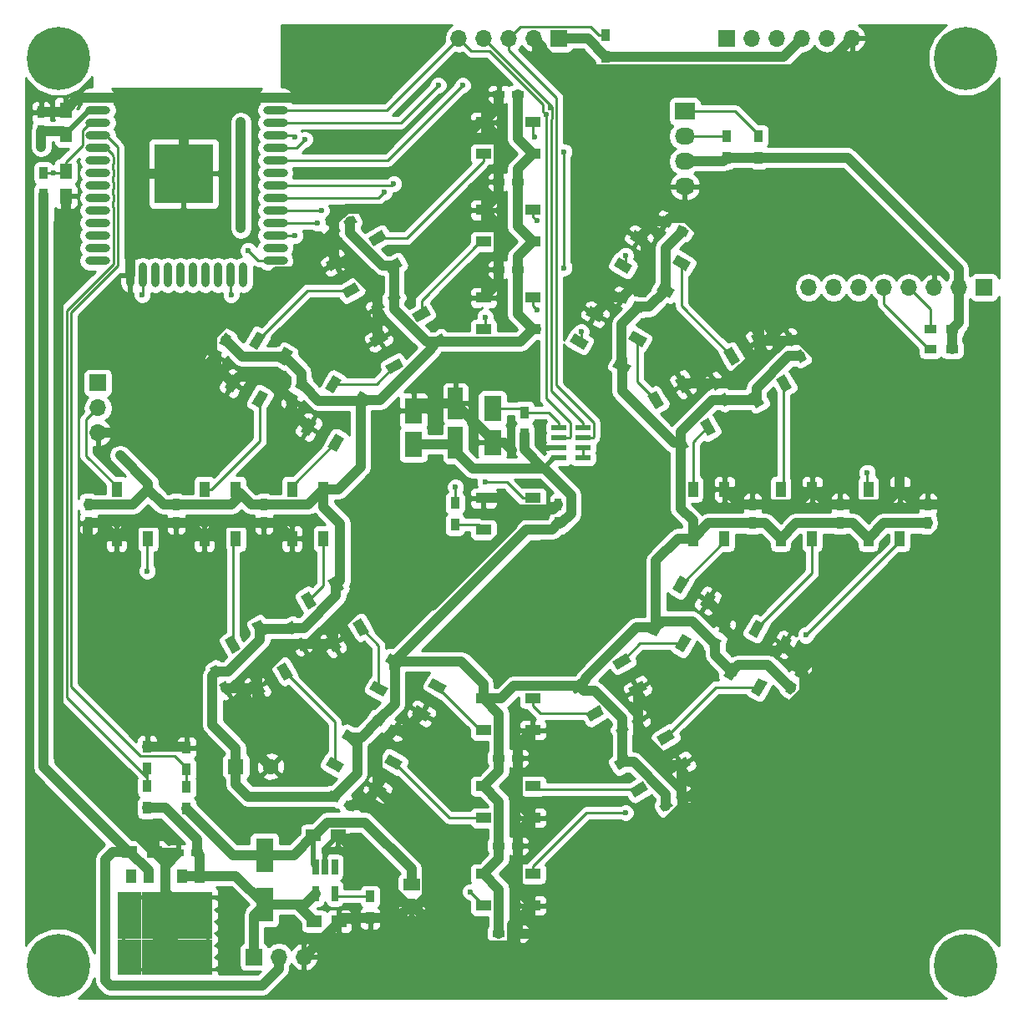
<source format=gtl>
G04 #@! TF.FileFunction,Copper,L1,Top,Signal*
%FSLAX46Y46*%
G04 Gerber Fmt 4.6, Leading zero omitted, Abs format (unit mm)*
G04 Created by KiCad (PCBNEW 4.0.7) date Saturday, 23 June 2018 'PMt' 19:02:52*
%MOMM*%
%LPD*%
G01*
G04 APERTURE LIST*
%ADD10C,0.100000*%
%ADD11R,1.200000X0.750000*%
%ADD12R,1.500000X1.250000*%
%ADD13R,1.600000X1.600000*%
%ADD14C,1.600000*%
%ADD15R,1.250000X1.500000*%
%ADD16R,0.750000X1.200000*%
%ADD17R,1.800000X2.600000*%
%ADD18R,1.500000X3.200000*%
%ADD19R,1.800000X3.500000*%
%ADD20R,1.700000X1.200000*%
%ADD21O,1.700000X1.200000*%
%ADD22R,1.700000X1.700000*%
%ADD23O,1.700000X1.700000*%
%ADD24R,2.032000X1.727200*%
%ADD25O,2.032000X1.727200*%
%ADD26R,0.900000X1.200000*%
%ADD27R,1.200000X0.900000*%
%ADD28R,0.650000X1.560000*%
%ADD29R,1.070000X1.370000*%
%ADD30R,1.200000X1.200000*%
%ADD31C,3.000000*%
%ADD32O,2.500000X0.900000*%
%ADD33O,0.900000X2.500000*%
%ADD34R,6.000000X6.000000*%
%ADD35R,1.000000X1.600000*%
%ADD36R,1.600000X1.000000*%
%ADD37R,1.600000X0.600000*%
%ADD38C,6.400000*%
%ADD39C,0.800000*%
%ADD40C,0.600000*%
%ADD41C,1.000000*%
%ADD42C,0.500000*%
%ADD43C,0.250000*%
%ADD44C,0.254000*%
G04 APERTURE END LIST*
D10*
D11*
X69050000Y-110600000D03*
X67150000Y-110600000D03*
D12*
X62250000Y-110500000D03*
X64750000Y-110500000D03*
D13*
X73000000Y-101800000D03*
D14*
X76500000Y-101800000D03*
D12*
X80950000Y-117500000D03*
X83450000Y-117500000D03*
X80850000Y-108800000D03*
X83350000Y-108800000D03*
D15*
X55750000Y-41500000D03*
X55750000Y-44000000D03*
X55750000Y-37750000D03*
X55750000Y-35250000D03*
D16*
X53250000Y-37400000D03*
X53250000Y-35500000D03*
X58055000Y-75250000D03*
X58055000Y-77150000D03*
D11*
X99650000Y-118745000D03*
X101550000Y-118745000D03*
D16*
X143145000Y-77150000D03*
X143145000Y-75250000D03*
D11*
X101549999Y-33655000D03*
X99649999Y-33655000D03*
D10*
G36*
X84927338Y-45954155D02*
X85302338Y-46603675D01*
X84263108Y-47203675D01*
X83888108Y-46554155D01*
X84927338Y-45954155D01*
X84927338Y-45954155D01*
G37*
G36*
X83281890Y-46904155D02*
X83656890Y-47553675D01*
X82617660Y-48153675D01*
X82242660Y-47504155D01*
X83281890Y-46904155D01*
X83281890Y-46904155D01*
G37*
G36*
X71904155Y-57842661D02*
X72553675Y-58217661D01*
X71953675Y-59256891D01*
X71304155Y-58881891D01*
X71904155Y-57842661D01*
X71904155Y-57842661D01*
G37*
G36*
X70954155Y-59488109D02*
X71603675Y-59863109D01*
X71003675Y-60902339D01*
X70354155Y-60527339D01*
X70954155Y-59488109D01*
X70954155Y-59488109D01*
G37*
D16*
X66945000Y-75250000D03*
X66945000Y-77150000D03*
D10*
G36*
X70354155Y-91872661D02*
X71003675Y-91497661D01*
X71603675Y-92536891D01*
X70954155Y-92911891D01*
X70354155Y-91872661D01*
X70354155Y-91872661D01*
G37*
G36*
X71304155Y-93518109D02*
X71953675Y-93143109D01*
X72553675Y-94182339D01*
X71904155Y-94557339D01*
X71304155Y-93518109D01*
X71304155Y-93518109D01*
G37*
G36*
X82242661Y-104895844D02*
X82617661Y-104246324D01*
X83656891Y-104846324D01*
X83281891Y-105495844D01*
X82242661Y-104895844D01*
X82242661Y-104895844D01*
G37*
G36*
X83888109Y-105845844D02*
X84263109Y-105196324D01*
X85302339Y-105796324D01*
X84927339Y-106445844D01*
X83888109Y-105845844D01*
X83888109Y-105845844D01*
G37*
D11*
X99650000Y-109855000D03*
X101550000Y-109855000D03*
D10*
G36*
X116272661Y-106445844D02*
X115897661Y-105796324D01*
X116936891Y-105196324D01*
X117311891Y-105845844D01*
X116272661Y-106445844D01*
X116272661Y-106445844D01*
G37*
G36*
X117918109Y-105495844D02*
X117543109Y-104846324D01*
X118582339Y-104246324D01*
X118957339Y-104895844D01*
X117918109Y-105495844D01*
X117918109Y-105495844D01*
G37*
G36*
X129295844Y-94557339D02*
X128646324Y-94182339D01*
X129246324Y-93143109D01*
X129895844Y-93518109D01*
X129295844Y-94557339D01*
X129295844Y-94557339D01*
G37*
G36*
X130245844Y-92911891D02*
X129596324Y-92536891D01*
X130196324Y-91497661D01*
X130845844Y-91872661D01*
X130245844Y-92911891D01*
X130245844Y-92911891D01*
G37*
D16*
X134255000Y-77150000D03*
X134255000Y-75250000D03*
D10*
G36*
X130845844Y-60527338D02*
X130196324Y-60902338D01*
X129596324Y-59863108D01*
X130245844Y-59488108D01*
X130845844Y-60527338D01*
X130845844Y-60527338D01*
G37*
G36*
X129895844Y-58881890D02*
X129246324Y-59256890D01*
X128646324Y-58217660D01*
X129295844Y-57842660D01*
X129895844Y-58881890D01*
X129895844Y-58881890D01*
G37*
G36*
X118957339Y-47504155D02*
X118582339Y-48153675D01*
X117543109Y-47553675D01*
X117918109Y-46904155D01*
X118957339Y-47504155D01*
X118957339Y-47504155D01*
G37*
G36*
X117311891Y-46554155D02*
X116936891Y-47203675D01*
X115897661Y-46603675D01*
X116272661Y-45954155D01*
X117311891Y-46554155D01*
X117311891Y-46554155D01*
G37*
D11*
X101550000Y-42545000D03*
X99650000Y-42545000D03*
D10*
G36*
X89372338Y-53653120D02*
X89747338Y-54302640D01*
X88708108Y-54902640D01*
X88333108Y-54253120D01*
X89372338Y-53653120D01*
X89372338Y-53653120D01*
G37*
G36*
X87726890Y-54603120D02*
X88101890Y-55252640D01*
X87062660Y-55852640D01*
X86687660Y-55203120D01*
X87726890Y-54603120D01*
X87726890Y-54603120D01*
G37*
G36*
X79603120Y-62287661D02*
X80252640Y-62662661D01*
X79652640Y-63701891D01*
X79003120Y-63326891D01*
X79603120Y-62287661D01*
X79603120Y-62287661D01*
G37*
G36*
X78653120Y-63933109D02*
X79302640Y-64308109D01*
X78702640Y-65347339D01*
X78053120Y-64972339D01*
X78653120Y-63933109D01*
X78653120Y-63933109D01*
G37*
D16*
X75835000Y-75250000D03*
X75835000Y-77150000D03*
D10*
G36*
X78053120Y-87427661D02*
X78702640Y-87052661D01*
X79302640Y-88091891D01*
X78653120Y-88466891D01*
X78053120Y-87427661D01*
X78053120Y-87427661D01*
G37*
G36*
X79003120Y-89073109D02*
X79652640Y-88698109D01*
X80252640Y-89737339D01*
X79603120Y-90112339D01*
X79003120Y-89073109D01*
X79003120Y-89073109D01*
G37*
G36*
X86687661Y-97196879D02*
X87062661Y-96547359D01*
X88101891Y-97147359D01*
X87726891Y-97796879D01*
X86687661Y-97196879D01*
X86687661Y-97196879D01*
G37*
G36*
X88333109Y-98146879D02*
X88708109Y-97497359D01*
X89747339Y-98097359D01*
X89372339Y-98746879D01*
X88333109Y-98146879D01*
X88333109Y-98146879D01*
G37*
D11*
X99650000Y-100965000D03*
X101550000Y-100965000D03*
D10*
G36*
X111827661Y-98746879D02*
X111452661Y-98097359D01*
X112491891Y-97497359D01*
X112866891Y-98146879D01*
X111827661Y-98746879D01*
X111827661Y-98746879D01*
G37*
G36*
X113473109Y-97796879D02*
X113098109Y-97147359D01*
X114137339Y-96547359D01*
X114512339Y-97196879D01*
X113473109Y-97796879D01*
X113473109Y-97796879D01*
G37*
G36*
X121596879Y-90112339D02*
X120947359Y-89737339D01*
X121547359Y-88698109D01*
X122196879Y-89073109D01*
X121596879Y-90112339D01*
X121596879Y-90112339D01*
G37*
G36*
X122546879Y-88466891D02*
X121897359Y-88091891D01*
X122497359Y-87052661D01*
X123146879Y-87427661D01*
X122546879Y-88466891D01*
X122546879Y-88466891D01*
G37*
D16*
X125365000Y-77150000D03*
X125365000Y-75250000D03*
D10*
G36*
X123146879Y-64972338D02*
X122497359Y-65347338D01*
X121897359Y-64308108D01*
X122546879Y-63933108D01*
X123146879Y-64972338D01*
X123146879Y-64972338D01*
G37*
G36*
X122196879Y-63326890D02*
X121547359Y-63701890D01*
X120947359Y-62662660D01*
X121596879Y-62287660D01*
X122196879Y-63326890D01*
X122196879Y-63326890D01*
G37*
G36*
X114512339Y-55203120D02*
X114137339Y-55852640D01*
X113098109Y-55252640D01*
X113473109Y-54603120D01*
X114512339Y-55203120D01*
X114512339Y-55203120D01*
G37*
G36*
X112866891Y-54253120D02*
X112491891Y-54902640D01*
X111452661Y-54302640D01*
X111827661Y-53653120D01*
X112866891Y-54253120D01*
X112866891Y-54253120D01*
G37*
D11*
X101550000Y-51435000D03*
X99650000Y-51435000D03*
D16*
X105680000Y-77150000D03*
X105680000Y-75250000D03*
D17*
X99000000Y-65550000D03*
X99000000Y-68950000D03*
D18*
X95250000Y-69000000D03*
X95250000Y-65000000D03*
D17*
X91000000Y-69150000D03*
X91000000Y-65750000D03*
D19*
X75900000Y-115800000D03*
X75900000Y-110800000D03*
D20*
X90800000Y-113800000D03*
D21*
X90800000Y-115800000D03*
D22*
X122750000Y-28000000D03*
D23*
X125290000Y-28000000D03*
X127830000Y-28000000D03*
X130370000Y-28000000D03*
X132910000Y-28000000D03*
X135450000Y-28000000D03*
D22*
X59000000Y-62920000D03*
D23*
X59000000Y-65460000D03*
X59000000Y-68000000D03*
D22*
X105750000Y-28000000D03*
D23*
X103210000Y-28000000D03*
X100670000Y-28000000D03*
X98130000Y-28000000D03*
X95590000Y-28000000D03*
D24*
X118500000Y-35380000D03*
D25*
X118500000Y-37920000D03*
X118500000Y-40460000D03*
X118500000Y-43000000D03*
D26*
X86600000Y-115000000D03*
X86600000Y-117200000D03*
X68000000Y-106100000D03*
X68000000Y-103900000D03*
X64000000Y-106000000D03*
X64000000Y-103800000D03*
X68000000Y-102100000D03*
X68000000Y-99900000D03*
X64000000Y-102000000D03*
X64000000Y-99800000D03*
X53500000Y-43850000D03*
X53500000Y-41650000D03*
X95200000Y-75100000D03*
X95200000Y-77300000D03*
X110500000Y-29850000D03*
X110500000Y-27650000D03*
X126000000Y-40100000D03*
X126000000Y-37900000D03*
X122750000Y-40100000D03*
X122750000Y-37900000D03*
X102250000Y-68100000D03*
X102250000Y-65900000D03*
D27*
X145600000Y-57500000D03*
X143400000Y-57500000D03*
X145600000Y-59500000D03*
X143400000Y-59500000D03*
D28*
X83000000Y-112000000D03*
X82050000Y-112000000D03*
X81100000Y-112000000D03*
X81100000Y-114700000D03*
X83000000Y-114700000D03*
D29*
X65840000Y-112900000D03*
X67560000Y-112900000D03*
X69280000Y-112900000D03*
X64120000Y-112900000D03*
X62400000Y-112900000D03*
D30*
X61640000Y-115125000D03*
X62840000Y-115125000D03*
X64040000Y-115125000D03*
X65240000Y-115125000D03*
X66440000Y-115125000D03*
X67640000Y-115125000D03*
X68840000Y-115125000D03*
X70040000Y-115125000D03*
X70040000Y-116325000D03*
X68840000Y-116325000D03*
X67640000Y-116325000D03*
X66440000Y-116325000D03*
X65240000Y-116325000D03*
X64040000Y-116325000D03*
X62840000Y-116325000D03*
X61640000Y-116325000D03*
X61640000Y-117525000D03*
X62840000Y-117525000D03*
X64040000Y-117525000D03*
X65240000Y-117525000D03*
X66440000Y-117525000D03*
X67640000Y-117525000D03*
X68840000Y-117525000D03*
X70040000Y-117525000D03*
X70040000Y-118725000D03*
X68840000Y-118725000D03*
X67640000Y-118725000D03*
X66440000Y-118725000D03*
X65240000Y-118725000D03*
X64040000Y-118725000D03*
X62840000Y-118725000D03*
X61640000Y-118725000D03*
X61640000Y-119925000D03*
X62840000Y-119925000D03*
X64040000Y-119925000D03*
X65240000Y-119925000D03*
X66440000Y-119925000D03*
X67640000Y-119925000D03*
X68840000Y-119925000D03*
X70040000Y-119925000D03*
X70040000Y-121125000D03*
X68840000Y-121125000D03*
X67640000Y-121125000D03*
X66440000Y-121125000D03*
X65240000Y-121125000D03*
X64040000Y-121125000D03*
X62840000Y-121125000D03*
X61640000Y-121125000D03*
X61640000Y-122325000D03*
X62840000Y-122325000D03*
X64040000Y-122325000D03*
X65240000Y-122325000D03*
X66440000Y-122325000D03*
X67640000Y-122325000D03*
X68840000Y-122325000D03*
X70040000Y-122325000D03*
D31*
X65840000Y-118500000D03*
D32*
X77000000Y-34000000D03*
X77000000Y-35270000D03*
X77000000Y-36540000D03*
X77000000Y-37810000D03*
X77000000Y-39080000D03*
X77000000Y-40350000D03*
X77000000Y-41620000D03*
X77000000Y-42890000D03*
X77000000Y-44160000D03*
X77000000Y-45430000D03*
X77000000Y-46700000D03*
X77000000Y-47970000D03*
X77000000Y-49240000D03*
X77000000Y-50510000D03*
D33*
X73715000Y-52000000D03*
X72445000Y-52000000D03*
X71175000Y-52000000D03*
X69905000Y-52000000D03*
X68635000Y-52000000D03*
X67365000Y-52000000D03*
X66095000Y-52000000D03*
X64825000Y-52000000D03*
X63555000Y-52000000D03*
X62285000Y-52000000D03*
D32*
X59000000Y-50510000D03*
X59000000Y-49240000D03*
X59000000Y-47970000D03*
X59000000Y-46700000D03*
X59000000Y-45430000D03*
X59000000Y-44160000D03*
X59000000Y-42890000D03*
X59000000Y-41620000D03*
X59000000Y-40350000D03*
X59000000Y-39080000D03*
X59000000Y-37810000D03*
X59000000Y-36540000D03*
X59000000Y-35270000D03*
X59000000Y-34000000D03*
D34*
X67700000Y-41700000D03*
D35*
X60900000Y-78700000D03*
X64100000Y-78700000D03*
X60900000Y-73700000D03*
X64100000Y-73700000D03*
D36*
X103100000Y-115900000D03*
X103100000Y-112700000D03*
X98100000Y-115900000D03*
X98100000Y-112700000D03*
D35*
X140300000Y-73700000D03*
X137100000Y-73700000D03*
X140300000Y-78700000D03*
X137100000Y-78700000D03*
D36*
X98099999Y-36500000D03*
X98099999Y-39700000D03*
X103099999Y-36500000D03*
X103099999Y-39700000D03*
D10*
G36*
X83472755Y-49934743D02*
X83972755Y-50800769D01*
X82587115Y-51600769D01*
X82087115Y-50734743D01*
X83472755Y-49934743D01*
X83472755Y-49934743D01*
G37*
G36*
X85072755Y-52706025D02*
X85572755Y-53572051D01*
X84187115Y-54372051D01*
X83687115Y-53506025D01*
X85072755Y-52706025D01*
X85072755Y-52706025D01*
G37*
G36*
X87802883Y-47434743D02*
X88302883Y-48300769D01*
X86917243Y-49100769D01*
X86417243Y-48234743D01*
X87802883Y-47434743D01*
X87802883Y-47434743D01*
G37*
G36*
X89402883Y-50206025D02*
X89902883Y-51072051D01*
X88517243Y-51872051D01*
X88017243Y-51006025D01*
X89402883Y-50206025D01*
X89402883Y-50206025D01*
G37*
G36*
X72634743Y-62017244D02*
X73500769Y-62517244D01*
X72700769Y-63902884D01*
X71834743Y-63402884D01*
X72634743Y-62017244D01*
X72634743Y-62017244D01*
G37*
G36*
X75406025Y-63617244D02*
X76272051Y-64117244D01*
X75472051Y-65502884D01*
X74606025Y-65002884D01*
X75406025Y-63617244D01*
X75406025Y-63617244D01*
G37*
G36*
X75134743Y-57687116D02*
X76000769Y-58187116D01*
X75200769Y-59572756D01*
X74334743Y-59072756D01*
X75134743Y-57687116D01*
X75134743Y-57687116D01*
G37*
G36*
X77906025Y-59287116D02*
X78772051Y-59787116D01*
X77972051Y-61172756D01*
X77106025Y-60672756D01*
X77906025Y-59287116D01*
X77906025Y-59287116D01*
G37*
D35*
X69790000Y-78700000D03*
X72990000Y-78700000D03*
X69790000Y-73700000D03*
X72990000Y-73700000D03*
D10*
G36*
X74334743Y-93327244D02*
X75200769Y-92827244D01*
X76000769Y-94212884D01*
X75134743Y-94712884D01*
X74334743Y-93327244D01*
X74334743Y-93327244D01*
G37*
G36*
X77106025Y-91727244D02*
X77972051Y-91227244D01*
X78772051Y-92612884D01*
X77906025Y-93112884D01*
X77106025Y-91727244D01*
X77106025Y-91727244D01*
G37*
G36*
X71834743Y-88997116D02*
X72700769Y-88497116D01*
X73500769Y-89882756D01*
X72634743Y-90382756D01*
X71834743Y-88997116D01*
X71834743Y-88997116D01*
G37*
G36*
X74606025Y-87397116D02*
X75472051Y-86897116D01*
X76272051Y-88282756D01*
X75406025Y-88782756D01*
X74606025Y-87397116D01*
X74606025Y-87397116D01*
G37*
G36*
X86417244Y-104165256D02*
X86917244Y-103299230D01*
X88302884Y-104099230D01*
X87802884Y-104965256D01*
X86417244Y-104165256D01*
X86417244Y-104165256D01*
G37*
G36*
X88017244Y-101393974D02*
X88517244Y-100527948D01*
X89902884Y-101327948D01*
X89402884Y-102193974D01*
X88017244Y-101393974D01*
X88017244Y-101393974D01*
G37*
G36*
X82087116Y-101665256D02*
X82587116Y-100799230D01*
X83972756Y-101599230D01*
X83472756Y-102465256D01*
X82087116Y-101665256D01*
X82087116Y-101665256D01*
G37*
G36*
X83687116Y-98893974D02*
X84187116Y-98027948D01*
X85572756Y-98827948D01*
X85072756Y-99693974D01*
X83687116Y-98893974D01*
X83687116Y-98893974D01*
G37*
D36*
X103100000Y-107010000D03*
X103100000Y-103810000D03*
X98100000Y-107010000D03*
X98100000Y-103810000D03*
D10*
G36*
X117727244Y-102465256D02*
X117227244Y-101599230D01*
X118612884Y-100799230D01*
X119112884Y-101665256D01*
X117727244Y-102465256D01*
X117727244Y-102465256D01*
G37*
G36*
X116127244Y-99693974D02*
X115627244Y-98827948D01*
X117012884Y-98027948D01*
X117512884Y-98893974D01*
X116127244Y-99693974D01*
X116127244Y-99693974D01*
G37*
G36*
X113397116Y-104965256D02*
X112897116Y-104099230D01*
X114282756Y-103299230D01*
X114782756Y-104165256D01*
X113397116Y-104965256D01*
X113397116Y-104965256D01*
G37*
G36*
X111797116Y-102193974D02*
X111297116Y-101327948D01*
X112682756Y-100527948D01*
X113182756Y-101393974D01*
X111797116Y-102193974D01*
X111797116Y-102193974D01*
G37*
G36*
X128565256Y-90382756D02*
X127699230Y-89882756D01*
X128499230Y-88497116D01*
X129365256Y-88997116D01*
X128565256Y-90382756D01*
X128565256Y-90382756D01*
G37*
G36*
X125793974Y-88782756D02*
X124927948Y-88282756D01*
X125727948Y-86897116D01*
X126593974Y-87397116D01*
X125793974Y-88782756D01*
X125793974Y-88782756D01*
G37*
G36*
X126065256Y-94712884D02*
X125199230Y-94212884D01*
X125999230Y-92827244D01*
X126865256Y-93327244D01*
X126065256Y-94712884D01*
X126065256Y-94712884D01*
G37*
G36*
X123293974Y-93112884D02*
X122427948Y-92612884D01*
X123227948Y-91227244D01*
X124093974Y-91727244D01*
X123293974Y-93112884D01*
X123293974Y-93112884D01*
G37*
D35*
X131410000Y-73700000D03*
X128210000Y-73700000D03*
X131410000Y-78700000D03*
X128210000Y-78700000D03*
D10*
G36*
X126865256Y-59072755D02*
X125999230Y-59572755D01*
X125199230Y-58187115D01*
X126065256Y-57687115D01*
X126865256Y-59072755D01*
X126865256Y-59072755D01*
G37*
G36*
X124093974Y-60672755D02*
X123227948Y-61172755D01*
X122427948Y-59787115D01*
X123293974Y-59287115D01*
X124093974Y-60672755D01*
X124093974Y-60672755D01*
G37*
G36*
X129365256Y-63402883D02*
X128499230Y-63902883D01*
X127699230Y-62517243D01*
X128565256Y-62017243D01*
X129365256Y-63402883D01*
X129365256Y-63402883D01*
G37*
G36*
X126593974Y-65002883D02*
X125727948Y-65502883D01*
X124927948Y-64117243D01*
X125793974Y-63617243D01*
X126593974Y-65002883D01*
X126593974Y-65002883D01*
G37*
G36*
X114782756Y-48234743D02*
X114282756Y-49100769D01*
X112897116Y-48300769D01*
X113397116Y-47434743D01*
X114782756Y-48234743D01*
X114782756Y-48234743D01*
G37*
G36*
X113182756Y-51006025D02*
X112682756Y-51872051D01*
X111297116Y-51072051D01*
X111797116Y-50206025D01*
X113182756Y-51006025D01*
X113182756Y-51006025D01*
G37*
G36*
X119112884Y-50734743D02*
X118612884Y-51600769D01*
X117227244Y-50800769D01*
X117727244Y-49934743D01*
X119112884Y-50734743D01*
X119112884Y-50734743D01*
G37*
G36*
X117512884Y-53506025D02*
X117012884Y-54372051D01*
X115627244Y-53572051D01*
X116127244Y-52706025D01*
X117512884Y-53506025D01*
X117512884Y-53506025D01*
G37*
D36*
X98100000Y-45390000D03*
X98100000Y-48590000D03*
X103100000Y-45390000D03*
X103100000Y-48590000D03*
D10*
G36*
X87917755Y-57633709D02*
X88417755Y-58499735D01*
X87032115Y-59299735D01*
X86532115Y-58433709D01*
X87917755Y-57633709D01*
X87917755Y-57633709D01*
G37*
G36*
X89517755Y-60404991D02*
X90017755Y-61271017D01*
X88632115Y-62071017D01*
X88132115Y-61204991D01*
X89517755Y-60404991D01*
X89517755Y-60404991D01*
G37*
G36*
X92247883Y-55133709D02*
X92747883Y-55999735D01*
X91362243Y-56799735D01*
X90862243Y-55933709D01*
X92247883Y-55133709D01*
X92247883Y-55133709D01*
G37*
G36*
X93847883Y-57904991D02*
X94347883Y-58771017D01*
X92962243Y-59571017D01*
X92462243Y-58704991D01*
X93847883Y-57904991D01*
X93847883Y-57904991D01*
G37*
G36*
X80333709Y-66462244D02*
X81199735Y-66962244D01*
X80399735Y-68347884D01*
X79533709Y-67847884D01*
X80333709Y-66462244D01*
X80333709Y-66462244D01*
G37*
G36*
X83104991Y-68062244D02*
X83971017Y-68562244D01*
X83171017Y-69947884D01*
X82304991Y-69447884D01*
X83104991Y-68062244D01*
X83104991Y-68062244D01*
G37*
G36*
X82833709Y-62132116D02*
X83699735Y-62632116D01*
X82899735Y-64017756D01*
X82033709Y-63517756D01*
X82833709Y-62132116D01*
X82833709Y-62132116D01*
G37*
G36*
X85604991Y-63732116D02*
X86471017Y-64232116D01*
X85671017Y-65617756D01*
X84804991Y-65117756D01*
X85604991Y-63732116D01*
X85604991Y-63732116D01*
G37*
D35*
X78680000Y-78700000D03*
X81880000Y-78700000D03*
X78680000Y-73700000D03*
X81880000Y-73700000D03*
D10*
G36*
X82033709Y-88882244D02*
X82899735Y-88382244D01*
X83699735Y-89767884D01*
X82833709Y-90267884D01*
X82033709Y-88882244D01*
X82033709Y-88882244D01*
G37*
G36*
X84804991Y-87282244D02*
X85671017Y-86782244D01*
X86471017Y-88167884D01*
X85604991Y-88667884D01*
X84804991Y-87282244D01*
X84804991Y-87282244D01*
G37*
G36*
X79533709Y-84552116D02*
X80399735Y-84052116D01*
X81199735Y-85437756D01*
X80333709Y-85937756D01*
X79533709Y-84552116D01*
X79533709Y-84552116D01*
G37*
G36*
X82304991Y-82952116D02*
X83171017Y-82452116D01*
X83971017Y-83837756D01*
X83104991Y-84337756D01*
X82304991Y-82952116D01*
X82304991Y-82952116D01*
G37*
G36*
X90862244Y-96466290D02*
X91362244Y-95600264D01*
X92747884Y-96400264D01*
X92247884Y-97266290D01*
X90862244Y-96466290D01*
X90862244Y-96466290D01*
G37*
G36*
X92462244Y-93695008D02*
X92962244Y-92828982D01*
X94347884Y-93628982D01*
X93847884Y-94495008D01*
X92462244Y-93695008D01*
X92462244Y-93695008D01*
G37*
G36*
X86532116Y-93966290D02*
X87032116Y-93100264D01*
X88417756Y-93900264D01*
X87917756Y-94766290D01*
X86532116Y-93966290D01*
X86532116Y-93966290D01*
G37*
G36*
X88132116Y-91195008D02*
X88632116Y-90328982D01*
X90017756Y-91128982D01*
X89517756Y-91995008D01*
X88132116Y-91195008D01*
X88132116Y-91195008D01*
G37*
D36*
X103100000Y-98120000D03*
X103100000Y-94920000D03*
X98100000Y-98120000D03*
X98100000Y-94920000D03*
D10*
G36*
X113282244Y-94766290D02*
X112782244Y-93900264D01*
X114167884Y-93100264D01*
X114667884Y-93966290D01*
X113282244Y-94766290D01*
X113282244Y-94766290D01*
G37*
G36*
X111682244Y-91995008D02*
X111182244Y-91128982D01*
X112567884Y-90328982D01*
X113067884Y-91195008D01*
X111682244Y-91995008D01*
X111682244Y-91995008D01*
G37*
G36*
X108952116Y-97266290D02*
X108452116Y-96400264D01*
X109837756Y-95600264D01*
X110337756Y-96466290D01*
X108952116Y-97266290D01*
X108952116Y-97266290D01*
G37*
G36*
X107352116Y-94495008D02*
X106852116Y-93628982D01*
X108237756Y-92828982D01*
X108737756Y-93695008D01*
X107352116Y-94495008D01*
X107352116Y-94495008D01*
G37*
G36*
X120866290Y-85937756D02*
X120000264Y-85437756D01*
X120800264Y-84052116D01*
X121666290Y-84552116D01*
X120866290Y-85937756D01*
X120866290Y-85937756D01*
G37*
G36*
X118095008Y-84337756D02*
X117228982Y-83837756D01*
X118028982Y-82452116D01*
X118895008Y-82952116D01*
X118095008Y-84337756D01*
X118095008Y-84337756D01*
G37*
G36*
X118366290Y-90267884D02*
X117500264Y-89767884D01*
X118300264Y-88382244D01*
X119166290Y-88882244D01*
X118366290Y-90267884D01*
X118366290Y-90267884D01*
G37*
G36*
X115595008Y-88667884D02*
X114728982Y-88167884D01*
X115528982Y-86782244D01*
X116395008Y-87282244D01*
X115595008Y-88667884D01*
X115595008Y-88667884D01*
G37*
D35*
X122520000Y-73700000D03*
X119320000Y-73700000D03*
X122520000Y-78700000D03*
X119320000Y-78700000D03*
D10*
G36*
X119166290Y-63517755D02*
X118300264Y-64017755D01*
X117500264Y-62632115D01*
X118366290Y-62132115D01*
X119166290Y-63517755D01*
X119166290Y-63517755D01*
G37*
G36*
X116395008Y-65117755D02*
X115528982Y-65617755D01*
X114728982Y-64232115D01*
X115595008Y-63732115D01*
X116395008Y-65117755D01*
X116395008Y-65117755D01*
G37*
G36*
X121666290Y-67847883D02*
X120800264Y-68347883D01*
X120000264Y-66962243D01*
X120866290Y-66462243D01*
X121666290Y-67847883D01*
X121666290Y-67847883D01*
G37*
G36*
X118895008Y-69447883D02*
X118028982Y-69947883D01*
X117228982Y-68562243D01*
X118095008Y-68062243D01*
X118895008Y-69447883D01*
X118895008Y-69447883D01*
G37*
G36*
X110337756Y-55933709D02*
X109837756Y-56799735D01*
X108452116Y-55999735D01*
X108952116Y-55133709D01*
X110337756Y-55933709D01*
X110337756Y-55933709D01*
G37*
G36*
X108737756Y-58704991D02*
X108237756Y-59571017D01*
X106852116Y-58771017D01*
X107352116Y-57904991D01*
X108737756Y-58704991D01*
X108737756Y-58704991D01*
G37*
G36*
X114667884Y-58433709D02*
X114167884Y-59299735D01*
X112782244Y-58499735D01*
X113282244Y-57633709D01*
X114667884Y-58433709D01*
X114667884Y-58433709D01*
G37*
G36*
X113067884Y-61204991D02*
X112567884Y-62071017D01*
X111182244Y-61271017D01*
X111682244Y-60404991D01*
X113067884Y-61204991D01*
X113067884Y-61204991D01*
G37*
D36*
X98100000Y-54280000D03*
X98100000Y-57480000D03*
X103100000Y-54280000D03*
X103100000Y-57480000D03*
X98100000Y-74600000D03*
X98100000Y-77800000D03*
X103100000Y-74600000D03*
X103100000Y-77800000D03*
D37*
X105750000Y-67500000D03*
X105750000Y-68500000D03*
X105750000Y-69500000D03*
X105750000Y-70500000D03*
X108150000Y-70500000D03*
X108150000Y-69500000D03*
X108150000Y-68500000D03*
X108150000Y-67500000D03*
D22*
X74820000Y-121100000D03*
D23*
X77360000Y-121100000D03*
X79900000Y-121100000D03*
D22*
X148830000Y-53250000D03*
D23*
X146290000Y-53250000D03*
X143750000Y-53250000D03*
X141210000Y-53250000D03*
X138670000Y-53250000D03*
X136130000Y-53250000D03*
X133590000Y-53250000D03*
X131050000Y-53250000D03*
D38*
X147000000Y-30000000D03*
D39*
X149400000Y-30000000D03*
X148697056Y-31697056D03*
X147000000Y-32400000D03*
X145302944Y-31697056D03*
X144600000Y-30000000D03*
X145302944Y-28302944D03*
X147000000Y-27600000D03*
X148697056Y-28302944D03*
D38*
X55000000Y-30000000D03*
D39*
X57400000Y-30000000D03*
X56697056Y-31697056D03*
X55000000Y-32400000D03*
X53302944Y-31697056D03*
X52600000Y-30000000D03*
X53302944Y-28302944D03*
X55000000Y-27600000D03*
X56697056Y-28302944D03*
D38*
X55000000Y-122000000D03*
D39*
X57400000Y-122000000D03*
X56697056Y-123697056D03*
X55000000Y-124400000D03*
X53302944Y-123697056D03*
X52600000Y-122000000D03*
X53302944Y-120302944D03*
X55000000Y-119600000D03*
X56697056Y-120302944D03*
D38*
X147000000Y-122000000D03*
D39*
X149400000Y-122000000D03*
X148697056Y-123697056D03*
X147000000Y-124400000D03*
X145302944Y-123697056D03*
X144600000Y-122000000D03*
X145302944Y-120302944D03*
X147000000Y-119600000D03*
X148697056Y-120302944D03*
D40*
X66000000Y-99800000D03*
X79500000Y-34000000D03*
X104500000Y-69500000D03*
X101100001Y-75800001D03*
X101000000Y-69750000D03*
X58000000Y-79500000D03*
X86500000Y-105750000D03*
X64750000Y-108250000D03*
X62285000Y-45750000D03*
X56000000Y-45750000D03*
X73500000Y-36500000D03*
X73500000Y-47250000D03*
X61250000Y-70250000D03*
X53500000Y-101875000D03*
X53500000Y-46250000D03*
X53250000Y-39000000D03*
X54500000Y-41650000D03*
X63500000Y-54000000D03*
X72500000Y-54000000D03*
X79000000Y-38000000D03*
X80000000Y-38250000D03*
X104874990Y-35000000D03*
X93500000Y-32750000D03*
X104424979Y-35750000D03*
X88000000Y-43624990D03*
X89000000Y-42750000D03*
X81683051Y-45433051D03*
X95250000Y-73500000D03*
X79000000Y-48000000D03*
X81250000Y-46750000D03*
X96000000Y-32750000D03*
X64000000Y-82000000D03*
X96750000Y-114500000D03*
X130750000Y-88500000D03*
X112500000Y-106500000D03*
X137000000Y-72000000D03*
X106250000Y-51250000D03*
X106250000Y-39500000D03*
X103250000Y-38000000D03*
X112500000Y-50000000D03*
X103500000Y-46500000D03*
X108000000Y-57750000D03*
X103500000Y-55500000D03*
X98250000Y-56250000D03*
X98250000Y-73000000D03*
X74250000Y-49500000D03*
D41*
X69050000Y-110600000D02*
X69050000Y-109225000D01*
X69050000Y-109225000D02*
X65825000Y-106000000D01*
X65825000Y-106000000D02*
X65450000Y-106000000D01*
X65450000Y-106000000D02*
X64000000Y-106000000D01*
X69280000Y-112900000D02*
X67560000Y-112900000D01*
X69280000Y-112900000D02*
X69280000Y-110830000D01*
X69280000Y-110830000D02*
X69050000Y-110600000D01*
X75900000Y-115800000D02*
X73000000Y-112900000D01*
X73000000Y-112900000D02*
X69280000Y-112900000D01*
X75900000Y-115800000D02*
X79250000Y-115800000D01*
X79250000Y-115800000D02*
X80950000Y-117500000D01*
X75900000Y-115800000D02*
X80000000Y-115800000D01*
X80000000Y-115800000D02*
X81100000Y-114700000D01*
X74820000Y-121100000D02*
X74820000Y-116880000D01*
X74820000Y-116880000D02*
X75900000Y-115800000D01*
X66000000Y-99800000D02*
X67900000Y-99800000D01*
X64000000Y-99800000D02*
X66000000Y-99800000D01*
X67900000Y-99800000D02*
X68000000Y-99900000D01*
X122522119Y-87759776D02*
X124858629Y-90096286D01*
X124858629Y-90096286D02*
X127875893Y-90096286D01*
X127875893Y-90096286D02*
X128532243Y-89439936D01*
X83450000Y-117500000D02*
X83450000Y-117550000D01*
X83450000Y-117550000D02*
X79900000Y-121100000D01*
X68000000Y-42000000D02*
X67700000Y-41700000D01*
X55000000Y-100875000D02*
X55000000Y-46750000D01*
X55000000Y-46750000D02*
X55750000Y-46000000D01*
X55750000Y-46000000D02*
X55750000Y-45750000D01*
X55750000Y-45750000D02*
X55750000Y-44000000D01*
X64750000Y-110500000D02*
X64625000Y-110500000D01*
X64625000Y-110500000D02*
X55000000Y-100875000D01*
X90800000Y-115800000D02*
X90350000Y-115800000D01*
X90350000Y-115800000D02*
X85100000Y-110550000D01*
X85100000Y-110550000D02*
X85100000Y-110425000D01*
X85100000Y-110425000D02*
X83475000Y-108800000D01*
X83475000Y-108800000D02*
X83350000Y-108800000D01*
X104059999Y-29143259D02*
X106066741Y-31150001D01*
X103210000Y-28000000D02*
X104059999Y-28849999D01*
X104059999Y-28849999D02*
X104059999Y-29143259D01*
X132299999Y-31150001D02*
X134600001Y-28849999D01*
X134600001Y-28849999D02*
X135450000Y-28000000D01*
X106066741Y-31150001D02*
X132299999Y-31150001D01*
X98099999Y-36500000D02*
X97799999Y-36500000D01*
X89045854Y-45254145D02*
X84198152Y-45254145D01*
X97799999Y-36500000D02*
X89045854Y-45254145D01*
X84198152Y-45254145D02*
X82949775Y-46502522D01*
X82949775Y-46502522D02*
X82949775Y-46995902D01*
X82949775Y-46995902D02*
X82949775Y-47528915D01*
X77000000Y-34000000D02*
X79500000Y-34000000D01*
X85597271Y-85500000D02*
X92960002Y-85500000D01*
X92960002Y-85500000D02*
X101100001Y-77360001D01*
X101100001Y-77360001D02*
X101100001Y-76224265D01*
X101100001Y-76224265D02*
X101100001Y-75800001D01*
X82866722Y-89325064D02*
X82866722Y-88230549D01*
X82866722Y-88230549D02*
X85597271Y-85500000D01*
D42*
X104500000Y-69500000D02*
X105750000Y-69500000D01*
D41*
X99000000Y-68950000D02*
X100200000Y-68950000D01*
X100200000Y-68950000D02*
X101000000Y-69750000D01*
X95250000Y-65000000D02*
X91750000Y-65000000D01*
X91750000Y-65000000D02*
X91000000Y-65750000D01*
X99000000Y-68950000D02*
X99000000Y-68750000D01*
X99000000Y-68750000D02*
X95250000Y-65000000D01*
X87394775Y-55227880D02*
X87394775Y-58386562D01*
X87394775Y-58386562D02*
X87474935Y-58466722D01*
X83029935Y-50767756D02*
X84124450Y-50767756D01*
X84124450Y-50767756D02*
X87394775Y-54038081D01*
X87394775Y-54038081D02*
X87394775Y-54694867D01*
X87394775Y-54694867D02*
X87394775Y-55227880D01*
X82949775Y-47528915D02*
X82949775Y-50687596D01*
X82949775Y-50687596D02*
X83029935Y-50767756D01*
X70978915Y-60195224D02*
X70604145Y-59820454D01*
X70604145Y-59820454D02*
X70604145Y-58152705D01*
X77096840Y-51660010D02*
X78818680Y-51660010D01*
X70604145Y-58152705D02*
X77096840Y-51660010D01*
X78818680Y-51660010D02*
X82439835Y-48038855D01*
X82439835Y-48038855D02*
X82949775Y-47528915D01*
X78677880Y-64640224D02*
X78677880Y-65716222D01*
X78677880Y-65716222D02*
X80366722Y-67405064D01*
X72667756Y-62960064D02*
X73324106Y-62303714D01*
X78332651Y-64294995D02*
X78677880Y-64640224D01*
X73324106Y-62303714D02*
X76341370Y-62303714D01*
X76341370Y-62303714D02*
X78332651Y-64294995D01*
X70978915Y-60195224D02*
X70978915Y-61271223D01*
X70978915Y-61271223D02*
X72667756Y-62960064D01*
X59000000Y-68000000D02*
X63174139Y-68000000D01*
X63174139Y-68000000D02*
X70978915Y-60195224D01*
X75835000Y-77150000D02*
X77130000Y-77150000D01*
X77130000Y-77150000D02*
X78680000Y-78700000D01*
X69790000Y-78700000D02*
X71340000Y-77150000D01*
X71340000Y-77150000D02*
X75835000Y-77150000D01*
X66945000Y-77150000D02*
X68240000Y-77150000D01*
X68240000Y-77150000D02*
X69790000Y-78700000D01*
X60900000Y-78700000D02*
X62450000Y-77150000D01*
X62450000Y-77150000D02*
X66945000Y-77150000D01*
X58055000Y-77150000D02*
X59350000Y-77150000D01*
X59350000Y-77150000D02*
X60900000Y-78700000D01*
X58000000Y-79500000D02*
X58000000Y-77205000D01*
X58000000Y-77205000D02*
X58055000Y-77150000D01*
X90800000Y-115800000D02*
X91510002Y-115800000D01*
X91510002Y-115800000D02*
X92350001Y-114960001D01*
X92350001Y-114960001D02*
X92350001Y-109122180D01*
X92350001Y-109122180D02*
X88016414Y-104788593D01*
X88016414Y-104788593D02*
X87360064Y-104132243D01*
X101550000Y-118745000D02*
X101550000Y-118409998D01*
X100684992Y-119945010D02*
X94945010Y-119945010D01*
X101550000Y-118409998D02*
X100950001Y-117809999D01*
X100950001Y-117809999D02*
X100950001Y-119680001D01*
X100950001Y-119680001D02*
X100684992Y-119945010D01*
X94945010Y-119945010D02*
X90800000Y-115800000D01*
X101550000Y-100965000D02*
X101550000Y-99670000D01*
X101550000Y-99670000D02*
X103100000Y-98120000D01*
X103100000Y-107010000D02*
X101550000Y-105460000D01*
X101550000Y-105460000D02*
X101550000Y-100965000D01*
X101550000Y-109855000D02*
X101550000Y-108560000D01*
X101550000Y-108560000D02*
X103100000Y-107010000D01*
X103100000Y-115900000D02*
X101550000Y-114350000D01*
X101550000Y-114350000D02*
X101550000Y-109855000D01*
X101550000Y-118745000D02*
X101550000Y-117450000D01*
X101550000Y-117450000D02*
X103100000Y-115900000D01*
X118250224Y-104871084D02*
X118250224Y-105897477D01*
X118250224Y-105897477D02*
X105402701Y-118745000D01*
X105402701Y-118745000D02*
X103150000Y-118745000D01*
X103150000Y-118745000D02*
X101550000Y-118745000D01*
X113805224Y-97172119D02*
X113805224Y-94013437D01*
X113805224Y-94013437D02*
X113725064Y-93933277D01*
X118170064Y-101632243D02*
X117075549Y-101632243D01*
X117075549Y-101632243D02*
X113805224Y-98361918D01*
X113805224Y-98361918D02*
X113805224Y-97705132D01*
X113805224Y-97705132D02*
X113805224Y-97172119D01*
X118170064Y-101632243D02*
X118170064Y-104790924D01*
X118170064Y-104790924D02*
X118250224Y-104871084D01*
X130221084Y-92204776D02*
X130595854Y-92579546D01*
X130595854Y-92579546D02*
X130595854Y-94247295D01*
X130595854Y-94247295D02*
X119972065Y-104871084D01*
X119972065Y-104871084D02*
X119043043Y-104871084D01*
X119043043Y-104871084D02*
X118250224Y-104871084D01*
X122522119Y-87759776D02*
X122522119Y-86683778D01*
X122522119Y-86683778D02*
X120833277Y-84994936D01*
X130221084Y-92204776D02*
X130221084Y-91128777D01*
X130221084Y-91128777D02*
X128532243Y-89439936D01*
X144750000Y-75480000D02*
X144750000Y-77675860D01*
X144750000Y-77675860D02*
X130221084Y-92204776D01*
X143145000Y-75250000D02*
X144520000Y-75250000D01*
X144520000Y-75250000D02*
X144750000Y-75480000D01*
X125365000Y-75250000D02*
X124070000Y-75250000D01*
X124070000Y-75250000D02*
X122520000Y-73700000D01*
X131410000Y-73700000D02*
X129860000Y-75250000D01*
X129860000Y-75250000D02*
X125365000Y-75250000D01*
X134255000Y-75250000D02*
X132960000Y-75250000D01*
X132960000Y-75250000D02*
X131410000Y-73700000D01*
X140300000Y-73700000D02*
X138750000Y-75250000D01*
X138750000Y-75250000D02*
X134255000Y-75250000D01*
X143145000Y-75250000D02*
X141850000Y-75250000D01*
X141850000Y-75250000D02*
X140300000Y-73700000D01*
X129271084Y-58549775D02*
X130297477Y-58549775D01*
X140300000Y-68552298D02*
X140300000Y-71900000D01*
X130297477Y-58549775D02*
X140300000Y-68552298D01*
X140300000Y-71900000D02*
X140300000Y-73700000D01*
X121572119Y-62994775D02*
X118413437Y-62994775D01*
X118413437Y-62994775D02*
X118333277Y-63074935D01*
X126032243Y-58629935D02*
X126032243Y-59724450D01*
X122105132Y-62994775D02*
X121572119Y-62994775D01*
X126032243Y-59724450D02*
X122761918Y-62994775D01*
X122761918Y-62994775D02*
X122105132Y-62994775D01*
X126032243Y-58629935D02*
X129190924Y-58629935D01*
X129190924Y-58629935D02*
X129271084Y-58549775D01*
X116604776Y-46578915D02*
X116979546Y-46204145D01*
X116979546Y-46204145D02*
X118647295Y-46204145D01*
X118647295Y-46204145D02*
X126032243Y-53589093D01*
X126032243Y-53589093D02*
X126032243Y-57606176D01*
X126032243Y-57606176D02*
X126032243Y-58629935D01*
X112159776Y-54277880D02*
X111083778Y-54277880D01*
X111083778Y-54277880D02*
X109394936Y-55966722D01*
X113839936Y-48267756D02*
X114496286Y-48924106D01*
X114496286Y-48924106D02*
X114496286Y-51941370D01*
X114496286Y-51941370D02*
X112505005Y-53932651D01*
X112505005Y-53932651D02*
X112159776Y-54277880D01*
X116604776Y-46578915D02*
X115528777Y-46578915D01*
X115528777Y-46578915D02*
X113839936Y-48267756D01*
X99650000Y-51435000D02*
X99650000Y-52730000D01*
X99650000Y-52730000D02*
X98100000Y-54280000D01*
X98100000Y-45390000D02*
X99650000Y-46940000D01*
X99650000Y-46940000D02*
X99650000Y-51435000D01*
X99650000Y-42545000D02*
X99650000Y-43840000D01*
X99650000Y-43840000D02*
X98100000Y-45390000D01*
X98099999Y-36500000D02*
X99650000Y-38050001D01*
X99650000Y-38050001D02*
X99650000Y-42545000D01*
X99649999Y-33655000D02*
X99649999Y-34950000D01*
X99649999Y-34950000D02*
X98099999Y-36500000D01*
X105680000Y-75250000D02*
X105129999Y-75800001D01*
X105129999Y-75800001D02*
X101100001Y-75800001D01*
X101100001Y-75800001D02*
X99900000Y-74600000D01*
X99900000Y-74600000D02*
X98100000Y-74600000D01*
X89040224Y-98122119D02*
X90116222Y-98122119D01*
X90116222Y-98122119D02*
X91805064Y-96433277D01*
X87360064Y-104132243D02*
X87360064Y-103454893D01*
X87360064Y-103454893D02*
X87317234Y-103412063D01*
X87317234Y-103412063D02*
X87317234Y-99845109D01*
X87317234Y-99845109D02*
X88694995Y-98467348D01*
X88694995Y-98467348D02*
X89040224Y-98122119D01*
X86500000Y-105750000D02*
X86500000Y-104992307D01*
X86500000Y-104992307D02*
X87360064Y-104132243D01*
X86500000Y-105750000D02*
X84666308Y-105750000D01*
X84666308Y-105750000D02*
X84595224Y-105821084D01*
X79627880Y-89405224D02*
X82786562Y-89405224D01*
X82786562Y-89405224D02*
X82866722Y-89325064D01*
X75167756Y-93770064D02*
X75167756Y-92675549D01*
X75167756Y-92675549D02*
X78438081Y-89405224D01*
X78438081Y-89405224D02*
X79094867Y-89405224D01*
X79094867Y-89405224D02*
X79627880Y-89405224D01*
X75167756Y-93770064D02*
X75167756Y-100467756D01*
X75167756Y-100467756D02*
X76500000Y-101800000D01*
X71928915Y-93850224D02*
X75087596Y-93850224D01*
X75087596Y-93850224D02*
X75167756Y-93770064D01*
X64750000Y-108250000D02*
X64750000Y-110500000D01*
X62285000Y-52000000D02*
X62285000Y-45750000D01*
X62285000Y-45750000D02*
X62285000Y-43115000D01*
X55750000Y-44000000D02*
X55750000Y-45500000D01*
X55750000Y-45500000D02*
X56000000Y-45750000D01*
X62285000Y-43115000D02*
X63700000Y-41700000D01*
X63700000Y-41700000D02*
X67700000Y-41700000D01*
X67700000Y-37700000D02*
X71400000Y-34000000D01*
X71400000Y-34000000D02*
X77000000Y-34000000D01*
X67700000Y-41700000D02*
X67700000Y-37700000D01*
X67700000Y-37700000D02*
X64000000Y-34000000D01*
X64000000Y-34000000D02*
X61250000Y-34000000D01*
X61250000Y-34000000D02*
X59000000Y-34000000D01*
X55750000Y-35250000D02*
X57000000Y-34000000D01*
X57000000Y-34000000D02*
X59000000Y-34000000D01*
X53250000Y-35500000D02*
X55500000Y-35500000D01*
X55500000Y-35500000D02*
X55750000Y-35250000D01*
X86600000Y-117200000D02*
X89400000Y-117200000D01*
X89400000Y-117200000D02*
X90800000Y-115800000D01*
X86600000Y-117200000D02*
X83750000Y-117200000D01*
X83750000Y-117200000D02*
X83450000Y-117500000D01*
D42*
X83350000Y-108800000D02*
X82050000Y-110100000D01*
X82050000Y-110100000D02*
X82050000Y-112000000D01*
D41*
X65840000Y-112900000D02*
X65840000Y-111590000D01*
X65840000Y-111590000D02*
X64750000Y-110500000D01*
X67150000Y-110600000D02*
X64850000Y-110600000D01*
X64850000Y-110600000D02*
X64750000Y-110500000D01*
X65840000Y-112900000D02*
X65840000Y-111910000D01*
X65840000Y-111910000D02*
X67150000Y-110600000D01*
X66440000Y-115125000D02*
X65840000Y-114525000D01*
X65840000Y-114525000D02*
X65840000Y-112900000D01*
X53500000Y-46250000D02*
X53500000Y-101875000D01*
X53500000Y-43850000D02*
X53500000Y-46250000D01*
X123260961Y-92170064D02*
X123917311Y-91513714D01*
X123917311Y-91513714D02*
X126934574Y-91513714D01*
X126934574Y-91513714D02*
X128925855Y-93504995D01*
X128925855Y-93504995D02*
X129271084Y-93850224D01*
X145600000Y-57500000D02*
X145600000Y-59500000D01*
X146290000Y-56810000D02*
X145600000Y-57500000D01*
X126000000Y-40100000D02*
X134990000Y-40100000D01*
X134990000Y-40100000D02*
X146290000Y-51400000D01*
X93405063Y-58738004D02*
X101841996Y-58738004D01*
X101841996Y-58738004D02*
X103100000Y-57480000D01*
X110500000Y-29850000D02*
X128520000Y-29850000D01*
X128520000Y-29850000D02*
X130370000Y-28000000D01*
X122750000Y-40100000D02*
X126000000Y-40100000D01*
X118500000Y-40460000D02*
X122390000Y-40460000D01*
X122390000Y-40460000D02*
X122750000Y-40100000D01*
X105750000Y-28000000D02*
X108650000Y-28000000D01*
X108650000Y-28000000D02*
X110500000Y-29850000D01*
X73500000Y-47250000D02*
X73500000Y-36500000D01*
X64100000Y-73700000D02*
X64100000Y-73100000D01*
X64100000Y-73100000D02*
X61250000Y-70250000D01*
X123260961Y-92170064D02*
X123365919Y-92275022D01*
X102250000Y-68100000D02*
X102250000Y-69700000D01*
X102250000Y-69700000D02*
X104150000Y-71600000D01*
X104150000Y-71600000D02*
X104265002Y-71600000D01*
D42*
X105750000Y-70500000D02*
X105250000Y-70500000D01*
X105250000Y-70500000D02*
X104265002Y-71484998D01*
X104265002Y-71484998D02*
X104265002Y-71600000D01*
D41*
X107000000Y-74334998D02*
X107000000Y-76165002D01*
X107000000Y-76165002D02*
X106015002Y-77150000D01*
X106015002Y-77150000D02*
X105680000Y-77150000D01*
X95250000Y-69000000D02*
X95250000Y-69850000D01*
X95250000Y-69850000D02*
X97000000Y-71600000D01*
X97000000Y-71600000D02*
X104265002Y-71600000D01*
X104265002Y-71600000D02*
X107000000Y-74334998D01*
X91000000Y-69150000D02*
X95100000Y-69150000D01*
X95100000Y-69150000D02*
X95250000Y-69000000D01*
X103100000Y-57480000D02*
X103400000Y-57480000D01*
X103100000Y-77800000D02*
X105030000Y-77800000D01*
X105030000Y-77800000D02*
X105680000Y-77150000D01*
X89074936Y-91161995D02*
X102436931Y-77800000D01*
X102436931Y-77800000D02*
X103100000Y-77800000D01*
X77939038Y-60229936D02*
X77261688Y-60229936D01*
X77261688Y-60229936D02*
X77218858Y-60272766D01*
X77218858Y-60272766D02*
X73651905Y-60272766D01*
X73651905Y-60272766D02*
X72274144Y-58895005D01*
X72274144Y-58895005D02*
X71928915Y-58549776D01*
X64100000Y-73700000D02*
X62550000Y-75250000D01*
X62550000Y-75250000D02*
X58055000Y-75250000D01*
X66945000Y-75250000D02*
X65650000Y-75250000D01*
X65650000Y-75250000D02*
X64100000Y-73700000D01*
X73540000Y-74250000D02*
X72990000Y-73700000D01*
X74540000Y-75250000D02*
X73540000Y-74250000D01*
X73540000Y-74250000D02*
X72540000Y-75250000D01*
X72540000Y-75250000D02*
X66945000Y-75250000D01*
X75835000Y-75250000D02*
X74540000Y-75250000D01*
X81880000Y-73700000D02*
X80330000Y-75250000D01*
X80330000Y-75250000D02*
X75835000Y-75250000D01*
X79627880Y-62994776D02*
X79627880Y-61918778D01*
X79627880Y-61918778D02*
X77939038Y-60229936D01*
X86250000Y-64674936D02*
X87603800Y-64674936D01*
X85638004Y-64674936D02*
X86250000Y-64674936D01*
X86250000Y-64674936D02*
X86207170Y-64717766D01*
X86207170Y-64717766D02*
X81350870Y-64717766D01*
X81350870Y-64717766D02*
X79973109Y-63340005D01*
X79973109Y-63340005D02*
X79627880Y-62994776D01*
X88960063Y-51039038D02*
X87865548Y-51039038D01*
X84595223Y-47768713D02*
X84595223Y-47111928D01*
X87865548Y-51039038D02*
X84595223Y-47768713D01*
X84595223Y-47111928D02*
X84595223Y-46578915D01*
X89040223Y-54277880D02*
X89040223Y-51119198D01*
X89040223Y-51119198D02*
X88960063Y-51039038D01*
X93405063Y-58738004D02*
X92310548Y-58738004D01*
X92310548Y-58738004D02*
X89040223Y-55467679D01*
X89040223Y-54810893D02*
X89040223Y-54277880D01*
X89040223Y-55467679D02*
X89040223Y-54810893D01*
X103099999Y-39700000D02*
X101549999Y-38150000D01*
X101549999Y-38150000D02*
X101549999Y-33655000D01*
X101550000Y-42545000D02*
X101550000Y-41249999D01*
X101550000Y-41249999D02*
X103099999Y-39700000D01*
X103100000Y-48590000D02*
X101550000Y-47040000D01*
X101550000Y-47040000D02*
X101550000Y-42545000D01*
X101550000Y-51435000D02*
X101550000Y-50140000D01*
X101550000Y-50140000D02*
X103100000Y-48590000D01*
X103100000Y-57480000D02*
X101550000Y-55930000D01*
X101550000Y-55930000D02*
X101550000Y-51435000D01*
X116570064Y-53539038D02*
X116570064Y-52861688D01*
X116570064Y-52861688D02*
X116527234Y-52818858D01*
X116527234Y-52818858D02*
X116527234Y-49251905D01*
X116527234Y-49251905D02*
X117904995Y-47874144D01*
X117904995Y-47874144D02*
X118250224Y-47528915D01*
X113805224Y-55227880D02*
X114881222Y-55227880D01*
X114881222Y-55227880D02*
X116570064Y-53539038D01*
X112125064Y-61238004D02*
X112125064Y-60560654D01*
X112125064Y-60560654D02*
X112082234Y-60517824D01*
X112082234Y-56950870D02*
X113459995Y-55573109D01*
X112082234Y-60517824D02*
X112082234Y-56950870D01*
X113459995Y-55573109D02*
X113805224Y-55227880D01*
X125760961Y-64560063D02*
X125760961Y-63465548D01*
X125760961Y-63465548D02*
X129031286Y-60195223D01*
X129031286Y-60195223D02*
X129688071Y-60195223D01*
X129688071Y-60195223D02*
X130221084Y-60195223D01*
X122522119Y-64640223D02*
X125680801Y-64640223D01*
X125680801Y-64640223D02*
X125760961Y-64560063D01*
X118061995Y-69005063D02*
X118061995Y-67910548D01*
X118061995Y-67910548D02*
X121332320Y-64640223D01*
X121332320Y-64640223D02*
X121989106Y-64640223D01*
X121989106Y-64640223D02*
X122522119Y-64640223D01*
X137100000Y-78700000D02*
X138650000Y-77150000D01*
X138650000Y-77150000D02*
X143145000Y-77150000D01*
X134255000Y-77150000D02*
X135550000Y-77150000D01*
X135550000Y-77150000D02*
X137100000Y-78700000D01*
X128210000Y-78700000D02*
X129760000Y-77150000D01*
X129760000Y-77150000D02*
X134255000Y-77150000D01*
X125365000Y-77150000D02*
X126660000Y-77150000D01*
X126660000Y-77150000D02*
X128210000Y-78700000D01*
X119320000Y-78700000D02*
X120870000Y-77150000D01*
X120870000Y-77150000D02*
X125365000Y-77150000D01*
X121572119Y-89405224D02*
X121572119Y-90481222D01*
X121572119Y-90481222D02*
X123260961Y-92170064D01*
X115561995Y-87725064D02*
X116218345Y-87068714D01*
X116218345Y-87068714D02*
X119235609Y-87068714D01*
X119235609Y-87068714D02*
X121226890Y-89059995D01*
X121226890Y-89059995D02*
X121572119Y-89405224D01*
X112239936Y-101360961D02*
X113334451Y-101360961D01*
X113334451Y-101360961D02*
X116604776Y-104631286D01*
X116604776Y-104631286D02*
X116604776Y-105288071D01*
X116604776Y-105288071D02*
X116604776Y-105821084D01*
X112159776Y-98122119D02*
X112159776Y-101280801D01*
X112159776Y-101280801D02*
X112239936Y-101360961D01*
X107794936Y-93661995D02*
X108231671Y-94098730D01*
X108231671Y-94098730D02*
X109326186Y-94098730D01*
X109326186Y-94098730D02*
X112159776Y-96932320D01*
X112159776Y-97589106D02*
X112159776Y-98122119D01*
X112159776Y-96932320D02*
X112159776Y-97589106D01*
X98100000Y-112700000D02*
X99650000Y-114250000D01*
X99650000Y-114250000D02*
X99650000Y-118745000D01*
X99650000Y-109855000D02*
X99650000Y-111150000D01*
X99650000Y-111150000D02*
X98100000Y-112700000D01*
X98100000Y-103810000D02*
X99650000Y-105360000D01*
X99650000Y-105360000D02*
X99650000Y-109855000D01*
X99650000Y-100965000D02*
X99650000Y-102260000D01*
X99650000Y-102260000D02*
X98100000Y-103810000D01*
X98100000Y-94920000D02*
X99650000Y-96470000D01*
X99650000Y-96470000D02*
X99650000Y-100965000D01*
X87603800Y-64674936D02*
X92748713Y-59530023D01*
X92748713Y-59530023D02*
X92748713Y-59394354D01*
X92748713Y-59394354D02*
X93405063Y-58738004D01*
X81880000Y-73700000D02*
X83380000Y-73700000D01*
X83380000Y-73700000D02*
X85638004Y-71441996D01*
X85638004Y-71441996D02*
X85638004Y-65698695D01*
X85638004Y-65698695D02*
X85638004Y-64674936D01*
X83138004Y-83394936D02*
X83574739Y-82958201D01*
X83574739Y-82958201D02*
X83574739Y-77194739D01*
X83574739Y-77194739D02*
X81880000Y-75500000D01*
X81880000Y-75500000D02*
X81880000Y-73700000D01*
X118061995Y-69005063D02*
X117384645Y-69005063D01*
X112125064Y-61915354D02*
X112125064Y-61238004D01*
X117384645Y-69005063D02*
X112125064Y-63745482D01*
X112125064Y-63745482D02*
X112125064Y-61915354D01*
X119320000Y-78700000D02*
X119320000Y-76900000D01*
X119320000Y-76900000D02*
X118061995Y-75641995D01*
X118061995Y-75641995D02*
X118061995Y-70028822D01*
X118061995Y-70028822D02*
X118061995Y-69005063D01*
X115561995Y-87725064D02*
X115561995Y-80958005D01*
X115561995Y-80958005D02*
X117820000Y-78700000D01*
X117820000Y-78700000D02*
X119320000Y-78700000D01*
X107794936Y-93661995D02*
X108451286Y-93005645D01*
X108451286Y-93005645D02*
X108451286Y-92869976D01*
X114884645Y-87725064D02*
X115561995Y-87725064D01*
X108451286Y-92869976D02*
X113596198Y-87725064D01*
X113596198Y-87725064D02*
X114884645Y-87725064D01*
X98100000Y-94920000D02*
X99900000Y-94920000D01*
X99900000Y-94920000D02*
X101158005Y-93661995D01*
X101158005Y-93661995D02*
X106771177Y-93661995D01*
X106771177Y-93661995D02*
X107794936Y-93661995D01*
X89074936Y-91161995D02*
X95841995Y-91161995D01*
X98100000Y-93420000D02*
X98100000Y-94920000D01*
X95841995Y-91161995D02*
X98100000Y-93420000D01*
X87394776Y-97172119D02*
X89117766Y-95449129D01*
X89117766Y-95449129D02*
X89117766Y-91882175D01*
X89074936Y-91839345D02*
X89074936Y-91161995D01*
X89117766Y-91882175D02*
X89074936Y-91839345D01*
X84629936Y-98860961D02*
X85705934Y-98860961D01*
X85705934Y-98860961D02*
X87394776Y-97172119D01*
X82949776Y-104871084D02*
X85286286Y-102534574D01*
X85286286Y-102534574D02*
X85286286Y-99517311D01*
X85286286Y-99517311D02*
X84629936Y-98860961D01*
X73000000Y-101800000D02*
X73000000Y-103600000D01*
X73000000Y-103600000D02*
X74271084Y-104871084D01*
X74271084Y-104871084D02*
X82156957Y-104871084D01*
X82156957Y-104871084D02*
X82949776Y-104871084D01*
X78677880Y-87759776D02*
X79867679Y-87759776D01*
X79867679Y-87759776D02*
X83138004Y-84489451D01*
X83138004Y-84489451D02*
X83138004Y-84418695D01*
X83138004Y-84418695D02*
X83138004Y-83394936D01*
X75439038Y-87839936D02*
X78597720Y-87839936D01*
X78597720Y-87839936D02*
X78677880Y-87759776D01*
X70978915Y-92204776D02*
X72168713Y-92204776D01*
X72168713Y-92204776D02*
X75439038Y-88934451D01*
X75439038Y-88934451D02*
X75439038Y-88863695D01*
X75439038Y-88863695D02*
X75439038Y-87839936D01*
X73000000Y-101800000D02*
X73000000Y-100000000D01*
X73000000Y-100000000D02*
X70604145Y-97604145D01*
X70604145Y-97604145D02*
X70604145Y-92579546D01*
X70604145Y-92579546D02*
X70633686Y-92550005D01*
X70633686Y-92550005D02*
X70978915Y-92204776D01*
X53250000Y-37400000D02*
X53250000Y-39000000D01*
X62250000Y-110500000D02*
X62125000Y-110500000D01*
X62125000Y-110500000D02*
X53500000Y-101875000D01*
D42*
X55750000Y-37750000D02*
X55750000Y-37625000D01*
X58105000Y-35270000D02*
X59000000Y-35270000D01*
X55750000Y-37625000D02*
X58105000Y-35270000D01*
D41*
X53250000Y-37400000D02*
X55400000Y-37400000D01*
X55400000Y-37400000D02*
X55750000Y-37750000D01*
X60250000Y-124000000D02*
X75662081Y-124000000D01*
X75662081Y-124000000D02*
X77360000Y-122302081D01*
X77360000Y-122302081D02*
X77360000Y-121100000D01*
X59750000Y-123500000D02*
X60250000Y-124000000D01*
X59750000Y-111250000D02*
X59750000Y-123500000D01*
X62250000Y-110500000D02*
X60500000Y-110500000D01*
X60500000Y-110500000D02*
X59750000Y-111250000D01*
X64120000Y-112900000D02*
X64120000Y-112370000D01*
X64120000Y-112370000D02*
X62250000Y-110500000D01*
X146290000Y-53250000D02*
X146290000Y-56810000D01*
X146290000Y-51400000D02*
X146290000Y-53250000D01*
X80850000Y-108800000D02*
X80975000Y-108800000D01*
X82300001Y-107474999D02*
X86074999Y-107474999D01*
X80975000Y-108800000D02*
X82300001Y-107474999D01*
X86074999Y-107474999D02*
X90800000Y-112200000D01*
X90800000Y-112200000D02*
X90800000Y-113800000D01*
X75900000Y-110800000D02*
X72700000Y-110800000D01*
X72700000Y-110800000D02*
X68000000Y-106100000D01*
D42*
X80850000Y-108800000D02*
X80850000Y-111750000D01*
X80850000Y-111750000D02*
X81100000Y-112000000D01*
D41*
X75900000Y-110800000D02*
X78850000Y-110800000D01*
X78850000Y-110800000D02*
X80850000Y-108800000D01*
D43*
X53500000Y-41650000D02*
X54500000Y-41650000D01*
X54500000Y-41650000D02*
X55600000Y-41650000D01*
X55750000Y-41500000D02*
X55750000Y-40500000D01*
X55750000Y-40500000D02*
X57424990Y-38825010D01*
X57424990Y-38825010D02*
X57424990Y-37315010D01*
X57424990Y-37315010D02*
X58200000Y-36540000D01*
X58200000Y-36540000D02*
X59000000Y-36540000D01*
X55600000Y-41650000D02*
X55750000Y-41500000D01*
X102250000Y-65900000D02*
X104700000Y-65900000D01*
X104700000Y-65900000D02*
X105750000Y-66950000D01*
X105750000Y-66950000D02*
X105750000Y-67500000D01*
X99000000Y-65550000D02*
X101900000Y-65550000D01*
X101900000Y-65550000D02*
X102250000Y-65900000D01*
X63555000Y-52000000D02*
X63555000Y-53945000D01*
X63555000Y-53945000D02*
X63500000Y-54000000D01*
X72445000Y-52000000D02*
X72445000Y-53945000D01*
X72445000Y-53945000D02*
X72500000Y-54000000D01*
X77000000Y-37810000D02*
X78810000Y-37810000D01*
X78810000Y-37810000D02*
X79000000Y-38000000D01*
X77000000Y-39080000D02*
X79170000Y-39080000D01*
X79170000Y-39080000D02*
X80000000Y-38250000D01*
X60900000Y-73700000D02*
X60900000Y-73400000D01*
X60900000Y-73400000D02*
X57824999Y-70324999D01*
X57824999Y-70324999D02*
X57824999Y-66635001D01*
X57824999Y-66635001D02*
X58150001Y-66309999D01*
X58150001Y-66309999D02*
X59000000Y-65460000D01*
X98130000Y-28000000D02*
X105049989Y-34919989D01*
X108150000Y-66950000D02*
X108150000Y-67500000D01*
X105049989Y-34919989D02*
X105049989Y-36125013D01*
X104950010Y-63750010D02*
X108150000Y-66950000D01*
X104950010Y-36224992D02*
X104950010Y-63750010D01*
X105049989Y-36125013D02*
X104950010Y-36224992D01*
X118347600Y-35380000D02*
X118500000Y-35380000D01*
X126000000Y-37900000D02*
X126000000Y-37750000D01*
X123630000Y-35380000D02*
X119766000Y-35380000D01*
X126000000Y-37750000D02*
X123630000Y-35380000D01*
X119766000Y-35380000D02*
X118500000Y-35380000D01*
X77000000Y-36540000D02*
X89710000Y-36540000D01*
X89710000Y-36540000D02*
X93500000Y-32750000D01*
X104424979Y-36174264D02*
X104424979Y-35750000D01*
X104424979Y-64489977D02*
X104424979Y-36174264D01*
X106800000Y-68500000D02*
X106875001Y-68424999D01*
X105750000Y-68500000D02*
X106800000Y-68500000D01*
X106875001Y-68424999D02*
X106875001Y-66939999D01*
X106875001Y-66939999D02*
X104424979Y-64489977D01*
X95590000Y-28000000D02*
X96840000Y-29250000D01*
X96840000Y-29250000D02*
X98705001Y-29250000D01*
X104124980Y-34669979D02*
X104124980Y-35450001D01*
X104124980Y-35450001D02*
X104424979Y-35750000D01*
X104500000Y-35636410D02*
X104500000Y-35674979D01*
X104500000Y-35674979D02*
X104424979Y-35750000D01*
X98705001Y-29250000D02*
X104124980Y-34669979D01*
X122750000Y-37900000D02*
X118520000Y-37900000D01*
X118520000Y-37900000D02*
X118500000Y-37920000D01*
X77000000Y-35270000D02*
X88320000Y-35270000D01*
X88320000Y-35270000D02*
X95590000Y-28000000D01*
X143400000Y-59500000D02*
X143250000Y-59500000D01*
X138670000Y-54920000D02*
X138670000Y-54452081D01*
X143250000Y-59500000D02*
X138670000Y-54920000D01*
X87464990Y-44160000D02*
X87700001Y-43924989D01*
X77000000Y-44160000D02*
X87464990Y-44160000D01*
X87700001Y-43924989D02*
X88000000Y-43624990D01*
X138670000Y-54452081D02*
X138670000Y-53250000D01*
X143400000Y-55440000D02*
X141210000Y-53250000D01*
X143400000Y-57500000D02*
X143400000Y-55440000D01*
X77000000Y-42890000D02*
X88860000Y-42890000D01*
X88860000Y-42890000D02*
X89000000Y-42750000D01*
X77000000Y-45430000D02*
X81680000Y-45430000D01*
X81680000Y-45430000D02*
X81683051Y-45433051D01*
X95250000Y-73500000D02*
X95250000Y-75050000D01*
X95250000Y-75050000D02*
X95200000Y-75100000D01*
X77000000Y-47970000D02*
X78970000Y-47970000D01*
X78970000Y-47970000D02*
X79000000Y-48000000D01*
X77000000Y-46700000D02*
X81200000Y-46700000D01*
X81200000Y-46700000D02*
X81250000Y-46750000D01*
X86600000Y-115000000D02*
X83300000Y-115000000D01*
X83300000Y-115000000D02*
X83000000Y-114700000D01*
X60575010Y-41941019D02*
X60549989Y-41966040D01*
X60549989Y-41966040D02*
X60549989Y-42543960D01*
X60549989Y-43236040D02*
X60549989Y-43813960D01*
X55825011Y-94775011D02*
X64000000Y-102950000D01*
X64000000Y-102950000D02*
X64000000Y-103800000D01*
X55825011Y-55581018D02*
X55825011Y-94775011D01*
X60575010Y-45108981D02*
X60575010Y-50831019D01*
X60549989Y-45083960D02*
X60575010Y-45108981D01*
X60549989Y-44506040D02*
X60549989Y-45083960D01*
X60575010Y-43838981D02*
X60575010Y-44481019D01*
X60575010Y-44481019D02*
X60549989Y-44506040D01*
X60549989Y-43813960D02*
X60575010Y-43838981D01*
X60575010Y-42568981D02*
X60575010Y-43211019D01*
X60575010Y-43211019D02*
X60549989Y-43236040D01*
X60500000Y-39780000D02*
X60500000Y-39953971D01*
X60549989Y-40696040D02*
X60549989Y-41273960D01*
X60575010Y-41298981D02*
X60575010Y-41941019D01*
X60575010Y-40671019D02*
X60549989Y-40696040D01*
X60575010Y-40028981D02*
X60575010Y-40671019D01*
X60500000Y-39953971D02*
X60575010Y-40028981D01*
X59800000Y-39080000D02*
X60500000Y-39780000D01*
X60549989Y-41273960D02*
X60575010Y-41298981D01*
X59000000Y-39080000D02*
X59800000Y-39080000D01*
X60575010Y-50831019D02*
X55825011Y-55581018D01*
X60549989Y-42543960D02*
X60575010Y-42568981D01*
X64000000Y-103800000D02*
X64000000Y-102000000D01*
X68000000Y-102100000D02*
X68000000Y-101950000D01*
X61025021Y-51017419D02*
X61025021Y-39035021D01*
X68000000Y-101950000D02*
X66775001Y-100725001D01*
X66775001Y-100725001D02*
X63289999Y-100725001D01*
X63289999Y-100725001D02*
X56275022Y-93710024D01*
X59800000Y-37810000D02*
X59000000Y-37810000D01*
X56275022Y-93710024D02*
X56275022Y-55767418D01*
X56275022Y-55767418D02*
X61025021Y-51017419D01*
X61025021Y-39035021D02*
X59800000Y-37810000D01*
X68000000Y-103900000D02*
X68000000Y-102100000D01*
X105500000Y-34032081D02*
X105500000Y-63164998D01*
X105500000Y-63164998D02*
X109275001Y-66939999D01*
X109275001Y-66939999D02*
X109275001Y-68424999D01*
X109275001Y-68424999D02*
X109200000Y-68500000D01*
X109200000Y-68500000D02*
X108150000Y-68500000D01*
X100670000Y-29202081D02*
X105500000Y-34032081D01*
X100670000Y-28000000D02*
X100670000Y-29202081D01*
X88320000Y-40350000D02*
X88400000Y-40350000D01*
X88400000Y-40350000D02*
X96000000Y-32750000D01*
X110500000Y-27650000D02*
X109800000Y-27650000D01*
X109800000Y-27650000D02*
X108974999Y-26824999D01*
X108974999Y-26824999D02*
X101845001Y-26824999D01*
X101845001Y-26824999D02*
X101519999Y-27150001D01*
X101519999Y-27150001D02*
X100670000Y-28000000D01*
X77000000Y-40350000D02*
X88320000Y-40350000D01*
X95200000Y-77300000D02*
X97600000Y-77300000D01*
X97600000Y-77300000D02*
X98100000Y-77800000D01*
X64000000Y-82000000D02*
X64000000Y-78800000D01*
X64000000Y-78800000D02*
X64100000Y-78700000D01*
X98100000Y-115900000D02*
X98100000Y-115850000D01*
X98100000Y-115850000D02*
X96750000Y-114500000D01*
X112500000Y-106500000D02*
X108550000Y-106500000D01*
X130800000Y-88500000D02*
X130750000Y-88500000D01*
X140300000Y-79000000D02*
X130800000Y-88500000D01*
X103100000Y-111950000D02*
X103100000Y-112700000D01*
X108550000Y-106500000D02*
X103100000Y-111950000D01*
X140300000Y-78700000D02*
X140300000Y-79000000D01*
X137000000Y-72000000D02*
X137000000Y-73600000D01*
X137000000Y-73600000D02*
X137100000Y-73700000D01*
X106250000Y-39500000D02*
X106250000Y-51250000D01*
X103099999Y-36500000D02*
X103099999Y-37849999D01*
X103099999Y-37849999D02*
X103250000Y-38000000D01*
X87360063Y-48267756D02*
X90282243Y-48267756D01*
X98099999Y-40450000D02*
X98099999Y-39700000D01*
X90282243Y-48267756D02*
X98099999Y-40450000D01*
X75167756Y-58629936D02*
X80258654Y-53539038D01*
X80258654Y-53539038D02*
X84629935Y-53539038D01*
X69790000Y-73700000D02*
X70540000Y-73700000D01*
X70540000Y-73700000D02*
X75439038Y-68800962D01*
X75439038Y-68800962D02*
X75439038Y-65583823D01*
X75439038Y-65583823D02*
X75439038Y-64560064D01*
X72667756Y-89439936D02*
X72667756Y-79022244D01*
X72667756Y-79022244D02*
X72990000Y-78700000D01*
X83029936Y-101632243D02*
X83029936Y-97260962D01*
X83029936Y-97260962D02*
X77939038Y-92170064D01*
X98100000Y-107010000D02*
X94609103Y-107010000D01*
X94609103Y-107010000D02*
X88960064Y-101360961D01*
X113839936Y-104132243D02*
X103422243Y-104132243D01*
X103422243Y-104132243D02*
X103100000Y-103810000D01*
X126032243Y-93770064D02*
X121660961Y-93770064D01*
X121660961Y-93770064D02*
X116570064Y-98860961D01*
X131410000Y-82190897D02*
X125750000Y-87850897D01*
X131410000Y-78700000D02*
X131410000Y-82190897D01*
X128532243Y-62960063D02*
X128532243Y-73377757D01*
X128532243Y-73377757D02*
X128210000Y-73700000D01*
X118170064Y-50767756D02*
X118170064Y-55139038D01*
X118170064Y-55139038D02*
X123260961Y-60229935D01*
X112500000Y-50000000D02*
X112500000Y-50778974D01*
X112500000Y-50778974D02*
X112239936Y-51039038D01*
X103100000Y-45390000D02*
X103100000Y-46100000D01*
X103100000Y-46100000D02*
X103500000Y-46500000D01*
X91805063Y-55966722D02*
X91805063Y-54584937D01*
X91805063Y-54584937D02*
X97800000Y-48590000D01*
X97800000Y-48590000D02*
X98100000Y-48590000D01*
X82866722Y-63074936D02*
X87238003Y-63074936D01*
X87238003Y-63074936D02*
X89074935Y-61238004D01*
X78680000Y-73700000D02*
X78680000Y-73400000D01*
X78680000Y-73400000D02*
X83074936Y-69005064D01*
X83074936Y-69005064D02*
X83138004Y-69005064D01*
X80366722Y-84994936D02*
X81880000Y-83481658D01*
X81880000Y-83481658D02*
X81880000Y-78700000D01*
X87474936Y-93933277D02*
X87474936Y-89561996D01*
X87474936Y-89561996D02*
X85638004Y-87725064D01*
X85662940Y-87750000D02*
X85638004Y-87725064D01*
X98100000Y-98120000D02*
X97800000Y-98120000D01*
X97800000Y-98120000D02*
X93405064Y-93725064D01*
X93405064Y-93725064D02*
X93405064Y-93661995D01*
X109394936Y-96433277D02*
X103863277Y-96433277D01*
X103863277Y-96433277D02*
X103100000Y-95670000D01*
X103100000Y-95670000D02*
X103100000Y-94920000D01*
X118333277Y-89325064D02*
X113961995Y-89325064D01*
X113961995Y-89325064D02*
X112125064Y-91161995D01*
X118250000Y-83270000D02*
X118186931Y-83270000D01*
X118186931Y-83270000D02*
X118061995Y-83394936D01*
X122520000Y-78700000D02*
X122520000Y-79000000D01*
X122520000Y-79000000D02*
X118250000Y-83270000D01*
X120833277Y-67405063D02*
X119320000Y-68918340D01*
X119320000Y-68918340D02*
X119320000Y-73700000D01*
X113725064Y-58466722D02*
X113725064Y-62838004D01*
X113725064Y-62838004D02*
X115561995Y-64674935D01*
X108000000Y-57750000D02*
X108000000Y-58532940D01*
X108000000Y-58532940D02*
X107794936Y-58738004D01*
X103100000Y-54280000D02*
X103100000Y-55100000D01*
X103100000Y-55100000D02*
X103500000Y-55500000D01*
X103100000Y-54280000D02*
X103400000Y-54280000D01*
X107794936Y-58674936D02*
X107794936Y-58738004D01*
X98250000Y-56250000D02*
X98250000Y-57330000D01*
X98250000Y-57330000D02*
X98100000Y-57480000D01*
X100450000Y-73000000D02*
X98250000Y-73000000D01*
X102050000Y-74600000D02*
X100450000Y-73000000D01*
X103100000Y-74600000D02*
X102050000Y-74600000D01*
X98250000Y-57630000D02*
X98100000Y-57480000D01*
X108150000Y-69500000D02*
X108150000Y-70500000D01*
X77000000Y-50510000D02*
X75260000Y-50510000D01*
X75260000Y-50510000D02*
X74250000Y-49500000D01*
D44*
G36*
X144830485Y-26746950D02*
X143750741Y-27824811D01*
X143165667Y-29233825D01*
X143164336Y-30759482D01*
X143746950Y-32169515D01*
X144824811Y-33249259D01*
X146233825Y-33834333D01*
X147759482Y-33835664D01*
X149169515Y-33253050D01*
X150249259Y-32175189D01*
X150315000Y-32016867D01*
X150315000Y-52333887D01*
X150283162Y-52164683D01*
X150144090Y-51948559D01*
X149931890Y-51803569D01*
X149680000Y-51752560D01*
X147980000Y-51752560D01*
X147744683Y-51796838D01*
X147528559Y-51935910D01*
X147425000Y-52087474D01*
X147425000Y-51400000D01*
X147338603Y-50965654D01*
X147092566Y-50597434D01*
X135792566Y-39297434D01*
X135718747Y-39248110D01*
X135424346Y-39051397D01*
X134990000Y-38965000D01*
X126900027Y-38965000D01*
X126901441Y-38964090D01*
X127046431Y-38751890D01*
X127097440Y-38500000D01*
X127097440Y-37300000D01*
X127053162Y-37064683D01*
X126914090Y-36848559D01*
X126701890Y-36703569D01*
X126450000Y-36652560D01*
X125977362Y-36652560D01*
X124167401Y-34842599D01*
X123920839Y-34677852D01*
X123630000Y-34620000D01*
X120163440Y-34620000D01*
X120163440Y-34516400D01*
X120119162Y-34281083D01*
X119980090Y-34064959D01*
X119767890Y-33919969D01*
X119516000Y-33868960D01*
X117484000Y-33868960D01*
X117248683Y-33913238D01*
X117032559Y-34052310D01*
X116887569Y-34264510D01*
X116836560Y-34516400D01*
X116836560Y-36243600D01*
X116880838Y-36478917D01*
X117019910Y-36695041D01*
X117232110Y-36840031D01*
X117273439Y-36848400D01*
X117255585Y-36860330D01*
X116930729Y-37346511D01*
X116816655Y-37920000D01*
X116930729Y-38493489D01*
X117255585Y-38979670D01*
X117570366Y-39190000D01*
X117255585Y-39400330D01*
X116930729Y-39886511D01*
X116816655Y-40460000D01*
X116930729Y-41033489D01*
X117255585Y-41519670D01*
X117565069Y-41726461D01*
X117149268Y-42097964D01*
X116895291Y-42625209D01*
X116892642Y-42640974D01*
X117013783Y-42873000D01*
X118373000Y-42873000D01*
X118373000Y-42853000D01*
X118627000Y-42853000D01*
X118627000Y-42873000D01*
X119986217Y-42873000D01*
X120107358Y-42640974D01*
X120104709Y-42625209D01*
X119850732Y-42097964D01*
X119434931Y-41726461D01*
X119631676Y-41595000D01*
X122390000Y-41595000D01*
X122824346Y-41508603D01*
X123065543Y-41347440D01*
X123200000Y-41347440D01*
X123435317Y-41303162D01*
X123541244Y-41235000D01*
X125208203Y-41235000D01*
X125298110Y-41296431D01*
X125550000Y-41347440D01*
X126450000Y-41347440D01*
X126685317Y-41303162D01*
X126791244Y-41235000D01*
X134519868Y-41235000D01*
X145155000Y-51870132D01*
X145155000Y-52297984D01*
X145012298Y-52511553D01*
X144945183Y-52368642D01*
X144516924Y-51978355D01*
X144106890Y-51808524D01*
X143877000Y-51929845D01*
X143877000Y-53123000D01*
X143897000Y-53123000D01*
X143897000Y-53377000D01*
X143877000Y-53377000D01*
X143877000Y-53397000D01*
X143623000Y-53397000D01*
X143623000Y-53377000D01*
X143603000Y-53377000D01*
X143603000Y-53123000D01*
X143623000Y-53123000D01*
X143623000Y-51929845D01*
X143393110Y-51808524D01*
X142983076Y-51978355D01*
X142554817Y-52368642D01*
X142487702Y-52511553D01*
X142260054Y-52170853D01*
X141778285Y-51848946D01*
X141210000Y-51735907D01*
X140641715Y-51848946D01*
X140159946Y-52170853D01*
X139940000Y-52500026D01*
X139720054Y-52170853D01*
X139238285Y-51848946D01*
X138670000Y-51735907D01*
X138101715Y-51848946D01*
X137619946Y-52170853D01*
X137400000Y-52500026D01*
X137180054Y-52170853D01*
X136698285Y-51848946D01*
X136130000Y-51735907D01*
X135561715Y-51848946D01*
X135079946Y-52170853D01*
X134860000Y-52500026D01*
X134640054Y-52170853D01*
X134158285Y-51848946D01*
X133590000Y-51735907D01*
X133021715Y-51848946D01*
X132539946Y-52170853D01*
X132320000Y-52500026D01*
X132100054Y-52170853D01*
X131618285Y-51848946D01*
X131050000Y-51735907D01*
X130481715Y-51848946D01*
X129999946Y-52170853D01*
X129678039Y-52652622D01*
X129565000Y-53220907D01*
X129565000Y-53279093D01*
X129678039Y-53847378D01*
X129999946Y-54329147D01*
X130481715Y-54651054D01*
X131050000Y-54764093D01*
X131618285Y-54651054D01*
X132100054Y-54329147D01*
X132320000Y-53999974D01*
X132539946Y-54329147D01*
X133021715Y-54651054D01*
X133590000Y-54764093D01*
X134158285Y-54651054D01*
X134640054Y-54329147D01*
X134860000Y-53999974D01*
X135079946Y-54329147D01*
X135561715Y-54651054D01*
X136130000Y-54764093D01*
X136698285Y-54651054D01*
X137180054Y-54329147D01*
X137400000Y-53999974D01*
X137619946Y-54329147D01*
X137910000Y-54522954D01*
X137910000Y-54920000D01*
X137967852Y-55210839D01*
X138132599Y-55457401D01*
X142152560Y-59477362D01*
X142152560Y-59950000D01*
X142196838Y-60185317D01*
X142335910Y-60401441D01*
X142548110Y-60546431D01*
X142800000Y-60597440D01*
X144000000Y-60597440D01*
X144235317Y-60553162D01*
X144451441Y-60414090D01*
X144499134Y-60344289D01*
X144535910Y-60401441D01*
X144748110Y-60546431D01*
X145000000Y-60597440D01*
X145411174Y-60597440D01*
X145600000Y-60635000D01*
X145788826Y-60597440D01*
X146200000Y-60597440D01*
X146435317Y-60553162D01*
X146651441Y-60414090D01*
X146796431Y-60201890D01*
X146847440Y-59950000D01*
X146847440Y-59050000D01*
X146803162Y-58814683D01*
X146735000Y-58708756D01*
X146735000Y-58291797D01*
X146796431Y-58201890D01*
X146847440Y-57950000D01*
X146847440Y-57857692D01*
X147092566Y-57612566D01*
X147338603Y-57244346D01*
X147341540Y-57229579D01*
X147425000Y-56810000D01*
X147425000Y-54410163D01*
X147515910Y-54551441D01*
X147728110Y-54696431D01*
X147980000Y-54747440D01*
X149680000Y-54747440D01*
X149915317Y-54703162D01*
X150131441Y-54564090D01*
X150276431Y-54351890D01*
X150315000Y-54161431D01*
X150315000Y-119980415D01*
X150253050Y-119830485D01*
X149175189Y-118750741D01*
X147766175Y-118165667D01*
X146240518Y-118164336D01*
X144830485Y-118746950D01*
X143750741Y-119824811D01*
X143165667Y-121233825D01*
X143164336Y-122759482D01*
X143746950Y-124169515D01*
X144824811Y-125249259D01*
X144983133Y-125315000D01*
X57019585Y-125315000D01*
X57169515Y-125253050D01*
X58249259Y-124175189D01*
X58615000Y-123294387D01*
X58615000Y-123500000D01*
X58701397Y-123934346D01*
X58874373Y-124193223D01*
X58947434Y-124302566D01*
X59447434Y-124802566D01*
X59815654Y-125048603D01*
X60250000Y-125135000D01*
X75662081Y-125135000D01*
X76096427Y-125048603D01*
X76464647Y-124802566D01*
X78162566Y-123104647D01*
X78264964Y-122951397D01*
X78408603Y-122736427D01*
X78495000Y-122302081D01*
X78495000Y-122052016D01*
X78637702Y-121838447D01*
X78704817Y-121981358D01*
X79133076Y-122371645D01*
X79543110Y-122541476D01*
X79773000Y-122420155D01*
X79773000Y-121227000D01*
X80027000Y-121227000D01*
X80027000Y-122420155D01*
X80256890Y-122541476D01*
X80666924Y-122371645D01*
X81095183Y-121981358D01*
X81341486Y-121456892D01*
X81220819Y-121227000D01*
X80027000Y-121227000D01*
X79773000Y-121227000D01*
X79753000Y-121227000D01*
X79753000Y-120973000D01*
X79773000Y-120973000D01*
X79773000Y-119779845D01*
X80027000Y-119779845D01*
X80027000Y-120973000D01*
X81220819Y-120973000D01*
X81341486Y-120743108D01*
X81095183Y-120218642D01*
X80666924Y-119828355D01*
X80256890Y-119658524D01*
X80027000Y-119779845D01*
X79773000Y-119779845D01*
X79543110Y-119658524D01*
X79133076Y-119828355D01*
X78704817Y-120218642D01*
X78637702Y-120361553D01*
X78410054Y-120020853D01*
X77928285Y-119698946D01*
X77360000Y-119585907D01*
X76791715Y-119698946D01*
X76309946Y-120020853D01*
X76282150Y-120062452D01*
X76273162Y-120014683D01*
X76134090Y-119798559D01*
X75955000Y-119676192D01*
X75955000Y-118197440D01*
X76800000Y-118197440D01*
X77035317Y-118153162D01*
X77251441Y-118014090D01*
X77396431Y-117801890D01*
X77447440Y-117550000D01*
X77447440Y-116935000D01*
X78779868Y-116935000D01*
X79552560Y-117707692D01*
X79552560Y-118125000D01*
X79596838Y-118360317D01*
X79735910Y-118576441D01*
X79948110Y-118721431D01*
X80200000Y-118772440D01*
X81700000Y-118772440D01*
X81935317Y-118728162D01*
X82151441Y-118589090D01*
X82197969Y-118520994D01*
X82340302Y-118663327D01*
X82573691Y-118760000D01*
X83164250Y-118760000D01*
X83323000Y-118601250D01*
X83323000Y-117627000D01*
X83577000Y-117627000D01*
X83577000Y-118601250D01*
X83735750Y-118760000D01*
X84326309Y-118760000D01*
X84559698Y-118663327D01*
X84738327Y-118484699D01*
X84835000Y-118251310D01*
X84835000Y-117785750D01*
X84676250Y-117627000D01*
X83577000Y-117627000D01*
X83323000Y-117627000D01*
X83303000Y-117627000D01*
X83303000Y-117485750D01*
X85515000Y-117485750D01*
X85515000Y-117926309D01*
X85611673Y-118159698D01*
X85790301Y-118338327D01*
X86023690Y-118435000D01*
X86314250Y-118435000D01*
X86473000Y-118276250D01*
X86473000Y-117327000D01*
X86727000Y-117327000D01*
X86727000Y-118276250D01*
X86885750Y-118435000D01*
X87176310Y-118435000D01*
X87409699Y-118338327D01*
X87588327Y-118159698D01*
X87685000Y-117926309D01*
X87685000Y-117485750D01*
X87526250Y-117327000D01*
X86727000Y-117327000D01*
X86473000Y-117327000D01*
X85673750Y-117327000D01*
X85515000Y-117485750D01*
X83303000Y-117485750D01*
X83303000Y-117373000D01*
X83323000Y-117373000D01*
X83323000Y-116398750D01*
X83577000Y-116398750D01*
X83577000Y-117373000D01*
X84676250Y-117373000D01*
X84835000Y-117214250D01*
X84835000Y-116748690D01*
X84738327Y-116515301D01*
X84559698Y-116336673D01*
X84326309Y-116240000D01*
X83735750Y-116240000D01*
X83577000Y-116398750D01*
X83323000Y-116398750D01*
X83164250Y-116240000D01*
X82573691Y-116240000D01*
X82340302Y-116336673D01*
X82199064Y-116477910D01*
X82164090Y-116423559D01*
X81951890Y-116278569D01*
X81700000Y-116227560D01*
X81282692Y-116227560D01*
X81230132Y-116175000D01*
X81277692Y-116127440D01*
X81425000Y-116127440D01*
X81660317Y-116083162D01*
X81876441Y-115944090D01*
X82021431Y-115731890D01*
X82049176Y-115594880D01*
X82071838Y-115715317D01*
X82210910Y-115931441D01*
X82423110Y-116076431D01*
X82675000Y-116127440D01*
X83325000Y-116127440D01*
X83560317Y-116083162D01*
X83776441Y-115944090D01*
X83902224Y-115760000D01*
X85532666Y-115760000D01*
X85546838Y-115835317D01*
X85685910Y-116051441D01*
X85754006Y-116097969D01*
X85611673Y-116240302D01*
X85515000Y-116473691D01*
X85515000Y-116914250D01*
X85673750Y-117073000D01*
X86473000Y-117073000D01*
X86473000Y-117053000D01*
X86727000Y-117053000D01*
X86727000Y-117073000D01*
X87526250Y-117073000D01*
X87685000Y-116914250D01*
X87685000Y-116473691D01*
X87588327Y-116240302D01*
X87465635Y-116117609D01*
X89356538Y-116117609D01*
X89371714Y-116209376D01*
X89618067Y-116629125D01*
X90006299Y-116922647D01*
X90477304Y-117045256D01*
X90673000Y-116882547D01*
X90673000Y-115927000D01*
X90927000Y-115927000D01*
X90927000Y-116882547D01*
X91122696Y-117045256D01*
X91593701Y-116922647D01*
X91981933Y-116629125D01*
X92228286Y-116209376D01*
X92243462Y-116117609D01*
X92118731Y-115927000D01*
X90927000Y-115927000D01*
X90673000Y-115927000D01*
X89481269Y-115927000D01*
X89356538Y-116117609D01*
X87465635Y-116117609D01*
X87447090Y-116099064D01*
X87501441Y-116064090D01*
X87646431Y-115851890D01*
X87697440Y-115600000D01*
X87697440Y-114400000D01*
X87653162Y-114164683D01*
X87514090Y-113948559D01*
X87301890Y-113803569D01*
X87050000Y-113752560D01*
X86150000Y-113752560D01*
X85914683Y-113796838D01*
X85698559Y-113935910D01*
X85553569Y-114148110D01*
X85534961Y-114240000D01*
X83972440Y-114240000D01*
X83972440Y-113920000D01*
X83928162Y-113684683D01*
X83789090Y-113468559D01*
X83613768Y-113348767D01*
X83776441Y-113244090D01*
X83921431Y-113031890D01*
X83972440Y-112780000D01*
X83972440Y-111220000D01*
X83928162Y-110984683D01*
X83789090Y-110768559D01*
X83576890Y-110623569D01*
X83325000Y-110572560D01*
X82675000Y-110572560D01*
X82534914Y-110598919D01*
X82501310Y-110585000D01*
X82335750Y-110585000D01*
X82177000Y-110743750D01*
X82177000Y-110824051D01*
X82078569Y-110968110D01*
X82050824Y-111105120D01*
X82028162Y-110984683D01*
X81923000Y-110821257D01*
X81923000Y-110743750D01*
X81764250Y-110585000D01*
X81735000Y-110585000D01*
X81735000Y-110047038D01*
X81835317Y-110028162D01*
X82051441Y-109889090D01*
X82097969Y-109820994D01*
X82240302Y-109963327D01*
X82473691Y-110060000D01*
X83064250Y-110060000D01*
X83223000Y-109901250D01*
X83223000Y-108927000D01*
X83477000Y-108927000D01*
X83477000Y-109901250D01*
X83635750Y-110060000D01*
X84226309Y-110060000D01*
X84459698Y-109963327D01*
X84638327Y-109784699D01*
X84735000Y-109551310D01*
X84735000Y-109085750D01*
X84576250Y-108927000D01*
X83477000Y-108927000D01*
X83223000Y-108927000D01*
X83203000Y-108927000D01*
X83203000Y-108673000D01*
X83223000Y-108673000D01*
X83223000Y-108653000D01*
X83477000Y-108653000D01*
X83477000Y-108673000D01*
X84576250Y-108673000D01*
X84639251Y-108609999D01*
X85604867Y-108609999D01*
X89639855Y-112644988D01*
X89498559Y-112735910D01*
X89353569Y-112948110D01*
X89302560Y-113200000D01*
X89302560Y-114400000D01*
X89346838Y-114635317D01*
X89485910Y-114851441D01*
X89638309Y-114955571D01*
X89618067Y-114970875D01*
X89371714Y-115390624D01*
X89356538Y-115482391D01*
X89481269Y-115673000D01*
X90673000Y-115673000D01*
X90673000Y-115653000D01*
X90927000Y-115653000D01*
X90927000Y-115673000D01*
X92118731Y-115673000D01*
X92243462Y-115482391D01*
X92228286Y-115390624D01*
X91981933Y-114970875D01*
X91960580Y-114954731D01*
X92101441Y-114864090D01*
X92246431Y-114651890D01*
X92297440Y-114400000D01*
X92297440Y-113200000D01*
X92253162Y-112964683D01*
X92114090Y-112748559D01*
X91935000Y-112626192D01*
X91935000Y-112200000D01*
X91848603Y-111765654D01*
X91838143Y-111750000D01*
X91602566Y-111397433D01*
X86877565Y-106672433D01*
X86769161Y-106600000D01*
X86509345Y-106426396D01*
X86074999Y-106339999D01*
X85721683Y-106339999D01*
X85728266Y-106328597D01*
X85590787Y-106249223D01*
X85807640Y-106191117D01*
X85789111Y-106223211D01*
X85915420Y-106004437D01*
X85948394Y-105753980D01*
X85883010Y-105509969D01*
X85729226Y-105309553D01*
X85347691Y-105089273D01*
X85130834Y-105147380D01*
X84768709Y-105774599D01*
X84786030Y-105784599D01*
X84659030Y-106004569D01*
X84641709Y-105994569D01*
X84631709Y-106011890D01*
X84411739Y-105884890D01*
X84421739Y-105867569D01*
X84404418Y-105857569D01*
X84531418Y-105637599D01*
X84548739Y-105647599D01*
X84898843Y-105041200D01*
X86981924Y-105041200D01*
X87040031Y-105258057D01*
X87594771Y-105578336D01*
X87845228Y-105611310D01*
X88089240Y-105545928D01*
X88289655Y-105392143D01*
X88415965Y-105173369D01*
X88459935Y-105097210D01*
X88401829Y-104880353D01*
X87406549Y-104305728D01*
X86981924Y-105041200D01*
X84898843Y-105041200D01*
X84910864Y-105020380D01*
X84852757Y-104803523D01*
X84706760Y-104719232D01*
X85218391Y-104207601D01*
X85771189Y-104207601D01*
X85836573Y-104451612D01*
X85990357Y-104652027D01*
X86545097Y-104972307D01*
X86761954Y-104914200D01*
X87186579Y-104178728D01*
X87025551Y-104085758D01*
X87533549Y-104085758D01*
X88528829Y-104660383D01*
X88745685Y-104602276D01*
X88789656Y-104526117D01*
X88915965Y-104307343D01*
X88948939Y-104056885D01*
X88883555Y-103812874D01*
X88729771Y-103612459D01*
X88175031Y-103292179D01*
X87958174Y-103350286D01*
X87533549Y-104085758D01*
X87025551Y-104085758D01*
X86191299Y-103604103D01*
X85974443Y-103662210D01*
X85930472Y-103738369D01*
X85804163Y-103957143D01*
X85771189Y-104207601D01*
X85218391Y-104207601D01*
X86088852Y-103337140D01*
X86182871Y-103196431D01*
X86202351Y-103167276D01*
X86260193Y-103167276D01*
X86318299Y-103384133D01*
X87313579Y-103958758D01*
X87738204Y-103223286D01*
X87680097Y-103006429D01*
X87125357Y-102686150D01*
X86874900Y-102653176D01*
X86630888Y-102718558D01*
X86430473Y-102872343D01*
X86304163Y-103091117D01*
X86260193Y-103167276D01*
X86202351Y-103167276D01*
X86334889Y-102968920D01*
X86421286Y-102534574D01*
X86421286Y-99721802D01*
X86508500Y-99663527D01*
X87249204Y-98922823D01*
X88724584Y-98922823D01*
X88782691Y-99139680D01*
X89164226Y-99359959D01*
X89414683Y-99392932D01*
X89658695Y-99327550D01*
X89859110Y-99173766D01*
X89966890Y-98987086D01*
X89908784Y-98770229D01*
X89086709Y-98295604D01*
X88724584Y-98922823D01*
X87249204Y-98922823D01*
X87740508Y-98431519D01*
X87751832Y-98430973D01*
X87752438Y-98433234D01*
X87906222Y-98633650D01*
X88287757Y-98853930D01*
X88504614Y-98795823D01*
X88866739Y-98168604D01*
X88849418Y-98158604D01*
X88897320Y-98075634D01*
X89213709Y-98075634D01*
X90035784Y-98550259D01*
X90252640Y-98492152D01*
X90234111Y-98524246D01*
X90360420Y-98305472D01*
X90393394Y-98055015D01*
X90328010Y-97811004D01*
X90174226Y-97610588D01*
X89792691Y-97390308D01*
X89575834Y-97448415D01*
X89213709Y-98075634D01*
X88897320Y-98075634D01*
X88976418Y-97938634D01*
X88993739Y-97948634D01*
X89343844Y-97342234D01*
X91426924Y-97342234D01*
X91485031Y-97559091D01*
X92039771Y-97879370D01*
X92290228Y-97912344D01*
X92534240Y-97846962D01*
X92734655Y-97693177D01*
X92860965Y-97474403D01*
X92904935Y-97398244D01*
X92846829Y-97181387D01*
X91851549Y-96606762D01*
X91426924Y-97342234D01*
X89343844Y-97342234D01*
X89355864Y-97321415D01*
X89297757Y-97104558D01*
X89151760Y-97020267D01*
X89663392Y-96508635D01*
X90216189Y-96508635D01*
X90281573Y-96752646D01*
X90435357Y-96953061D01*
X90990097Y-97273341D01*
X91206954Y-97215234D01*
X91631579Y-96479762D01*
X91470551Y-96386792D01*
X91978549Y-96386792D01*
X92973829Y-96961417D01*
X93190685Y-96903310D01*
X93234656Y-96827151D01*
X93360965Y-96608377D01*
X93393939Y-96357919D01*
X93328555Y-96113908D01*
X93174771Y-95913493D01*
X92620031Y-95593213D01*
X92403174Y-95651320D01*
X91978549Y-96386792D01*
X91470551Y-96386792D01*
X90636299Y-95905137D01*
X90419443Y-95963244D01*
X90375472Y-96039403D01*
X90249163Y-96258177D01*
X90216189Y-96508635D01*
X89663392Y-96508635D01*
X89920332Y-96251695D01*
X90001810Y-96129754D01*
X90166369Y-95883475D01*
X90248950Y-95468310D01*
X90705193Y-95468310D01*
X90763299Y-95685167D01*
X91758579Y-96259792D01*
X92183204Y-95524320D01*
X92125097Y-95307463D01*
X91570357Y-94987184D01*
X91319900Y-94954210D01*
X91075888Y-95019592D01*
X90875473Y-95173377D01*
X90749163Y-95392151D01*
X90705193Y-95468310D01*
X90248950Y-95468310D01*
X90252766Y-95449129D01*
X90252766Y-92296995D01*
X92604201Y-92296995D01*
X92571665Y-92312623D01*
X92401544Y-92505262D01*
X91901544Y-93371288D01*
X91822232Y-93597217D01*
X91834610Y-93853922D01*
X91945885Y-94085587D01*
X92138524Y-94255707D01*
X93524164Y-95055707D01*
X93734876Y-95129678D01*
X96652560Y-98047362D01*
X96652560Y-98620000D01*
X96696838Y-98855317D01*
X96835910Y-99071441D01*
X97048110Y-99216431D01*
X97300000Y-99267440D01*
X98515000Y-99267440D01*
X98515000Y-100248203D01*
X98453569Y-100338110D01*
X98402560Y-100590000D01*
X98402560Y-101340000D01*
X98446838Y-101575317D01*
X98515000Y-101681244D01*
X98515000Y-101789868D01*
X97642308Y-102662560D01*
X97300000Y-102662560D01*
X97064683Y-102706838D01*
X96848559Y-102845910D01*
X96703569Y-103058110D01*
X96652560Y-103310000D01*
X96652560Y-104310000D01*
X96696838Y-104545317D01*
X96835910Y-104761441D01*
X97048110Y-104906431D01*
X97300000Y-104957440D01*
X97642308Y-104957440D01*
X98515000Y-105830132D01*
X98515000Y-105862560D01*
X97300000Y-105862560D01*
X97064683Y-105906838D01*
X96848559Y-106045910D01*
X96709110Y-106250000D01*
X94923905Y-106250000D01*
X90413068Y-101739163D01*
X90463584Y-101651668D01*
X90542896Y-101425739D01*
X90530518Y-101169034D01*
X90419243Y-100937369D01*
X90226604Y-100767249D01*
X88840964Y-99967249D01*
X88615035Y-99887936D01*
X88358329Y-99900314D01*
X88126665Y-100011589D01*
X87956544Y-100204228D01*
X87456544Y-101070254D01*
X87377232Y-101296183D01*
X87389610Y-101552888D01*
X87500885Y-101784553D01*
X87693524Y-101954673D01*
X89079164Y-102754673D01*
X89305093Y-102833986D01*
X89355840Y-102831539D01*
X94071702Y-107547401D01*
X94318264Y-107712148D01*
X94609103Y-107770000D01*
X96712721Y-107770000D01*
X96835910Y-107961441D01*
X97048110Y-108106431D01*
X97300000Y-108157440D01*
X98515000Y-108157440D01*
X98515000Y-109138203D01*
X98453569Y-109228110D01*
X98402560Y-109480000D01*
X98402560Y-110230000D01*
X98446838Y-110465317D01*
X98515000Y-110571244D01*
X98515000Y-110679868D01*
X97642308Y-111552560D01*
X97300000Y-111552560D01*
X97064683Y-111596838D01*
X96848559Y-111735910D01*
X96703569Y-111948110D01*
X96652560Y-112200000D01*
X96652560Y-113200000D01*
X96696838Y-113435317D01*
X96780303Y-113565026D01*
X96564833Y-113564838D01*
X96221057Y-113706883D01*
X95957808Y-113969673D01*
X95815162Y-114313201D01*
X95814838Y-114685167D01*
X95956883Y-115028943D01*
X96219673Y-115292192D01*
X96563201Y-115434838D01*
X96610077Y-115434879D01*
X96652560Y-115477362D01*
X96652560Y-116400000D01*
X96696838Y-116635317D01*
X96835910Y-116851441D01*
X97048110Y-116996431D01*
X97300000Y-117047440D01*
X98515000Y-117047440D01*
X98515000Y-118028203D01*
X98453569Y-118118110D01*
X98402560Y-118370000D01*
X98402560Y-119120000D01*
X98446838Y-119355317D01*
X98585910Y-119571441D01*
X98798110Y-119716431D01*
X99050000Y-119767440D01*
X99176498Y-119767440D01*
X99215654Y-119793603D01*
X99650000Y-119880000D01*
X100084346Y-119793603D01*
X100123502Y-119767440D01*
X100250000Y-119767440D01*
X100485317Y-119723162D01*
X100588646Y-119656671D01*
X100590302Y-119658327D01*
X100823691Y-119755000D01*
X101264250Y-119755000D01*
X101423000Y-119596250D01*
X101423000Y-118872000D01*
X101677000Y-118872000D01*
X101677000Y-119596250D01*
X101835750Y-119755000D01*
X102276309Y-119755000D01*
X102509698Y-119658327D01*
X102688327Y-119479699D01*
X102785000Y-119246310D01*
X102785000Y-119030750D01*
X102626250Y-118872000D01*
X101677000Y-118872000D01*
X101423000Y-118872000D01*
X101403000Y-118872000D01*
X101403000Y-118618000D01*
X101423000Y-118618000D01*
X101423000Y-117893750D01*
X101677000Y-117893750D01*
X101677000Y-118618000D01*
X102626250Y-118618000D01*
X102785000Y-118459250D01*
X102785000Y-118243690D01*
X102688327Y-118010301D01*
X102509698Y-117831673D01*
X102276309Y-117735000D01*
X101835750Y-117735000D01*
X101677000Y-117893750D01*
X101423000Y-117893750D01*
X101264250Y-117735000D01*
X100823691Y-117735000D01*
X100785000Y-117751026D01*
X100785000Y-116185750D01*
X101665000Y-116185750D01*
X101665000Y-116526310D01*
X101761673Y-116759699D01*
X101940302Y-116938327D01*
X102173691Y-117035000D01*
X102814250Y-117035000D01*
X102973000Y-116876250D01*
X102973000Y-116027000D01*
X103227000Y-116027000D01*
X103227000Y-116876250D01*
X103385750Y-117035000D01*
X104026309Y-117035000D01*
X104259698Y-116938327D01*
X104438327Y-116759699D01*
X104535000Y-116526310D01*
X104535000Y-116185750D01*
X104376250Y-116027000D01*
X103227000Y-116027000D01*
X102973000Y-116027000D01*
X101823750Y-116027000D01*
X101665000Y-116185750D01*
X100785000Y-116185750D01*
X100785000Y-115273690D01*
X101665000Y-115273690D01*
X101665000Y-115614250D01*
X101823750Y-115773000D01*
X102973000Y-115773000D01*
X102973000Y-114923750D01*
X103227000Y-114923750D01*
X103227000Y-115773000D01*
X104376250Y-115773000D01*
X104535000Y-115614250D01*
X104535000Y-115273690D01*
X104438327Y-115040301D01*
X104259698Y-114861673D01*
X104026309Y-114765000D01*
X103385750Y-114765000D01*
X103227000Y-114923750D01*
X102973000Y-114923750D01*
X102814250Y-114765000D01*
X102173691Y-114765000D01*
X101940302Y-114861673D01*
X101761673Y-115040301D01*
X101665000Y-115273690D01*
X100785000Y-115273690D01*
X100785000Y-114250000D01*
X100698603Y-113815654D01*
X100452566Y-113447434D01*
X99705132Y-112700000D01*
X100205132Y-112200000D01*
X101652560Y-112200000D01*
X101652560Y-113200000D01*
X101696838Y-113435317D01*
X101835910Y-113651441D01*
X102048110Y-113796431D01*
X102300000Y-113847440D01*
X103900000Y-113847440D01*
X104135317Y-113803162D01*
X104351441Y-113664090D01*
X104496431Y-113451890D01*
X104547440Y-113200000D01*
X104547440Y-112200000D01*
X104503162Y-111964683D01*
X104368848Y-111755954D01*
X108864802Y-107260000D01*
X111937537Y-107260000D01*
X111969673Y-107292192D01*
X112313201Y-107434838D01*
X112685167Y-107435162D01*
X113028943Y-107293117D01*
X113292192Y-107030327D01*
X113434838Y-106686799D01*
X113435162Y-106314833D01*
X113293117Y-105971057D01*
X113030327Y-105707808D01*
X112686799Y-105565162D01*
X112314833Y-105564838D01*
X111971057Y-105706883D01*
X111937882Y-105740000D01*
X108550000Y-105740000D01*
X108259161Y-105797852D01*
X108012599Y-105962599D01*
X102562599Y-111412599D01*
X102469080Y-111552560D01*
X102300000Y-111552560D01*
X102064683Y-111596838D01*
X101848559Y-111735910D01*
X101703569Y-111948110D01*
X101652560Y-112200000D01*
X100205132Y-112200000D01*
X100452566Y-111952566D01*
X100489404Y-111897434D01*
X100698603Y-111584346D01*
X100785000Y-111150000D01*
X100785000Y-110848974D01*
X100823691Y-110865000D01*
X101264250Y-110865000D01*
X101423000Y-110706250D01*
X101423000Y-109982000D01*
X101677000Y-109982000D01*
X101677000Y-110706250D01*
X101835750Y-110865000D01*
X102276309Y-110865000D01*
X102509698Y-110768327D01*
X102688327Y-110589699D01*
X102785000Y-110356310D01*
X102785000Y-110140750D01*
X102626250Y-109982000D01*
X101677000Y-109982000D01*
X101423000Y-109982000D01*
X101403000Y-109982000D01*
X101403000Y-109728000D01*
X101423000Y-109728000D01*
X101423000Y-109003750D01*
X101677000Y-109003750D01*
X101677000Y-109728000D01*
X102626250Y-109728000D01*
X102785000Y-109569250D01*
X102785000Y-109353690D01*
X102688327Y-109120301D01*
X102509698Y-108941673D01*
X102276309Y-108845000D01*
X101835750Y-108845000D01*
X101677000Y-109003750D01*
X101423000Y-109003750D01*
X101264250Y-108845000D01*
X100823691Y-108845000D01*
X100785000Y-108861026D01*
X100785000Y-107295750D01*
X101665000Y-107295750D01*
X101665000Y-107636310D01*
X101761673Y-107869699D01*
X101940302Y-108048327D01*
X102173691Y-108145000D01*
X102814250Y-108145000D01*
X102973000Y-107986250D01*
X102973000Y-107137000D01*
X103227000Y-107137000D01*
X103227000Y-107986250D01*
X103385750Y-108145000D01*
X104026309Y-108145000D01*
X104259698Y-108048327D01*
X104438327Y-107869699D01*
X104535000Y-107636310D01*
X104535000Y-107295750D01*
X104376250Y-107137000D01*
X103227000Y-107137000D01*
X102973000Y-107137000D01*
X101823750Y-107137000D01*
X101665000Y-107295750D01*
X100785000Y-107295750D01*
X100785000Y-106383690D01*
X101665000Y-106383690D01*
X101665000Y-106724250D01*
X101823750Y-106883000D01*
X102973000Y-106883000D01*
X102973000Y-106033750D01*
X103227000Y-106033750D01*
X103227000Y-106883000D01*
X104376250Y-106883000D01*
X104535000Y-106724250D01*
X104535000Y-106383690D01*
X104438327Y-106150301D01*
X104259698Y-105971673D01*
X104026309Y-105875000D01*
X103385750Y-105875000D01*
X103227000Y-106033750D01*
X102973000Y-106033750D01*
X102814250Y-105875000D01*
X102173691Y-105875000D01*
X101940302Y-105971673D01*
X101761673Y-106150301D01*
X101665000Y-106383690D01*
X100785000Y-106383690D01*
X100785000Y-105360000D01*
X100698603Y-104925654D01*
X100452566Y-104557434D01*
X99705132Y-103810000D01*
X100452566Y-103062566D01*
X100477029Y-103025955D01*
X100698603Y-102694346D01*
X100785000Y-102260000D01*
X100785000Y-101958974D01*
X100823691Y-101975000D01*
X101264250Y-101975000D01*
X101423000Y-101816250D01*
X101423000Y-101092000D01*
X101677000Y-101092000D01*
X101677000Y-101816250D01*
X101835750Y-101975000D01*
X102276309Y-101975000D01*
X102509698Y-101878327D01*
X102688327Y-101699699D01*
X102785000Y-101466310D01*
X102785000Y-101250750D01*
X102626250Y-101092000D01*
X101677000Y-101092000D01*
X101423000Y-101092000D01*
X101403000Y-101092000D01*
X101403000Y-100838000D01*
X101423000Y-100838000D01*
X101423000Y-100113750D01*
X101677000Y-100113750D01*
X101677000Y-100838000D01*
X102626250Y-100838000D01*
X102785000Y-100679250D01*
X102785000Y-100463690D01*
X102688327Y-100230301D01*
X102509698Y-100051673D01*
X102276309Y-99955000D01*
X101835750Y-99955000D01*
X101677000Y-100113750D01*
X101423000Y-100113750D01*
X101264250Y-99955000D01*
X100823691Y-99955000D01*
X100785000Y-99971026D01*
X100785000Y-98405750D01*
X101665000Y-98405750D01*
X101665000Y-98746310D01*
X101761673Y-98979699D01*
X101940302Y-99158327D01*
X102173691Y-99255000D01*
X102814250Y-99255000D01*
X102973000Y-99096250D01*
X102973000Y-98247000D01*
X103227000Y-98247000D01*
X103227000Y-99096250D01*
X103385750Y-99255000D01*
X104026309Y-99255000D01*
X104259698Y-99158327D01*
X104438327Y-98979699D01*
X104535000Y-98746310D01*
X104535000Y-98405750D01*
X104376250Y-98247000D01*
X103227000Y-98247000D01*
X102973000Y-98247000D01*
X101823750Y-98247000D01*
X101665000Y-98405750D01*
X100785000Y-98405750D01*
X100785000Y-97493690D01*
X101665000Y-97493690D01*
X101665000Y-97834250D01*
X101823750Y-97993000D01*
X102973000Y-97993000D01*
X102973000Y-97143750D01*
X102814250Y-96985000D01*
X102173691Y-96985000D01*
X101940302Y-97081673D01*
X101761673Y-97260301D01*
X101665000Y-97493690D01*
X100785000Y-97493690D01*
X100785000Y-96470000D01*
X100698603Y-96035654D01*
X100555198Y-95821034D01*
X100702566Y-95722566D01*
X101628137Y-94796995D01*
X101652560Y-94796995D01*
X101652560Y-95420000D01*
X101696838Y-95655317D01*
X101835910Y-95871441D01*
X102048110Y-96016431D01*
X102300000Y-96067440D01*
X102469080Y-96067440D01*
X102562599Y-96207401D01*
X103325876Y-96970678D01*
X103370353Y-97000397D01*
X103227000Y-97143750D01*
X103227000Y-97993000D01*
X104376250Y-97993000D01*
X104535000Y-97834250D01*
X104535000Y-97493690D01*
X104438327Y-97260301D01*
X104371303Y-97193277D01*
X108162362Y-97193277D01*
X108391416Y-97590010D01*
X108547421Y-97771661D01*
X108775923Y-97889294D01*
X109032188Y-97908759D01*
X109275836Y-97826989D01*
X110653765Y-97031441D01*
X111024776Y-97402452D01*
X111024776Y-97626118D01*
X110947290Y-97692663D01*
X110829657Y-97921165D01*
X110810191Y-98177431D01*
X110891961Y-98421079D01*
X111024776Y-98651122D01*
X111024776Y-100737585D01*
X110973396Y-100767249D01*
X110791745Y-100923253D01*
X110674112Y-101151755D01*
X110654646Y-101408020D01*
X110736416Y-101651668D01*
X111236416Y-102517694D01*
X111392421Y-102699345D01*
X111620923Y-102816978D01*
X111877188Y-102836443D01*
X112120836Y-102754673D01*
X112568938Y-102495961D01*
X112864319Y-102495961D01*
X113418797Y-103050439D01*
X112861415Y-103372243D01*
X104547440Y-103372243D01*
X104547440Y-103310000D01*
X104503162Y-103074683D01*
X104364090Y-102858559D01*
X104151890Y-102713569D01*
X103900000Y-102662560D01*
X102300000Y-102662560D01*
X102064683Y-102706838D01*
X101848559Y-102845910D01*
X101703569Y-103058110D01*
X101652560Y-103310000D01*
X101652560Y-104310000D01*
X101696838Y-104545317D01*
X101835910Y-104761441D01*
X102048110Y-104906431D01*
X102300000Y-104957440D01*
X103900000Y-104957440D01*
X104135317Y-104913162D01*
X104167826Y-104892243D01*
X112607362Y-104892243D01*
X112836416Y-105288976D01*
X112992421Y-105470627D01*
X113220923Y-105588260D01*
X113477188Y-105607725D01*
X113720836Y-105525955D01*
X115098765Y-104730407D01*
X115469776Y-105101418D01*
X115469776Y-105325083D01*
X115392290Y-105391628D01*
X115274657Y-105620130D01*
X115255191Y-105876396D01*
X115336961Y-106120044D01*
X115711961Y-106769564D01*
X115867966Y-106951215D01*
X116096468Y-107068848D01*
X116352733Y-107088313D01*
X116596381Y-107006543D01*
X116725303Y-106932110D01*
X117039122Y-106869687D01*
X117407342Y-106623650D01*
X117500152Y-106484750D01*
X117635611Y-106406543D01*
X117817262Y-106250540D01*
X117873503Y-106141291D01*
X117875765Y-106141897D01*
X118126222Y-106108924D01*
X118507757Y-105888645D01*
X118565864Y-105671788D01*
X118203739Y-105044569D01*
X118186418Y-105054569D01*
X118107321Y-104917569D01*
X118423709Y-104917569D01*
X118785834Y-105544788D01*
X119002691Y-105602895D01*
X119384226Y-105382615D01*
X119538010Y-105182199D01*
X119603394Y-104938188D01*
X119570420Y-104687731D01*
X119462640Y-104501051D01*
X119245784Y-104442944D01*
X118423709Y-104917569D01*
X118107321Y-104917569D01*
X118059418Y-104834599D01*
X118076739Y-104824599D01*
X117714614Y-104197380D01*
X117640383Y-104177490D01*
X117568815Y-104070380D01*
X117934584Y-104070380D01*
X118296709Y-104697599D01*
X119118784Y-104222974D01*
X119176890Y-104006117D01*
X119195420Y-104038211D01*
X119069110Y-103819437D01*
X118868695Y-103665653D01*
X118624683Y-103600271D01*
X118374226Y-103633244D01*
X117992691Y-103853523D01*
X117934584Y-104070380D01*
X117568815Y-104070380D01*
X117407342Y-103828720D01*
X116175832Y-102597210D01*
X117070193Y-102597210D01*
X117114163Y-102673369D01*
X117240473Y-102892143D01*
X117440888Y-103045928D01*
X117684900Y-103111310D01*
X117935357Y-103078336D01*
X118490097Y-102758057D01*
X118548204Y-102541200D01*
X118123579Y-101805728D01*
X117128299Y-102380353D01*
X117070193Y-102597210D01*
X116175832Y-102597210D01*
X115135507Y-101556885D01*
X116581189Y-101556885D01*
X116614163Y-101807343D01*
X116740472Y-102026117D01*
X116784443Y-102102276D01*
X117001299Y-102160383D01*
X117835550Y-101678728D01*
X118343549Y-101678728D01*
X118768174Y-102414200D01*
X118985031Y-102472307D01*
X119539771Y-102152027D01*
X119693555Y-101951612D01*
X119758939Y-101707601D01*
X119725965Y-101457143D01*
X119599656Y-101238369D01*
X119555685Y-101162210D01*
X119338829Y-101104103D01*
X118343549Y-101678728D01*
X117835550Y-101678728D01*
X117996579Y-101585758D01*
X117571954Y-100850286D01*
X117355097Y-100792179D01*
X116800357Y-101112459D01*
X116646573Y-101312874D01*
X116581189Y-101556885D01*
X115135507Y-101556885D01*
X114301908Y-100723286D01*
X117791924Y-100723286D01*
X118216549Y-101458758D01*
X119211829Y-100884133D01*
X119269935Y-100667276D01*
X119225965Y-100591117D01*
X119099655Y-100372343D01*
X118899240Y-100218558D01*
X118655228Y-100153176D01*
X118404771Y-100186150D01*
X117850031Y-100506429D01*
X117791924Y-100723286D01*
X114301908Y-100723286D01*
X114137017Y-100558395D01*
X113995281Y-100463690D01*
X113768797Y-100312358D01*
X113334451Y-100225961D01*
X113294776Y-100225961D01*
X113294776Y-98618120D01*
X113372262Y-98551575D01*
X113428503Y-98442326D01*
X113430765Y-98442932D01*
X113681222Y-98409959D01*
X114062757Y-98189680D01*
X114120864Y-97972823D01*
X113758739Y-97345604D01*
X113741418Y-97355604D01*
X113662321Y-97218604D01*
X113978709Y-97218604D01*
X114340834Y-97845823D01*
X114557691Y-97903930D01*
X114939226Y-97683650D01*
X115093010Y-97483234D01*
X115158394Y-97239223D01*
X115125420Y-96988766D01*
X115017640Y-96802086D01*
X114800784Y-96743979D01*
X113978709Y-97218604D01*
X113662321Y-97218604D01*
X113614418Y-97135634D01*
X113631739Y-97125634D01*
X113269614Y-96498415D01*
X113195383Y-96478525D01*
X113123815Y-96371415D01*
X113489584Y-96371415D01*
X113851709Y-96998634D01*
X114673784Y-96524009D01*
X114731890Y-96307152D01*
X114750420Y-96339246D01*
X114624110Y-96120472D01*
X114423695Y-95966688D01*
X114179683Y-95901306D01*
X113929226Y-95934279D01*
X113547691Y-96154558D01*
X113489584Y-96371415D01*
X113123815Y-96371415D01*
X112962342Y-96129754D01*
X111730832Y-94898244D01*
X112625193Y-94898244D01*
X112669163Y-94974403D01*
X112795473Y-95193177D01*
X112995888Y-95346962D01*
X113239900Y-95412344D01*
X113490357Y-95379370D01*
X114045097Y-95059091D01*
X114103204Y-94842234D01*
X113678579Y-94106762D01*
X112683299Y-94681387D01*
X112625193Y-94898244D01*
X111730832Y-94898244D01*
X110690507Y-93857919D01*
X112136189Y-93857919D01*
X112169163Y-94108377D01*
X112295472Y-94327151D01*
X112339443Y-94403310D01*
X112556299Y-94461417D01*
X113390550Y-93979762D01*
X113898549Y-93979762D01*
X114323174Y-94715234D01*
X114540031Y-94773341D01*
X115094771Y-94453061D01*
X115248555Y-94252646D01*
X115313939Y-94008635D01*
X115280965Y-93758177D01*
X115154656Y-93539403D01*
X115110685Y-93463244D01*
X114893829Y-93405137D01*
X113898549Y-93979762D01*
X113390550Y-93979762D01*
X113551579Y-93886792D01*
X113126954Y-93151320D01*
X112910097Y-93093213D01*
X112355357Y-93413493D01*
X112201573Y-93613908D01*
X112136189Y-93857919D01*
X110690507Y-93857919D01*
X110128752Y-93296164D01*
X110064720Y-93253379D01*
X109829910Y-93096484D01*
X109902074Y-93024320D01*
X113346924Y-93024320D01*
X113771549Y-93759792D01*
X114766829Y-93185167D01*
X114824935Y-92968310D01*
X114780965Y-92892151D01*
X114654655Y-92673377D01*
X114454240Y-92519592D01*
X114210228Y-92454210D01*
X113959771Y-92487184D01*
X113405031Y-92807463D01*
X113346924Y-93024320D01*
X109902074Y-93024320D01*
X110933452Y-91992942D01*
X111121544Y-92318728D01*
X111277549Y-92500379D01*
X111506051Y-92618012D01*
X111762316Y-92637477D01*
X112005964Y-92555707D01*
X113391604Y-91755707D01*
X113573255Y-91599703D01*
X113690888Y-91371201D01*
X113710354Y-91114936D01*
X113628584Y-90871288D01*
X113578068Y-90783793D01*
X114276797Y-90085064D01*
X116948649Y-90085064D01*
X116983905Y-90158463D01*
X117176544Y-90328584D01*
X118042570Y-90828584D01*
X118268499Y-90907896D01*
X118525204Y-90895518D01*
X118756869Y-90784243D01*
X118926989Y-90591604D01*
X119726989Y-89205964D01*
X119737574Y-89175811D01*
X120312719Y-89750956D01*
X120319725Y-89896254D01*
X120431000Y-90127918D01*
X120437119Y-90133322D01*
X120437119Y-90481222D01*
X120523516Y-90915568D01*
X120691213Y-91166544D01*
X120769553Y-91283788D01*
X121843261Y-92357496D01*
X121787936Y-92515093D01*
X121800314Y-92771799D01*
X121911589Y-93003463D01*
X121919064Y-93010064D01*
X121660961Y-93010064D01*
X121370122Y-93067916D01*
X121123560Y-93232663D01*
X116968066Y-97388157D01*
X116932812Y-97385479D01*
X116689164Y-97467249D01*
X115303524Y-98267249D01*
X115121873Y-98423253D01*
X115004240Y-98651755D01*
X114984774Y-98908020D01*
X115066544Y-99151668D01*
X115566544Y-100017694D01*
X115722549Y-100199345D01*
X115951051Y-100316978D01*
X116207316Y-100336443D01*
X116450964Y-100254673D01*
X117836604Y-99454673D01*
X118018255Y-99298669D01*
X118135888Y-99070167D01*
X118155354Y-98813902D01*
X118073584Y-98570254D01*
X118023068Y-98482759D01*
X121975763Y-94530064D01*
X124647615Y-94530064D01*
X124682871Y-94603463D01*
X124875510Y-94773584D01*
X125741536Y-95273584D01*
X125967465Y-95352896D01*
X126224170Y-95340518D01*
X126455835Y-95229243D01*
X126625955Y-95036604D01*
X127425955Y-93650964D01*
X127436540Y-93620812D01*
X128011684Y-94195956D01*
X128018690Y-94341254D01*
X128129965Y-94572918D01*
X128322604Y-94743039D01*
X128972124Y-95118039D01*
X129198053Y-95197351D01*
X129454758Y-95184973D01*
X129686423Y-95073698D01*
X129856543Y-94881059D01*
X129934749Y-94745602D01*
X130073651Y-94652791D01*
X130319688Y-94284570D01*
X130382110Y-93970751D01*
X130456543Y-93841829D01*
X130535856Y-93615899D01*
X130529938Y-93493168D01*
X130532199Y-93492562D01*
X130732615Y-93338778D01*
X130952895Y-92957243D01*
X130894788Y-92740386D01*
X130267569Y-92378261D01*
X130257569Y-92395582D01*
X130037599Y-92268582D01*
X130047599Y-92251261D01*
X129886571Y-92158291D01*
X130394569Y-92158291D01*
X131021788Y-92520416D01*
X131238645Y-92462309D01*
X131458924Y-92080774D01*
X131491897Y-91830317D01*
X131426515Y-91586305D01*
X131272731Y-91385890D01*
X131053957Y-91259580D01*
X131086051Y-91278110D01*
X130869194Y-91336216D01*
X130394569Y-92158291D01*
X129886571Y-92158291D01*
X129420380Y-91889136D01*
X129203523Y-91947243D01*
X129119232Y-92093240D01*
X128478301Y-91452309D01*
X129489273Y-91452309D01*
X129547380Y-91669166D01*
X130174599Y-92031291D01*
X130649224Y-91209216D01*
X130591117Y-90992360D01*
X130623211Y-91010889D01*
X130404437Y-90884580D01*
X130153980Y-90851606D01*
X129909969Y-90916990D01*
X129709553Y-91070774D01*
X129489273Y-91452309D01*
X128478301Y-91452309D01*
X127737140Y-90711148D01*
X127607603Y-90624594D01*
X127583818Y-90608701D01*
X128004103Y-90608701D01*
X128062210Y-90825557D01*
X128138369Y-90869528D01*
X128357143Y-90995837D01*
X128607601Y-91028811D01*
X128851612Y-90963427D01*
X129052027Y-90809643D01*
X129372307Y-90254903D01*
X129314200Y-90038046D01*
X128578728Y-89613421D01*
X128004103Y-90608701D01*
X127583818Y-90608701D01*
X127368920Y-90465111D01*
X126934574Y-90378714D01*
X123917311Y-90378714D01*
X123482965Y-90465111D01*
X123298212Y-90588559D01*
X123285215Y-90589186D01*
X122707119Y-90011090D01*
X122707119Y-89925100D01*
X127053176Y-89925100D01*
X127118558Y-90169112D01*
X127272343Y-90369527D01*
X127491117Y-90495837D01*
X127567276Y-90539807D01*
X127784133Y-90481701D01*
X128358758Y-89486421D01*
X127623286Y-89061796D01*
X127406429Y-89119903D01*
X127086150Y-89674643D01*
X127053176Y-89925100D01*
X122707119Y-89925100D01*
X122707119Y-89484227D01*
X122757578Y-89396829D01*
X122836891Y-89170899D01*
X122830973Y-89048168D01*
X122833234Y-89047562D01*
X123033650Y-88893778D01*
X123253930Y-88512243D01*
X123195823Y-88295386D01*
X122568604Y-87933261D01*
X122558604Y-87950582D01*
X122338634Y-87823582D01*
X122348634Y-87806261D01*
X122187606Y-87713291D01*
X122695604Y-87713291D01*
X123322823Y-88075416D01*
X123539680Y-88017309D01*
X123759959Y-87635774D01*
X123792932Y-87385317D01*
X123727550Y-87141305D01*
X123573766Y-86940890D01*
X123354992Y-86814580D01*
X123387086Y-86833110D01*
X123170229Y-86891216D01*
X122695604Y-87713291D01*
X122187606Y-87713291D01*
X121721415Y-87444136D01*
X121504558Y-87502243D01*
X121420267Y-87648240D01*
X120779336Y-87007309D01*
X121790308Y-87007309D01*
X121848415Y-87224166D01*
X122475634Y-87586291D01*
X122950259Y-86764216D01*
X122892152Y-86547360D01*
X122924246Y-86565889D01*
X122705472Y-86439580D01*
X122455015Y-86406606D01*
X122211004Y-86471990D01*
X122010588Y-86625774D01*
X121790308Y-87007309D01*
X120779336Y-87007309D01*
X120038175Y-86266148D01*
X119884853Y-86163701D01*
X120305137Y-86163701D01*
X120363244Y-86380557D01*
X120439403Y-86424528D01*
X120658177Y-86550837D01*
X120908635Y-86583811D01*
X121152646Y-86518427D01*
X121353061Y-86364643D01*
X121673341Y-85809903D01*
X121615234Y-85593046D01*
X120879762Y-85168421D01*
X120305137Y-86163701D01*
X119884853Y-86163701D01*
X119878176Y-86159240D01*
X119669955Y-86020111D01*
X119235609Y-85933714D01*
X116696995Y-85933714D01*
X116696995Y-85480100D01*
X119354210Y-85480100D01*
X119419592Y-85724112D01*
X119573377Y-85924527D01*
X119792151Y-86050837D01*
X119868310Y-86094807D01*
X120085167Y-86036701D01*
X120659792Y-85041421D01*
X120498764Y-84948451D01*
X121006762Y-84948451D01*
X121742234Y-85373076D01*
X121959091Y-85314969D01*
X122279370Y-84760229D01*
X122312344Y-84509772D01*
X122246962Y-84265760D01*
X122093177Y-84065345D01*
X121874403Y-83939035D01*
X121798244Y-83895065D01*
X121581387Y-83953171D01*
X121006762Y-84948451D01*
X120498764Y-84948451D01*
X119924320Y-84616796D01*
X119707463Y-84674903D01*
X119387184Y-85229643D01*
X119354210Y-85480100D01*
X116696995Y-85480100D01*
X116696995Y-84195799D01*
X116712623Y-84228335D01*
X116905262Y-84398456D01*
X117771288Y-84898456D01*
X117997217Y-84977768D01*
X118253922Y-84965390D01*
X118485587Y-84854115D01*
X118655707Y-84661476D01*
X118933705Y-84179969D01*
X119993213Y-84179969D01*
X120051320Y-84396826D01*
X120786792Y-84821451D01*
X121361417Y-83826171D01*
X121303310Y-83609315D01*
X121227151Y-83565344D01*
X121008377Y-83439035D01*
X120757919Y-83406061D01*
X120513908Y-83471445D01*
X120313493Y-83625229D01*
X119993213Y-84179969D01*
X118933705Y-84179969D01*
X119455707Y-83275836D01*
X119529678Y-83065124D01*
X122447362Y-80147440D01*
X123020000Y-80147440D01*
X123255317Y-80103162D01*
X123471441Y-79964090D01*
X123616431Y-79751890D01*
X123667440Y-79500000D01*
X123667440Y-78285000D01*
X124648203Y-78285000D01*
X124738110Y-78346431D01*
X124990000Y-78397440D01*
X125740000Y-78397440D01*
X125975317Y-78353162D01*
X126081244Y-78285000D01*
X126189868Y-78285000D01*
X127062560Y-79157692D01*
X127062560Y-79500000D01*
X127106838Y-79735317D01*
X127245910Y-79951441D01*
X127458110Y-80096431D01*
X127710000Y-80147440D01*
X128710000Y-80147440D01*
X128945317Y-80103162D01*
X129161441Y-79964090D01*
X129306431Y-79751890D01*
X129357440Y-79500000D01*
X129357440Y-79157692D01*
X130230132Y-78285000D01*
X130262560Y-78285000D01*
X130262560Y-79500000D01*
X130306838Y-79735317D01*
X130445910Y-79951441D01*
X130650000Y-80090890D01*
X130650000Y-81876095D01*
X126139163Y-86386932D01*
X126051668Y-86336416D01*
X125825739Y-86257104D01*
X125569034Y-86269482D01*
X125337369Y-86380757D01*
X125167249Y-86573396D01*
X124367249Y-87959036D01*
X124287936Y-88184965D01*
X124300314Y-88441671D01*
X124411589Y-88673335D01*
X124604228Y-88843456D01*
X125470254Y-89343456D01*
X125696183Y-89422768D01*
X125952888Y-89410390D01*
X126184553Y-89299115D01*
X126354673Y-89106476D01*
X126632671Y-88624969D01*
X127692179Y-88624969D01*
X127750286Y-88841826D01*
X128485758Y-89266451D01*
X129060383Y-88271171D01*
X129002276Y-88054315D01*
X128926117Y-88010344D01*
X128707343Y-87884035D01*
X128456885Y-87851061D01*
X128212874Y-87916445D01*
X128012459Y-88070229D01*
X127692179Y-88624969D01*
X126632671Y-88624969D01*
X127154673Y-87720836D01*
X127233986Y-87494907D01*
X127231539Y-87444160D01*
X131947401Y-82728298D01*
X132112148Y-82481736D01*
X132170000Y-82190897D01*
X132170000Y-80087279D01*
X132361441Y-79964090D01*
X132506431Y-79751890D01*
X132557440Y-79500000D01*
X132557440Y-78285000D01*
X133538203Y-78285000D01*
X133628110Y-78346431D01*
X133880000Y-78397440D01*
X134630000Y-78397440D01*
X134865317Y-78353162D01*
X134971244Y-78285000D01*
X135079868Y-78285000D01*
X135952560Y-79157692D01*
X135952560Y-79500000D01*
X135996838Y-79735317D01*
X136135910Y-79951441D01*
X136348110Y-80096431D01*
X136600000Y-80147440D01*
X137600000Y-80147440D01*
X137835317Y-80103162D01*
X138051441Y-79964090D01*
X138196431Y-79751890D01*
X138247440Y-79500000D01*
X138247440Y-79157692D01*
X139120132Y-78285000D01*
X139152560Y-78285000D01*
X139152560Y-79072638D01*
X130660277Y-87564921D01*
X130564833Y-87564838D01*
X130221057Y-87706883D01*
X129957808Y-87969673D01*
X129815162Y-88313201D01*
X129814964Y-88540086D01*
X129792143Y-88510345D01*
X129573369Y-88384035D01*
X129497210Y-88340065D01*
X129280353Y-88398171D01*
X128705728Y-89393451D01*
X129441200Y-89818076D01*
X129658057Y-89759969D01*
X129978336Y-89205229D01*
X129996341Y-89068470D01*
X130219673Y-89292192D01*
X130563201Y-89434838D01*
X130935167Y-89435162D01*
X131278943Y-89293117D01*
X131542192Y-89030327D01*
X131682591Y-88692211D01*
X140227362Y-80147440D01*
X140800000Y-80147440D01*
X141035317Y-80103162D01*
X141251441Y-79964090D01*
X141396431Y-79751890D01*
X141447440Y-79500000D01*
X141447440Y-78285000D01*
X142428203Y-78285000D01*
X142518110Y-78346431D01*
X142770000Y-78397440D01*
X143520000Y-78397440D01*
X143755317Y-78353162D01*
X143971441Y-78214090D01*
X144116431Y-78001890D01*
X144167440Y-77750000D01*
X144167440Y-77623502D01*
X144193603Y-77584346D01*
X144280000Y-77150000D01*
X144193603Y-76715654D01*
X144167440Y-76676498D01*
X144167440Y-76550000D01*
X144123162Y-76314683D01*
X144056671Y-76211354D01*
X144058327Y-76209698D01*
X144155000Y-75976309D01*
X144155000Y-75535750D01*
X143996250Y-75377000D01*
X143272000Y-75377000D01*
X143272000Y-75397000D01*
X143018000Y-75397000D01*
X143018000Y-75377000D01*
X142293750Y-75377000D01*
X142135000Y-75535750D01*
X142135000Y-75976309D01*
X142151026Y-76015000D01*
X138650000Y-76015000D01*
X138215654Y-76101397D01*
X137914584Y-76302566D01*
X137847434Y-76347434D01*
X137100000Y-77094868D01*
X136352566Y-76347434D01*
X136285416Y-76302566D01*
X135984346Y-76101397D01*
X135550000Y-76015000D01*
X135248974Y-76015000D01*
X135265000Y-75976309D01*
X135265000Y-75535750D01*
X135106250Y-75377000D01*
X134382000Y-75377000D01*
X134382000Y-75397000D01*
X134128000Y-75397000D01*
X134128000Y-75377000D01*
X133403750Y-75377000D01*
X133245000Y-75535750D01*
X133245000Y-75976309D01*
X133261026Y-76015000D01*
X129760000Y-76015000D01*
X129325654Y-76101397D01*
X129024584Y-76302566D01*
X128957434Y-76347434D01*
X128210000Y-77094868D01*
X127462566Y-76347434D01*
X127395416Y-76302566D01*
X127094346Y-76101397D01*
X126660000Y-76015000D01*
X126358974Y-76015000D01*
X126375000Y-75976309D01*
X126375000Y-75535750D01*
X126216250Y-75377000D01*
X125492000Y-75377000D01*
X125492000Y-75397000D01*
X125238000Y-75397000D01*
X125238000Y-75377000D01*
X124513750Y-75377000D01*
X124355000Y-75535750D01*
X124355000Y-75976309D01*
X124371026Y-76015000D01*
X120870000Y-76015000D01*
X120435654Y-76101397D01*
X120221034Y-76244802D01*
X120122566Y-76097434D01*
X119196995Y-75171863D01*
X119196995Y-75147440D01*
X119820000Y-75147440D01*
X120055317Y-75103162D01*
X120271441Y-74964090D01*
X120416431Y-74751890D01*
X120467440Y-74500000D01*
X120467440Y-73985750D01*
X121385000Y-73985750D01*
X121385000Y-74626309D01*
X121481673Y-74859698D01*
X121660301Y-75038327D01*
X121893690Y-75135000D01*
X122234250Y-75135000D01*
X122393000Y-74976250D01*
X122393000Y-73827000D01*
X122647000Y-73827000D01*
X122647000Y-74976250D01*
X122805750Y-75135000D01*
X123146310Y-75135000D01*
X123379699Y-75038327D01*
X123558327Y-74859698D01*
X123655000Y-74626309D01*
X123655000Y-74523691D01*
X124355000Y-74523691D01*
X124355000Y-74964250D01*
X124513750Y-75123000D01*
X125238000Y-75123000D01*
X125238000Y-74173750D01*
X125492000Y-74173750D01*
X125492000Y-75123000D01*
X126216250Y-75123000D01*
X126375000Y-74964250D01*
X126375000Y-74523691D01*
X126278327Y-74290302D01*
X126099699Y-74111673D01*
X125866310Y-74015000D01*
X125650750Y-74015000D01*
X125492000Y-74173750D01*
X125238000Y-74173750D01*
X125079250Y-74015000D01*
X124863690Y-74015000D01*
X124630301Y-74111673D01*
X124451673Y-74290302D01*
X124355000Y-74523691D01*
X123655000Y-74523691D01*
X123655000Y-73985750D01*
X123496250Y-73827000D01*
X122647000Y-73827000D01*
X122393000Y-73827000D01*
X121543750Y-73827000D01*
X121385000Y-73985750D01*
X120467440Y-73985750D01*
X120467440Y-72900000D01*
X120443674Y-72773691D01*
X121385000Y-72773691D01*
X121385000Y-73414250D01*
X121543750Y-73573000D01*
X122393000Y-73573000D01*
X122393000Y-72423750D01*
X122647000Y-72423750D01*
X122647000Y-73573000D01*
X123496250Y-73573000D01*
X123655000Y-73414250D01*
X123655000Y-72773691D01*
X123558327Y-72540302D01*
X123379699Y-72361673D01*
X123146310Y-72265000D01*
X122805750Y-72265000D01*
X122647000Y-72423750D01*
X122393000Y-72423750D01*
X122234250Y-72265000D01*
X121893690Y-72265000D01*
X121660301Y-72361673D01*
X121481673Y-72540302D01*
X121385000Y-72773691D01*
X120443674Y-72773691D01*
X120423162Y-72664683D01*
X120284090Y-72448559D01*
X120080000Y-72309110D01*
X120080000Y-69233142D01*
X120438029Y-68875113D01*
X120624071Y-68970887D01*
X120880336Y-68990353D01*
X121123984Y-68908583D01*
X121990010Y-68408583D01*
X122171661Y-68252578D01*
X122289294Y-68024076D01*
X122308759Y-67767811D01*
X122226989Y-67524163D01*
X121431441Y-66146234D01*
X121802452Y-65775223D01*
X122026118Y-65775223D01*
X122092663Y-65852709D01*
X122321165Y-65970342D01*
X122577431Y-65989808D01*
X122821079Y-65908038D01*
X123051122Y-65775223D01*
X125137585Y-65775223D01*
X125167249Y-65826603D01*
X125323253Y-66008254D01*
X125551755Y-66125887D01*
X125808020Y-66145353D01*
X126051668Y-66063583D01*
X126917694Y-65563583D01*
X127099345Y-65407578D01*
X127216978Y-65179076D01*
X127236443Y-64922811D01*
X127154673Y-64679163D01*
X126895961Y-64231061D01*
X126895961Y-63935680D01*
X127450439Y-63381202D01*
X127772243Y-63938584D01*
X127772243Y-72252560D01*
X127710000Y-72252560D01*
X127474683Y-72296838D01*
X127258559Y-72435910D01*
X127113569Y-72648110D01*
X127062560Y-72900000D01*
X127062560Y-74500000D01*
X127106838Y-74735317D01*
X127245910Y-74951441D01*
X127458110Y-75096431D01*
X127710000Y-75147440D01*
X128710000Y-75147440D01*
X128945317Y-75103162D01*
X129161441Y-74964090D01*
X129306431Y-74751890D01*
X129357440Y-74500000D01*
X129357440Y-73985750D01*
X130275000Y-73985750D01*
X130275000Y-74626309D01*
X130371673Y-74859698D01*
X130550301Y-75038327D01*
X130783690Y-75135000D01*
X131124250Y-75135000D01*
X131283000Y-74976250D01*
X131283000Y-73827000D01*
X131537000Y-73827000D01*
X131537000Y-74976250D01*
X131695750Y-75135000D01*
X132036310Y-75135000D01*
X132269699Y-75038327D01*
X132448327Y-74859698D01*
X132545000Y-74626309D01*
X132545000Y-74523691D01*
X133245000Y-74523691D01*
X133245000Y-74964250D01*
X133403750Y-75123000D01*
X134128000Y-75123000D01*
X134128000Y-74173750D01*
X134382000Y-74173750D01*
X134382000Y-75123000D01*
X135106250Y-75123000D01*
X135265000Y-74964250D01*
X135265000Y-74523691D01*
X135168327Y-74290302D01*
X134989699Y-74111673D01*
X134756310Y-74015000D01*
X134540750Y-74015000D01*
X134382000Y-74173750D01*
X134128000Y-74173750D01*
X133969250Y-74015000D01*
X133753690Y-74015000D01*
X133520301Y-74111673D01*
X133341673Y-74290302D01*
X133245000Y-74523691D01*
X132545000Y-74523691D01*
X132545000Y-73985750D01*
X132386250Y-73827000D01*
X131537000Y-73827000D01*
X131283000Y-73827000D01*
X130433750Y-73827000D01*
X130275000Y-73985750D01*
X129357440Y-73985750D01*
X129357440Y-72900000D01*
X129333674Y-72773691D01*
X130275000Y-72773691D01*
X130275000Y-73414250D01*
X130433750Y-73573000D01*
X131283000Y-73573000D01*
X131283000Y-72423750D01*
X131537000Y-72423750D01*
X131537000Y-73573000D01*
X132386250Y-73573000D01*
X132545000Y-73414250D01*
X132545000Y-72900000D01*
X135952560Y-72900000D01*
X135952560Y-74500000D01*
X135996838Y-74735317D01*
X136135910Y-74951441D01*
X136348110Y-75096431D01*
X136600000Y-75147440D01*
X137600000Y-75147440D01*
X137835317Y-75103162D01*
X138051441Y-74964090D01*
X138196431Y-74751890D01*
X138247440Y-74500000D01*
X138247440Y-73985750D01*
X139165000Y-73985750D01*
X139165000Y-74626309D01*
X139261673Y-74859698D01*
X139440301Y-75038327D01*
X139673690Y-75135000D01*
X140014250Y-75135000D01*
X140173000Y-74976250D01*
X140173000Y-73827000D01*
X140427000Y-73827000D01*
X140427000Y-74976250D01*
X140585750Y-75135000D01*
X140926310Y-75135000D01*
X141159699Y-75038327D01*
X141338327Y-74859698D01*
X141435000Y-74626309D01*
X141435000Y-74523691D01*
X142135000Y-74523691D01*
X142135000Y-74964250D01*
X142293750Y-75123000D01*
X143018000Y-75123000D01*
X143018000Y-74173750D01*
X143272000Y-74173750D01*
X143272000Y-75123000D01*
X143996250Y-75123000D01*
X144155000Y-74964250D01*
X144155000Y-74523691D01*
X144058327Y-74290302D01*
X143879699Y-74111673D01*
X143646310Y-74015000D01*
X143430750Y-74015000D01*
X143272000Y-74173750D01*
X143018000Y-74173750D01*
X142859250Y-74015000D01*
X142643690Y-74015000D01*
X142410301Y-74111673D01*
X142231673Y-74290302D01*
X142135000Y-74523691D01*
X141435000Y-74523691D01*
X141435000Y-73985750D01*
X141276250Y-73827000D01*
X140427000Y-73827000D01*
X140173000Y-73827000D01*
X139323750Y-73827000D01*
X139165000Y-73985750D01*
X138247440Y-73985750D01*
X138247440Y-72900000D01*
X138223674Y-72773691D01*
X139165000Y-72773691D01*
X139165000Y-73414250D01*
X139323750Y-73573000D01*
X140173000Y-73573000D01*
X140173000Y-72423750D01*
X140427000Y-72423750D01*
X140427000Y-73573000D01*
X141276250Y-73573000D01*
X141435000Y-73414250D01*
X141435000Y-72773691D01*
X141338327Y-72540302D01*
X141159699Y-72361673D01*
X140926310Y-72265000D01*
X140585750Y-72265000D01*
X140427000Y-72423750D01*
X140173000Y-72423750D01*
X140014250Y-72265000D01*
X139673690Y-72265000D01*
X139440301Y-72361673D01*
X139261673Y-72540302D01*
X139165000Y-72773691D01*
X138223674Y-72773691D01*
X138203162Y-72664683D01*
X138064090Y-72448559D01*
X137878734Y-72321911D01*
X137934838Y-72186799D01*
X137935162Y-71814833D01*
X137793117Y-71471057D01*
X137530327Y-71207808D01*
X137186799Y-71065162D01*
X136814833Y-71064838D01*
X136471057Y-71206883D01*
X136207808Y-71469673D01*
X136065162Y-71813201D01*
X136064838Y-72185167D01*
X136164266Y-72425803D01*
X136148559Y-72435910D01*
X136003569Y-72648110D01*
X135952560Y-72900000D01*
X132545000Y-72900000D01*
X132545000Y-72773691D01*
X132448327Y-72540302D01*
X132269699Y-72361673D01*
X132036310Y-72265000D01*
X131695750Y-72265000D01*
X131537000Y-72423750D01*
X131283000Y-72423750D01*
X131124250Y-72265000D01*
X130783690Y-72265000D01*
X130550301Y-72361673D01*
X130371673Y-72540302D01*
X130275000Y-72773691D01*
X129333674Y-72773691D01*
X129313162Y-72664683D01*
X129292243Y-72632174D01*
X129292243Y-64192637D01*
X129688976Y-63963583D01*
X129870627Y-63807578D01*
X129988260Y-63579076D01*
X130007725Y-63322811D01*
X129925955Y-63079163D01*
X129130407Y-61701234D01*
X129501418Y-61330223D01*
X129725083Y-61330223D01*
X129791628Y-61407709D01*
X130020130Y-61525342D01*
X130276396Y-61544808D01*
X130520044Y-61463038D01*
X131169564Y-61088038D01*
X131351215Y-60932033D01*
X131468848Y-60703531D01*
X131488313Y-60447266D01*
X131406543Y-60203618D01*
X131332110Y-60074696D01*
X131269687Y-59760877D01*
X131023650Y-59392657D01*
X130884750Y-59299847D01*
X130806543Y-59164388D01*
X130650540Y-58982737D01*
X130541291Y-58926496D01*
X130541897Y-58924234D01*
X130508924Y-58673777D01*
X130288645Y-58292242D01*
X130071788Y-58234135D01*
X129444569Y-58596260D01*
X129454569Y-58613581D01*
X129234599Y-58740581D01*
X129224599Y-58723260D01*
X128597380Y-59085385D01*
X128577490Y-59159616D01*
X128323466Y-59329350D01*
X128228720Y-59392657D01*
X124958395Y-62662982D01*
X124712358Y-63031202D01*
X124625961Y-63465548D01*
X124625961Y-63505223D01*
X123018120Y-63505223D01*
X122951575Y-63427737D01*
X122842326Y-63371496D01*
X122842932Y-63369234D01*
X122809959Y-63118777D01*
X122589680Y-62737242D01*
X122372823Y-62679135D01*
X121745604Y-63041260D01*
X121755604Y-63058581D01*
X121535634Y-63185581D01*
X121525634Y-63168260D01*
X120898415Y-63530385D01*
X120878525Y-63604616D01*
X120620408Y-63777084D01*
X120529754Y-63837657D01*
X117259429Y-67107982D01*
X117192645Y-67207931D01*
X116049530Y-66064816D01*
X116718728Y-65678455D01*
X116900379Y-65522450D01*
X117018012Y-65293948D01*
X117037477Y-65037683D01*
X116955707Y-64794035D01*
X116433706Y-63889902D01*
X117493213Y-63889902D01*
X117813493Y-64444642D01*
X118013908Y-64598426D01*
X118257919Y-64663810D01*
X118508377Y-64630836D01*
X118727151Y-64504527D01*
X118803310Y-64460556D01*
X118861417Y-64243700D01*
X118286792Y-63248420D01*
X117551320Y-63673045D01*
X117493213Y-63889902D01*
X116433706Y-63889902D01*
X116155707Y-63408395D01*
X115999703Y-63226744D01*
X115771201Y-63109111D01*
X115514936Y-63089645D01*
X115271288Y-63171415D01*
X115183793Y-63221931D01*
X114551633Y-62589771D01*
X116854210Y-62589771D01*
X116887184Y-62840228D01*
X117207463Y-63394968D01*
X117424320Y-63453075D01*
X117998763Y-63121420D01*
X118506762Y-63121420D01*
X119081387Y-64116700D01*
X119298244Y-64174806D01*
X119374403Y-64130836D01*
X119593177Y-64004526D01*
X119746962Y-63804111D01*
X119812344Y-63560099D01*
X119779370Y-63309642D01*
X119459091Y-62754902D01*
X119242234Y-62696795D01*
X118506762Y-63121420D01*
X117998763Y-63121420D01*
X118159792Y-63028450D01*
X117585167Y-62033170D01*
X117368310Y-61975064D01*
X117292151Y-62019034D01*
X117073377Y-62145344D01*
X116919592Y-62345759D01*
X116854210Y-62589771D01*
X114551633Y-62589771D01*
X114485064Y-62523202D01*
X114485064Y-61906170D01*
X117805137Y-61906170D01*
X118379762Y-62901450D01*
X118866700Y-62620316D01*
X120301306Y-62620316D01*
X120334279Y-62870773D01*
X120554558Y-63252308D01*
X120771415Y-63310415D01*
X121398634Y-62948290D01*
X120924009Y-62126215D01*
X120707152Y-62068109D01*
X120739246Y-62049579D01*
X120520472Y-62175889D01*
X120366688Y-62376304D01*
X120301306Y-62620316D01*
X118866700Y-62620316D01*
X119115234Y-62476825D01*
X119173341Y-62259968D01*
X119022795Y-61999215D01*
X121143979Y-61999215D01*
X121618604Y-62821290D01*
X122245823Y-62459165D01*
X122303930Y-62242308D01*
X122083650Y-61860773D01*
X121883234Y-61706989D01*
X121639223Y-61641605D01*
X121388766Y-61674579D01*
X121186601Y-61791299D01*
X121202086Y-61782359D01*
X121143979Y-61999215D01*
X119022795Y-61999215D01*
X118853061Y-61705228D01*
X118652646Y-61551444D01*
X118408635Y-61486060D01*
X118158177Y-61519034D01*
X117939403Y-61645343D01*
X117863244Y-61689314D01*
X117805137Y-61906170D01*
X114485064Y-61906170D01*
X114485064Y-59851350D01*
X114558463Y-59816094D01*
X114728584Y-59623455D01*
X115228584Y-58757429D01*
X115307896Y-58531500D01*
X115295518Y-58274795D01*
X115184243Y-58043130D01*
X114991604Y-57873010D01*
X113605964Y-57073010D01*
X113575811Y-57062425D01*
X114150956Y-56487280D01*
X114296254Y-56480274D01*
X114527918Y-56368999D01*
X114533322Y-56362880D01*
X114881222Y-56362880D01*
X115315568Y-56276483D01*
X115683788Y-56030446D01*
X116757496Y-54956738D01*
X116915093Y-55012063D01*
X117171799Y-54999685D01*
X117403463Y-54888410D01*
X117410064Y-54880935D01*
X117410064Y-55139038D01*
X117467916Y-55429877D01*
X117632663Y-55676439D01*
X121788157Y-59831933D01*
X121785479Y-59867187D01*
X121867249Y-60110835D01*
X122667249Y-61496475D01*
X122823253Y-61678126D01*
X123051755Y-61795759D01*
X123308020Y-61815225D01*
X123551668Y-61733455D01*
X124417694Y-61233455D01*
X124599345Y-61077450D01*
X124716978Y-60848948D01*
X124736443Y-60592683D01*
X124654673Y-60349035D01*
X124132672Y-59444902D01*
X125192179Y-59444902D01*
X125512459Y-59999642D01*
X125712874Y-60153426D01*
X125956885Y-60218810D01*
X126207343Y-60185836D01*
X126426117Y-60059527D01*
X126502276Y-60015556D01*
X126560383Y-59798700D01*
X125985758Y-58803420D01*
X125250286Y-59228045D01*
X125192179Y-59444902D01*
X124132672Y-59444902D01*
X123854673Y-58963395D01*
X123698669Y-58781744D01*
X123470167Y-58664111D01*
X123213902Y-58644645D01*
X122970254Y-58726415D01*
X122882759Y-58776931D01*
X122250599Y-58144771D01*
X124553176Y-58144771D01*
X124586150Y-58395228D01*
X124906429Y-58949968D01*
X125123286Y-59008075D01*
X125697729Y-58676420D01*
X126205728Y-58676420D01*
X126780353Y-59671700D01*
X126997210Y-59729806D01*
X127073369Y-59685836D01*
X127292143Y-59559526D01*
X127445928Y-59359111D01*
X127511310Y-59115099D01*
X127478336Y-58864642D01*
X127158057Y-58309902D01*
X126941200Y-58251795D01*
X126205728Y-58676420D01*
X125697729Y-58676420D01*
X125858758Y-58583450D01*
X125284133Y-57588170D01*
X125067276Y-57530064D01*
X124991117Y-57574034D01*
X124772343Y-57700344D01*
X124618558Y-57900759D01*
X124553176Y-58144771D01*
X122250599Y-58144771D01*
X121566998Y-57461170D01*
X125504103Y-57461170D01*
X126078728Y-58456450D01*
X126565666Y-58175316D01*
X128000271Y-58175316D01*
X128033244Y-58425773D01*
X128253523Y-58807308D01*
X128470380Y-58865415D01*
X129097599Y-58503290D01*
X128622974Y-57681215D01*
X128406117Y-57623109D01*
X128424377Y-57612566D01*
X128219437Y-57730889D01*
X128065653Y-57931304D01*
X128000271Y-58175316D01*
X126565666Y-58175316D01*
X126814200Y-58031825D01*
X126872307Y-57814968D01*
X126721761Y-57554215D01*
X128842944Y-57554215D01*
X129317569Y-58376290D01*
X129944788Y-58014165D01*
X130002895Y-57797308D01*
X129782615Y-57415773D01*
X129582199Y-57261989D01*
X129338188Y-57196605D01*
X129087731Y-57229579D01*
X128889042Y-57344292D01*
X128901051Y-57337359D01*
X128842944Y-57554215D01*
X126721761Y-57554215D01*
X126552027Y-57260228D01*
X126351612Y-57106444D01*
X126107601Y-57041060D01*
X125857143Y-57074034D01*
X125638369Y-57200343D01*
X125562210Y-57244314D01*
X125504103Y-57461170D01*
X121566998Y-57461170D01*
X118930064Y-54824236D01*
X118930064Y-52152384D01*
X119003463Y-52117128D01*
X119173584Y-51924489D01*
X119673584Y-51058463D01*
X119752896Y-50832534D01*
X119740518Y-50575829D01*
X119629243Y-50344164D01*
X119436604Y-50174044D01*
X118050964Y-49374044D01*
X118020812Y-49363459D01*
X118595956Y-48788315D01*
X118741254Y-48781309D01*
X118972918Y-48670034D01*
X119143039Y-48477395D01*
X119518039Y-47827875D01*
X119597351Y-47601946D01*
X119584973Y-47345241D01*
X119473698Y-47113576D01*
X119281059Y-46943456D01*
X119145602Y-46865250D01*
X119052791Y-46726348D01*
X118684570Y-46480311D01*
X118370751Y-46417889D01*
X118241829Y-46343456D01*
X118015899Y-46264143D01*
X117893168Y-46270061D01*
X117892562Y-46267800D01*
X117738778Y-46067384D01*
X117357243Y-45847104D01*
X117140386Y-45905211D01*
X116778261Y-46532430D01*
X116795582Y-46542430D01*
X116668582Y-46762400D01*
X116651261Y-46752400D01*
X116289136Y-47379619D01*
X116347243Y-47596476D01*
X116493240Y-47680767D01*
X115724668Y-48449339D01*
X115478631Y-48817559D01*
X115392234Y-49251905D01*
X115392234Y-52684219D01*
X115066544Y-53248331D01*
X114987232Y-53474260D01*
X114989186Y-53514784D01*
X114411090Y-54092880D01*
X113884227Y-54092880D01*
X113796829Y-54042421D01*
X113570899Y-53963108D01*
X113448168Y-53969026D01*
X113447562Y-53966765D01*
X113293778Y-53766349D01*
X112912243Y-53546069D01*
X112695386Y-53604176D01*
X112333261Y-54231395D01*
X112350582Y-54241395D01*
X112223582Y-54461365D01*
X112206261Y-54451365D01*
X111844136Y-55078584D01*
X111902243Y-55295441D01*
X112048240Y-55379732D01*
X111279668Y-56148304D01*
X111033631Y-56516524D01*
X110947234Y-56950870D01*
X110947234Y-60383185D01*
X110621544Y-60947297D01*
X110542232Y-61173226D01*
X110554610Y-61429931D01*
X110665885Y-61661596D01*
X110858524Y-61831716D01*
X110990064Y-61907661D01*
X110990064Y-63745482D01*
X111076461Y-64179828D01*
X111313188Y-64534115D01*
X111322498Y-64548048D01*
X116582079Y-69807629D01*
X116926995Y-70038095D01*
X116926995Y-75641995D01*
X117013392Y-76076341D01*
X117245484Y-76423691D01*
X117259429Y-76444561D01*
X118185000Y-77370132D01*
X118185000Y-77565000D01*
X117820000Y-77565000D01*
X117385654Y-77651397D01*
X117107280Y-77837401D01*
X117017434Y-77897434D01*
X114759429Y-80155439D01*
X114513392Y-80523659D01*
X114426995Y-80958005D01*
X114426995Y-86590064D01*
X113596198Y-86590064D01*
X113161852Y-86676461D01*
X112793632Y-86922498D01*
X107648720Y-92067410D01*
X107402683Y-92435630D01*
X107399334Y-92452465D01*
X107324804Y-92526995D01*
X101158005Y-92526995D01*
X100723659Y-92613392D01*
X100479485Y-92776544D01*
X100355439Y-92859429D01*
X99429868Y-93785000D01*
X99235000Y-93785000D01*
X99235000Y-93420000D01*
X99148603Y-92985654D01*
X98902566Y-92617434D01*
X96644561Y-90359429D01*
X96598398Y-90328584D01*
X96276341Y-90113392D01*
X95841995Y-90026995D01*
X91815068Y-90026995D01*
X102894624Y-78947440D01*
X103900000Y-78947440D01*
X103966113Y-78935000D01*
X105030000Y-78935000D01*
X105464346Y-78848603D01*
X105832566Y-78602566D01*
X106037692Y-78397440D01*
X106055000Y-78397440D01*
X106290317Y-78353162D01*
X106506441Y-78214090D01*
X106573875Y-78115396D01*
X106817568Y-77952566D01*
X107802567Y-76967568D01*
X108048604Y-76599347D01*
X108135000Y-76165002D01*
X108135000Y-74334998D01*
X108048603Y-73900652D01*
X107802566Y-73532432D01*
X105717574Y-71447440D01*
X106550000Y-71447440D01*
X106785317Y-71403162D01*
X106951477Y-71296241D01*
X107098110Y-71396431D01*
X107350000Y-71447440D01*
X108950000Y-71447440D01*
X109185317Y-71403162D01*
X109401441Y-71264090D01*
X109546431Y-71051890D01*
X109597440Y-70800000D01*
X109597440Y-70200000D01*
X109558426Y-69992658D01*
X109597440Y-69800000D01*
X109597440Y-69200000D01*
X109585893Y-69138635D01*
X109737401Y-69037401D01*
X109812402Y-68962400D01*
X109977149Y-68715839D01*
X109999481Y-68603569D01*
X110035001Y-68424999D01*
X110035001Y-66939999D01*
X109977149Y-66649160D01*
X109812402Y-66402598D01*
X106260000Y-62850196D01*
X106260000Y-59003876D01*
X106335757Y-59161596D01*
X106528396Y-59331716D01*
X107914036Y-60131716D01*
X108139965Y-60211029D01*
X108396671Y-60198651D01*
X108628335Y-60087376D01*
X108798456Y-59894737D01*
X109298456Y-59028711D01*
X109377768Y-58802782D01*
X109365390Y-58546077D01*
X109254115Y-58314412D01*
X109061476Y-58144292D01*
X108889829Y-58045192D01*
X108934838Y-57936799D01*
X108935162Y-57564833D01*
X108793117Y-57221057D01*
X108530327Y-56957808D01*
X108332540Y-56875679D01*
X109016796Y-56875679D01*
X109074903Y-57092536D01*
X109629643Y-57412815D01*
X109880100Y-57445789D01*
X110124112Y-57380407D01*
X110324527Y-57226622D01*
X110450837Y-57007848D01*
X110494807Y-56931689D01*
X110436701Y-56714832D01*
X109441421Y-56140207D01*
X109016796Y-56875679D01*
X108332540Y-56875679D01*
X108186799Y-56815162D01*
X107814833Y-56814838D01*
X107471057Y-56956883D01*
X107207808Y-57219673D01*
X107181527Y-57282964D01*
X106961537Y-57388632D01*
X106791416Y-57581271D01*
X106291416Y-58447297D01*
X106260000Y-58536789D01*
X106260000Y-56042080D01*
X107806061Y-56042080D01*
X107871445Y-56286091D01*
X108025229Y-56486506D01*
X108579969Y-56806786D01*
X108796826Y-56748679D01*
X109221451Y-56013207D01*
X109060423Y-55920237D01*
X109568421Y-55920237D01*
X110563701Y-56494862D01*
X110780557Y-56436755D01*
X110824528Y-56360596D01*
X110950837Y-56141822D01*
X110983811Y-55891364D01*
X110918427Y-55647353D01*
X110764643Y-55446938D01*
X110209903Y-55126658D01*
X109993046Y-55184765D01*
X109568421Y-55920237D01*
X109060423Y-55920237D01*
X108226171Y-55438582D01*
X108009315Y-55496689D01*
X107965344Y-55572848D01*
X107839035Y-55791622D01*
X107806061Y-56042080D01*
X106260000Y-56042080D01*
X106260000Y-55001755D01*
X108295065Y-55001755D01*
X108353171Y-55218612D01*
X109348451Y-55793237D01*
X109773076Y-55057765D01*
X109714969Y-54840908D01*
X109160229Y-54520629D01*
X108909772Y-54487655D01*
X108665760Y-54553037D01*
X108465345Y-54706822D01*
X108339035Y-54925596D01*
X108295065Y-55001755D01*
X106260000Y-55001755D01*
X106260000Y-54344984D01*
X110806606Y-54344984D01*
X110871990Y-54588995D01*
X111025774Y-54789411D01*
X111407309Y-55009691D01*
X111624166Y-54951584D01*
X111986291Y-54324365D01*
X111164216Y-53849740D01*
X110947360Y-53907847D01*
X110839580Y-54094527D01*
X110806606Y-54344984D01*
X106260000Y-54344984D01*
X106260000Y-53420301D01*
X111228844Y-53420301D01*
X111233110Y-53412913D01*
X111291216Y-53629770D01*
X112113291Y-54104395D01*
X112475416Y-53477176D01*
X112417309Y-53260319D01*
X112035774Y-53040040D01*
X111785317Y-53007067D01*
X111541305Y-53072449D01*
X111340890Y-53226233D01*
X111228844Y-53420301D01*
X106260000Y-53420301D01*
X106260000Y-52185009D01*
X106435167Y-52185162D01*
X106778943Y-52043117D01*
X107042192Y-51780327D01*
X107184838Y-51436799D01*
X107185162Y-51064833D01*
X107147739Y-50974260D01*
X110657104Y-50974260D01*
X110669482Y-51230965D01*
X110780757Y-51462630D01*
X110973396Y-51632750D01*
X112359036Y-52432750D01*
X112584965Y-52512063D01*
X112841671Y-52499685D01*
X113073335Y-52388410D01*
X113243456Y-52195771D01*
X113743456Y-51329745D01*
X113822768Y-51103816D01*
X113810390Y-50847111D01*
X113699115Y-50615446D01*
X113506476Y-50445326D01*
X113362100Y-50361970D01*
X113434838Y-50186799D01*
X113435162Y-49814833D01*
X113293117Y-49471057D01*
X113030327Y-49207808D01*
X112955443Y-49176713D01*
X113461796Y-49176713D01*
X113519903Y-49393570D01*
X114074643Y-49713849D01*
X114325100Y-49746823D01*
X114569112Y-49681441D01*
X114769527Y-49527656D01*
X114895837Y-49308882D01*
X114939807Y-49232723D01*
X114881701Y-49015866D01*
X113886421Y-48441241D01*
X113461796Y-49176713D01*
X112955443Y-49176713D01*
X112686799Y-49065162D01*
X112314833Y-49064838D01*
X111971057Y-49206883D01*
X111707808Y-49469673D01*
X111663164Y-49577187D01*
X111638201Y-49578391D01*
X111406537Y-49689666D01*
X111236416Y-49882305D01*
X110736416Y-50748331D01*
X110657104Y-50974260D01*
X107147739Y-50974260D01*
X107043117Y-50721057D01*
X107010000Y-50687882D01*
X107010000Y-48343114D01*
X112251061Y-48343114D01*
X112316445Y-48587125D01*
X112470229Y-48787540D01*
X113024969Y-49107820D01*
X113241826Y-49049713D01*
X113666451Y-48314241D01*
X113505423Y-48221271D01*
X114013421Y-48221271D01*
X115008701Y-48795896D01*
X115225557Y-48737789D01*
X115269528Y-48661630D01*
X115395837Y-48442856D01*
X115428811Y-48192398D01*
X115363427Y-47948387D01*
X115209643Y-47747972D01*
X114654903Y-47427692D01*
X114438046Y-47485799D01*
X114013421Y-48221271D01*
X113505423Y-48221271D01*
X112671171Y-47739616D01*
X112454315Y-47797723D01*
X112410344Y-47873882D01*
X112284035Y-48092656D01*
X112251061Y-48343114D01*
X107010000Y-48343114D01*
X107010000Y-47302789D01*
X112740065Y-47302789D01*
X112798171Y-47519646D01*
X113793451Y-48094271D01*
X114218076Y-47358799D01*
X114159969Y-47141942D01*
X113605229Y-46821663D01*
X113354772Y-46788689D01*
X113110760Y-46854071D01*
X112910345Y-47007856D01*
X112784035Y-47226630D01*
X112740065Y-47302789D01*
X107010000Y-47302789D01*
X107010000Y-46646019D01*
X115251606Y-46646019D01*
X115316990Y-46890030D01*
X115470774Y-47090446D01*
X115852309Y-47310726D01*
X116069166Y-47252619D01*
X116431291Y-46625400D01*
X115609216Y-46150775D01*
X115392360Y-46208882D01*
X115284580Y-46395562D01*
X115251606Y-46646019D01*
X107010000Y-46646019D01*
X107010000Y-45746042D01*
X115659580Y-45746042D01*
X115678110Y-45713948D01*
X115736216Y-45930805D01*
X116558291Y-46405430D01*
X116920416Y-45778211D01*
X116862309Y-45561354D01*
X116480774Y-45341075D01*
X116230317Y-45308102D01*
X115986305Y-45373484D01*
X115785890Y-45527268D01*
X115659580Y-45746042D01*
X107010000Y-45746042D01*
X107010000Y-43359026D01*
X116892642Y-43359026D01*
X116895291Y-43374791D01*
X117149268Y-43902036D01*
X117585680Y-44291954D01*
X118138087Y-44485184D01*
X118373000Y-44340924D01*
X118373000Y-43127000D01*
X118627000Y-43127000D01*
X118627000Y-44340924D01*
X118861913Y-44485184D01*
X119414320Y-44291954D01*
X119850732Y-43902036D01*
X120104709Y-43374791D01*
X120107358Y-43359026D01*
X119986217Y-43127000D01*
X118627000Y-43127000D01*
X118373000Y-43127000D01*
X117013783Y-43127000D01*
X116892642Y-43359026D01*
X107010000Y-43359026D01*
X107010000Y-40062463D01*
X107042192Y-40030327D01*
X107184838Y-39686799D01*
X107185162Y-39314833D01*
X107043117Y-38971057D01*
X106780327Y-38707808D01*
X106436799Y-38565162D01*
X106260000Y-38565008D01*
X106260000Y-34032081D01*
X106202148Y-33741242D01*
X106037402Y-33494680D01*
X101661196Y-29118475D01*
X101720054Y-29079147D01*
X101947702Y-28738447D01*
X102014817Y-28881358D01*
X102443076Y-29271645D01*
X102853110Y-29441476D01*
X103083000Y-29320155D01*
X103083000Y-28127000D01*
X103063000Y-28127000D01*
X103063000Y-27873000D01*
X103083000Y-27873000D01*
X103083000Y-27853000D01*
X103337000Y-27853000D01*
X103337000Y-27873000D01*
X103357000Y-27873000D01*
X103357000Y-28127000D01*
X103337000Y-28127000D01*
X103337000Y-29320155D01*
X103566890Y-29441476D01*
X103976924Y-29271645D01*
X104279937Y-28995499D01*
X104296838Y-29085317D01*
X104435910Y-29301441D01*
X104648110Y-29446431D01*
X104900000Y-29497440D01*
X106600000Y-29497440D01*
X106835317Y-29453162D01*
X107051441Y-29314090D01*
X107173808Y-29135000D01*
X108179868Y-29135000D01*
X109402560Y-30357692D01*
X109402560Y-30450000D01*
X109446838Y-30685317D01*
X109585910Y-30901441D01*
X109798110Y-31046431D01*
X110050000Y-31097440D01*
X110950000Y-31097440D01*
X111185317Y-31053162D01*
X111291244Y-30985000D01*
X128520000Y-30985000D01*
X128954346Y-30898603D01*
X129322566Y-30652566D01*
X130483644Y-29491488D01*
X130938285Y-29401054D01*
X131420054Y-29079147D01*
X131640000Y-28749974D01*
X131859946Y-29079147D01*
X132341715Y-29401054D01*
X132910000Y-29514093D01*
X133478285Y-29401054D01*
X133960054Y-29079147D01*
X134187702Y-28738447D01*
X134254817Y-28881358D01*
X134683076Y-29271645D01*
X135093110Y-29441476D01*
X135323000Y-29320155D01*
X135323000Y-28127000D01*
X135577000Y-28127000D01*
X135577000Y-29320155D01*
X135806890Y-29441476D01*
X136216924Y-29271645D01*
X136645183Y-28881358D01*
X136891486Y-28356892D01*
X136770819Y-28127000D01*
X135577000Y-28127000D01*
X135323000Y-28127000D01*
X135303000Y-28127000D01*
X135303000Y-27873000D01*
X135323000Y-27873000D01*
X135323000Y-27853000D01*
X135577000Y-27853000D01*
X135577000Y-27873000D01*
X136770819Y-27873000D01*
X136891486Y-27643108D01*
X136645183Y-27118642D01*
X136216924Y-26728355D01*
X136112249Y-26685000D01*
X144980415Y-26685000D01*
X144830485Y-26746950D01*
X144830485Y-26746950D01*
G37*
X144830485Y-26746950D02*
X143750741Y-27824811D01*
X143165667Y-29233825D01*
X143164336Y-30759482D01*
X143746950Y-32169515D01*
X144824811Y-33249259D01*
X146233825Y-33834333D01*
X147759482Y-33835664D01*
X149169515Y-33253050D01*
X150249259Y-32175189D01*
X150315000Y-32016867D01*
X150315000Y-52333887D01*
X150283162Y-52164683D01*
X150144090Y-51948559D01*
X149931890Y-51803569D01*
X149680000Y-51752560D01*
X147980000Y-51752560D01*
X147744683Y-51796838D01*
X147528559Y-51935910D01*
X147425000Y-52087474D01*
X147425000Y-51400000D01*
X147338603Y-50965654D01*
X147092566Y-50597434D01*
X135792566Y-39297434D01*
X135718747Y-39248110D01*
X135424346Y-39051397D01*
X134990000Y-38965000D01*
X126900027Y-38965000D01*
X126901441Y-38964090D01*
X127046431Y-38751890D01*
X127097440Y-38500000D01*
X127097440Y-37300000D01*
X127053162Y-37064683D01*
X126914090Y-36848559D01*
X126701890Y-36703569D01*
X126450000Y-36652560D01*
X125977362Y-36652560D01*
X124167401Y-34842599D01*
X123920839Y-34677852D01*
X123630000Y-34620000D01*
X120163440Y-34620000D01*
X120163440Y-34516400D01*
X120119162Y-34281083D01*
X119980090Y-34064959D01*
X119767890Y-33919969D01*
X119516000Y-33868960D01*
X117484000Y-33868960D01*
X117248683Y-33913238D01*
X117032559Y-34052310D01*
X116887569Y-34264510D01*
X116836560Y-34516400D01*
X116836560Y-36243600D01*
X116880838Y-36478917D01*
X117019910Y-36695041D01*
X117232110Y-36840031D01*
X117273439Y-36848400D01*
X117255585Y-36860330D01*
X116930729Y-37346511D01*
X116816655Y-37920000D01*
X116930729Y-38493489D01*
X117255585Y-38979670D01*
X117570366Y-39190000D01*
X117255585Y-39400330D01*
X116930729Y-39886511D01*
X116816655Y-40460000D01*
X116930729Y-41033489D01*
X117255585Y-41519670D01*
X117565069Y-41726461D01*
X117149268Y-42097964D01*
X116895291Y-42625209D01*
X116892642Y-42640974D01*
X117013783Y-42873000D01*
X118373000Y-42873000D01*
X118373000Y-42853000D01*
X118627000Y-42853000D01*
X118627000Y-42873000D01*
X119986217Y-42873000D01*
X120107358Y-42640974D01*
X120104709Y-42625209D01*
X119850732Y-42097964D01*
X119434931Y-41726461D01*
X119631676Y-41595000D01*
X122390000Y-41595000D01*
X122824346Y-41508603D01*
X123065543Y-41347440D01*
X123200000Y-41347440D01*
X123435317Y-41303162D01*
X123541244Y-41235000D01*
X125208203Y-41235000D01*
X125298110Y-41296431D01*
X125550000Y-41347440D01*
X126450000Y-41347440D01*
X126685317Y-41303162D01*
X126791244Y-41235000D01*
X134519868Y-41235000D01*
X145155000Y-51870132D01*
X145155000Y-52297984D01*
X145012298Y-52511553D01*
X144945183Y-52368642D01*
X144516924Y-51978355D01*
X144106890Y-51808524D01*
X143877000Y-51929845D01*
X143877000Y-53123000D01*
X143897000Y-53123000D01*
X143897000Y-53377000D01*
X143877000Y-53377000D01*
X143877000Y-53397000D01*
X143623000Y-53397000D01*
X143623000Y-53377000D01*
X143603000Y-53377000D01*
X143603000Y-53123000D01*
X143623000Y-53123000D01*
X143623000Y-51929845D01*
X143393110Y-51808524D01*
X142983076Y-51978355D01*
X142554817Y-52368642D01*
X142487702Y-52511553D01*
X142260054Y-52170853D01*
X141778285Y-51848946D01*
X141210000Y-51735907D01*
X140641715Y-51848946D01*
X140159946Y-52170853D01*
X139940000Y-52500026D01*
X139720054Y-52170853D01*
X139238285Y-51848946D01*
X138670000Y-51735907D01*
X138101715Y-51848946D01*
X137619946Y-52170853D01*
X137400000Y-52500026D01*
X137180054Y-52170853D01*
X136698285Y-51848946D01*
X136130000Y-51735907D01*
X135561715Y-51848946D01*
X135079946Y-52170853D01*
X134860000Y-52500026D01*
X134640054Y-52170853D01*
X134158285Y-51848946D01*
X133590000Y-51735907D01*
X133021715Y-51848946D01*
X132539946Y-52170853D01*
X132320000Y-52500026D01*
X132100054Y-52170853D01*
X131618285Y-51848946D01*
X131050000Y-51735907D01*
X130481715Y-51848946D01*
X129999946Y-52170853D01*
X129678039Y-52652622D01*
X129565000Y-53220907D01*
X129565000Y-53279093D01*
X129678039Y-53847378D01*
X129999946Y-54329147D01*
X130481715Y-54651054D01*
X131050000Y-54764093D01*
X131618285Y-54651054D01*
X132100054Y-54329147D01*
X132320000Y-53999974D01*
X132539946Y-54329147D01*
X133021715Y-54651054D01*
X133590000Y-54764093D01*
X134158285Y-54651054D01*
X134640054Y-54329147D01*
X134860000Y-53999974D01*
X135079946Y-54329147D01*
X135561715Y-54651054D01*
X136130000Y-54764093D01*
X136698285Y-54651054D01*
X137180054Y-54329147D01*
X137400000Y-53999974D01*
X137619946Y-54329147D01*
X137910000Y-54522954D01*
X137910000Y-54920000D01*
X137967852Y-55210839D01*
X138132599Y-55457401D01*
X142152560Y-59477362D01*
X142152560Y-59950000D01*
X142196838Y-60185317D01*
X142335910Y-60401441D01*
X142548110Y-60546431D01*
X142800000Y-60597440D01*
X144000000Y-60597440D01*
X144235317Y-60553162D01*
X144451441Y-60414090D01*
X144499134Y-60344289D01*
X144535910Y-60401441D01*
X144748110Y-60546431D01*
X145000000Y-60597440D01*
X145411174Y-60597440D01*
X145600000Y-60635000D01*
X145788826Y-60597440D01*
X146200000Y-60597440D01*
X146435317Y-60553162D01*
X146651441Y-60414090D01*
X146796431Y-60201890D01*
X146847440Y-59950000D01*
X146847440Y-59050000D01*
X146803162Y-58814683D01*
X146735000Y-58708756D01*
X146735000Y-58291797D01*
X146796431Y-58201890D01*
X146847440Y-57950000D01*
X146847440Y-57857692D01*
X147092566Y-57612566D01*
X147338603Y-57244346D01*
X147341540Y-57229579D01*
X147425000Y-56810000D01*
X147425000Y-54410163D01*
X147515910Y-54551441D01*
X147728110Y-54696431D01*
X147980000Y-54747440D01*
X149680000Y-54747440D01*
X149915317Y-54703162D01*
X150131441Y-54564090D01*
X150276431Y-54351890D01*
X150315000Y-54161431D01*
X150315000Y-119980415D01*
X150253050Y-119830485D01*
X149175189Y-118750741D01*
X147766175Y-118165667D01*
X146240518Y-118164336D01*
X144830485Y-118746950D01*
X143750741Y-119824811D01*
X143165667Y-121233825D01*
X143164336Y-122759482D01*
X143746950Y-124169515D01*
X144824811Y-125249259D01*
X144983133Y-125315000D01*
X57019585Y-125315000D01*
X57169515Y-125253050D01*
X58249259Y-124175189D01*
X58615000Y-123294387D01*
X58615000Y-123500000D01*
X58701397Y-123934346D01*
X58874373Y-124193223D01*
X58947434Y-124302566D01*
X59447434Y-124802566D01*
X59815654Y-125048603D01*
X60250000Y-125135000D01*
X75662081Y-125135000D01*
X76096427Y-125048603D01*
X76464647Y-124802566D01*
X78162566Y-123104647D01*
X78264964Y-122951397D01*
X78408603Y-122736427D01*
X78495000Y-122302081D01*
X78495000Y-122052016D01*
X78637702Y-121838447D01*
X78704817Y-121981358D01*
X79133076Y-122371645D01*
X79543110Y-122541476D01*
X79773000Y-122420155D01*
X79773000Y-121227000D01*
X80027000Y-121227000D01*
X80027000Y-122420155D01*
X80256890Y-122541476D01*
X80666924Y-122371645D01*
X81095183Y-121981358D01*
X81341486Y-121456892D01*
X81220819Y-121227000D01*
X80027000Y-121227000D01*
X79773000Y-121227000D01*
X79753000Y-121227000D01*
X79753000Y-120973000D01*
X79773000Y-120973000D01*
X79773000Y-119779845D01*
X80027000Y-119779845D01*
X80027000Y-120973000D01*
X81220819Y-120973000D01*
X81341486Y-120743108D01*
X81095183Y-120218642D01*
X80666924Y-119828355D01*
X80256890Y-119658524D01*
X80027000Y-119779845D01*
X79773000Y-119779845D01*
X79543110Y-119658524D01*
X79133076Y-119828355D01*
X78704817Y-120218642D01*
X78637702Y-120361553D01*
X78410054Y-120020853D01*
X77928285Y-119698946D01*
X77360000Y-119585907D01*
X76791715Y-119698946D01*
X76309946Y-120020853D01*
X76282150Y-120062452D01*
X76273162Y-120014683D01*
X76134090Y-119798559D01*
X75955000Y-119676192D01*
X75955000Y-118197440D01*
X76800000Y-118197440D01*
X77035317Y-118153162D01*
X77251441Y-118014090D01*
X77396431Y-117801890D01*
X77447440Y-117550000D01*
X77447440Y-116935000D01*
X78779868Y-116935000D01*
X79552560Y-117707692D01*
X79552560Y-118125000D01*
X79596838Y-118360317D01*
X79735910Y-118576441D01*
X79948110Y-118721431D01*
X80200000Y-118772440D01*
X81700000Y-118772440D01*
X81935317Y-118728162D01*
X82151441Y-118589090D01*
X82197969Y-118520994D01*
X82340302Y-118663327D01*
X82573691Y-118760000D01*
X83164250Y-118760000D01*
X83323000Y-118601250D01*
X83323000Y-117627000D01*
X83577000Y-117627000D01*
X83577000Y-118601250D01*
X83735750Y-118760000D01*
X84326309Y-118760000D01*
X84559698Y-118663327D01*
X84738327Y-118484699D01*
X84835000Y-118251310D01*
X84835000Y-117785750D01*
X84676250Y-117627000D01*
X83577000Y-117627000D01*
X83323000Y-117627000D01*
X83303000Y-117627000D01*
X83303000Y-117485750D01*
X85515000Y-117485750D01*
X85515000Y-117926309D01*
X85611673Y-118159698D01*
X85790301Y-118338327D01*
X86023690Y-118435000D01*
X86314250Y-118435000D01*
X86473000Y-118276250D01*
X86473000Y-117327000D01*
X86727000Y-117327000D01*
X86727000Y-118276250D01*
X86885750Y-118435000D01*
X87176310Y-118435000D01*
X87409699Y-118338327D01*
X87588327Y-118159698D01*
X87685000Y-117926309D01*
X87685000Y-117485750D01*
X87526250Y-117327000D01*
X86727000Y-117327000D01*
X86473000Y-117327000D01*
X85673750Y-117327000D01*
X85515000Y-117485750D01*
X83303000Y-117485750D01*
X83303000Y-117373000D01*
X83323000Y-117373000D01*
X83323000Y-116398750D01*
X83577000Y-116398750D01*
X83577000Y-117373000D01*
X84676250Y-117373000D01*
X84835000Y-117214250D01*
X84835000Y-116748690D01*
X84738327Y-116515301D01*
X84559698Y-116336673D01*
X84326309Y-116240000D01*
X83735750Y-116240000D01*
X83577000Y-116398750D01*
X83323000Y-116398750D01*
X83164250Y-116240000D01*
X82573691Y-116240000D01*
X82340302Y-116336673D01*
X82199064Y-116477910D01*
X82164090Y-116423559D01*
X81951890Y-116278569D01*
X81700000Y-116227560D01*
X81282692Y-116227560D01*
X81230132Y-116175000D01*
X81277692Y-116127440D01*
X81425000Y-116127440D01*
X81660317Y-116083162D01*
X81876441Y-115944090D01*
X82021431Y-115731890D01*
X82049176Y-115594880D01*
X82071838Y-115715317D01*
X82210910Y-115931441D01*
X82423110Y-116076431D01*
X82675000Y-116127440D01*
X83325000Y-116127440D01*
X83560317Y-116083162D01*
X83776441Y-115944090D01*
X83902224Y-115760000D01*
X85532666Y-115760000D01*
X85546838Y-115835317D01*
X85685910Y-116051441D01*
X85754006Y-116097969D01*
X85611673Y-116240302D01*
X85515000Y-116473691D01*
X85515000Y-116914250D01*
X85673750Y-117073000D01*
X86473000Y-117073000D01*
X86473000Y-117053000D01*
X86727000Y-117053000D01*
X86727000Y-117073000D01*
X87526250Y-117073000D01*
X87685000Y-116914250D01*
X87685000Y-116473691D01*
X87588327Y-116240302D01*
X87465635Y-116117609D01*
X89356538Y-116117609D01*
X89371714Y-116209376D01*
X89618067Y-116629125D01*
X90006299Y-116922647D01*
X90477304Y-117045256D01*
X90673000Y-116882547D01*
X90673000Y-115927000D01*
X90927000Y-115927000D01*
X90927000Y-116882547D01*
X91122696Y-117045256D01*
X91593701Y-116922647D01*
X91981933Y-116629125D01*
X92228286Y-116209376D01*
X92243462Y-116117609D01*
X92118731Y-115927000D01*
X90927000Y-115927000D01*
X90673000Y-115927000D01*
X89481269Y-115927000D01*
X89356538Y-116117609D01*
X87465635Y-116117609D01*
X87447090Y-116099064D01*
X87501441Y-116064090D01*
X87646431Y-115851890D01*
X87697440Y-115600000D01*
X87697440Y-114400000D01*
X87653162Y-114164683D01*
X87514090Y-113948559D01*
X87301890Y-113803569D01*
X87050000Y-113752560D01*
X86150000Y-113752560D01*
X85914683Y-113796838D01*
X85698559Y-113935910D01*
X85553569Y-114148110D01*
X85534961Y-114240000D01*
X83972440Y-114240000D01*
X83972440Y-113920000D01*
X83928162Y-113684683D01*
X83789090Y-113468559D01*
X83613768Y-113348767D01*
X83776441Y-113244090D01*
X83921431Y-113031890D01*
X83972440Y-112780000D01*
X83972440Y-111220000D01*
X83928162Y-110984683D01*
X83789090Y-110768559D01*
X83576890Y-110623569D01*
X83325000Y-110572560D01*
X82675000Y-110572560D01*
X82534914Y-110598919D01*
X82501310Y-110585000D01*
X82335750Y-110585000D01*
X82177000Y-110743750D01*
X82177000Y-110824051D01*
X82078569Y-110968110D01*
X82050824Y-111105120D01*
X82028162Y-110984683D01*
X81923000Y-110821257D01*
X81923000Y-110743750D01*
X81764250Y-110585000D01*
X81735000Y-110585000D01*
X81735000Y-110047038D01*
X81835317Y-110028162D01*
X82051441Y-109889090D01*
X82097969Y-109820994D01*
X82240302Y-109963327D01*
X82473691Y-110060000D01*
X83064250Y-110060000D01*
X83223000Y-109901250D01*
X83223000Y-108927000D01*
X83477000Y-108927000D01*
X83477000Y-109901250D01*
X83635750Y-110060000D01*
X84226309Y-110060000D01*
X84459698Y-109963327D01*
X84638327Y-109784699D01*
X84735000Y-109551310D01*
X84735000Y-109085750D01*
X84576250Y-108927000D01*
X83477000Y-108927000D01*
X83223000Y-108927000D01*
X83203000Y-108927000D01*
X83203000Y-108673000D01*
X83223000Y-108673000D01*
X83223000Y-108653000D01*
X83477000Y-108653000D01*
X83477000Y-108673000D01*
X84576250Y-108673000D01*
X84639251Y-108609999D01*
X85604867Y-108609999D01*
X89639855Y-112644988D01*
X89498559Y-112735910D01*
X89353569Y-112948110D01*
X89302560Y-113200000D01*
X89302560Y-114400000D01*
X89346838Y-114635317D01*
X89485910Y-114851441D01*
X89638309Y-114955571D01*
X89618067Y-114970875D01*
X89371714Y-115390624D01*
X89356538Y-115482391D01*
X89481269Y-115673000D01*
X90673000Y-115673000D01*
X90673000Y-115653000D01*
X90927000Y-115653000D01*
X90927000Y-115673000D01*
X92118731Y-115673000D01*
X92243462Y-115482391D01*
X92228286Y-115390624D01*
X91981933Y-114970875D01*
X91960580Y-114954731D01*
X92101441Y-114864090D01*
X92246431Y-114651890D01*
X92297440Y-114400000D01*
X92297440Y-113200000D01*
X92253162Y-112964683D01*
X92114090Y-112748559D01*
X91935000Y-112626192D01*
X91935000Y-112200000D01*
X91848603Y-111765654D01*
X91838143Y-111750000D01*
X91602566Y-111397433D01*
X86877565Y-106672433D01*
X86769161Y-106600000D01*
X86509345Y-106426396D01*
X86074999Y-106339999D01*
X85721683Y-106339999D01*
X85728266Y-106328597D01*
X85590787Y-106249223D01*
X85807640Y-106191117D01*
X85789111Y-106223211D01*
X85915420Y-106004437D01*
X85948394Y-105753980D01*
X85883010Y-105509969D01*
X85729226Y-105309553D01*
X85347691Y-105089273D01*
X85130834Y-105147380D01*
X84768709Y-105774599D01*
X84786030Y-105784599D01*
X84659030Y-106004569D01*
X84641709Y-105994569D01*
X84631709Y-106011890D01*
X84411739Y-105884890D01*
X84421739Y-105867569D01*
X84404418Y-105857569D01*
X84531418Y-105637599D01*
X84548739Y-105647599D01*
X84898843Y-105041200D01*
X86981924Y-105041200D01*
X87040031Y-105258057D01*
X87594771Y-105578336D01*
X87845228Y-105611310D01*
X88089240Y-105545928D01*
X88289655Y-105392143D01*
X88415965Y-105173369D01*
X88459935Y-105097210D01*
X88401829Y-104880353D01*
X87406549Y-104305728D01*
X86981924Y-105041200D01*
X84898843Y-105041200D01*
X84910864Y-105020380D01*
X84852757Y-104803523D01*
X84706760Y-104719232D01*
X85218391Y-104207601D01*
X85771189Y-104207601D01*
X85836573Y-104451612D01*
X85990357Y-104652027D01*
X86545097Y-104972307D01*
X86761954Y-104914200D01*
X87186579Y-104178728D01*
X87025551Y-104085758D01*
X87533549Y-104085758D01*
X88528829Y-104660383D01*
X88745685Y-104602276D01*
X88789656Y-104526117D01*
X88915965Y-104307343D01*
X88948939Y-104056885D01*
X88883555Y-103812874D01*
X88729771Y-103612459D01*
X88175031Y-103292179D01*
X87958174Y-103350286D01*
X87533549Y-104085758D01*
X87025551Y-104085758D01*
X86191299Y-103604103D01*
X85974443Y-103662210D01*
X85930472Y-103738369D01*
X85804163Y-103957143D01*
X85771189Y-104207601D01*
X85218391Y-104207601D01*
X86088852Y-103337140D01*
X86182871Y-103196431D01*
X86202351Y-103167276D01*
X86260193Y-103167276D01*
X86318299Y-103384133D01*
X87313579Y-103958758D01*
X87738204Y-103223286D01*
X87680097Y-103006429D01*
X87125357Y-102686150D01*
X86874900Y-102653176D01*
X86630888Y-102718558D01*
X86430473Y-102872343D01*
X86304163Y-103091117D01*
X86260193Y-103167276D01*
X86202351Y-103167276D01*
X86334889Y-102968920D01*
X86421286Y-102534574D01*
X86421286Y-99721802D01*
X86508500Y-99663527D01*
X87249204Y-98922823D01*
X88724584Y-98922823D01*
X88782691Y-99139680D01*
X89164226Y-99359959D01*
X89414683Y-99392932D01*
X89658695Y-99327550D01*
X89859110Y-99173766D01*
X89966890Y-98987086D01*
X89908784Y-98770229D01*
X89086709Y-98295604D01*
X88724584Y-98922823D01*
X87249204Y-98922823D01*
X87740508Y-98431519D01*
X87751832Y-98430973D01*
X87752438Y-98433234D01*
X87906222Y-98633650D01*
X88287757Y-98853930D01*
X88504614Y-98795823D01*
X88866739Y-98168604D01*
X88849418Y-98158604D01*
X88897320Y-98075634D01*
X89213709Y-98075634D01*
X90035784Y-98550259D01*
X90252640Y-98492152D01*
X90234111Y-98524246D01*
X90360420Y-98305472D01*
X90393394Y-98055015D01*
X90328010Y-97811004D01*
X90174226Y-97610588D01*
X89792691Y-97390308D01*
X89575834Y-97448415D01*
X89213709Y-98075634D01*
X88897320Y-98075634D01*
X88976418Y-97938634D01*
X88993739Y-97948634D01*
X89343844Y-97342234D01*
X91426924Y-97342234D01*
X91485031Y-97559091D01*
X92039771Y-97879370D01*
X92290228Y-97912344D01*
X92534240Y-97846962D01*
X92734655Y-97693177D01*
X92860965Y-97474403D01*
X92904935Y-97398244D01*
X92846829Y-97181387D01*
X91851549Y-96606762D01*
X91426924Y-97342234D01*
X89343844Y-97342234D01*
X89355864Y-97321415D01*
X89297757Y-97104558D01*
X89151760Y-97020267D01*
X89663392Y-96508635D01*
X90216189Y-96508635D01*
X90281573Y-96752646D01*
X90435357Y-96953061D01*
X90990097Y-97273341D01*
X91206954Y-97215234D01*
X91631579Y-96479762D01*
X91470551Y-96386792D01*
X91978549Y-96386792D01*
X92973829Y-96961417D01*
X93190685Y-96903310D01*
X93234656Y-96827151D01*
X93360965Y-96608377D01*
X93393939Y-96357919D01*
X93328555Y-96113908D01*
X93174771Y-95913493D01*
X92620031Y-95593213D01*
X92403174Y-95651320D01*
X91978549Y-96386792D01*
X91470551Y-96386792D01*
X90636299Y-95905137D01*
X90419443Y-95963244D01*
X90375472Y-96039403D01*
X90249163Y-96258177D01*
X90216189Y-96508635D01*
X89663392Y-96508635D01*
X89920332Y-96251695D01*
X90001810Y-96129754D01*
X90166369Y-95883475D01*
X90248950Y-95468310D01*
X90705193Y-95468310D01*
X90763299Y-95685167D01*
X91758579Y-96259792D01*
X92183204Y-95524320D01*
X92125097Y-95307463D01*
X91570357Y-94987184D01*
X91319900Y-94954210D01*
X91075888Y-95019592D01*
X90875473Y-95173377D01*
X90749163Y-95392151D01*
X90705193Y-95468310D01*
X90248950Y-95468310D01*
X90252766Y-95449129D01*
X90252766Y-92296995D01*
X92604201Y-92296995D01*
X92571665Y-92312623D01*
X92401544Y-92505262D01*
X91901544Y-93371288D01*
X91822232Y-93597217D01*
X91834610Y-93853922D01*
X91945885Y-94085587D01*
X92138524Y-94255707D01*
X93524164Y-95055707D01*
X93734876Y-95129678D01*
X96652560Y-98047362D01*
X96652560Y-98620000D01*
X96696838Y-98855317D01*
X96835910Y-99071441D01*
X97048110Y-99216431D01*
X97300000Y-99267440D01*
X98515000Y-99267440D01*
X98515000Y-100248203D01*
X98453569Y-100338110D01*
X98402560Y-100590000D01*
X98402560Y-101340000D01*
X98446838Y-101575317D01*
X98515000Y-101681244D01*
X98515000Y-101789868D01*
X97642308Y-102662560D01*
X97300000Y-102662560D01*
X97064683Y-102706838D01*
X96848559Y-102845910D01*
X96703569Y-103058110D01*
X96652560Y-103310000D01*
X96652560Y-104310000D01*
X96696838Y-104545317D01*
X96835910Y-104761441D01*
X97048110Y-104906431D01*
X97300000Y-104957440D01*
X97642308Y-104957440D01*
X98515000Y-105830132D01*
X98515000Y-105862560D01*
X97300000Y-105862560D01*
X97064683Y-105906838D01*
X96848559Y-106045910D01*
X96709110Y-106250000D01*
X94923905Y-106250000D01*
X90413068Y-101739163D01*
X90463584Y-101651668D01*
X90542896Y-101425739D01*
X90530518Y-101169034D01*
X90419243Y-100937369D01*
X90226604Y-100767249D01*
X88840964Y-99967249D01*
X88615035Y-99887936D01*
X88358329Y-99900314D01*
X88126665Y-100011589D01*
X87956544Y-100204228D01*
X87456544Y-101070254D01*
X87377232Y-101296183D01*
X87389610Y-101552888D01*
X87500885Y-101784553D01*
X87693524Y-101954673D01*
X89079164Y-102754673D01*
X89305093Y-102833986D01*
X89355840Y-102831539D01*
X94071702Y-107547401D01*
X94318264Y-107712148D01*
X94609103Y-107770000D01*
X96712721Y-107770000D01*
X96835910Y-107961441D01*
X97048110Y-108106431D01*
X97300000Y-108157440D01*
X98515000Y-108157440D01*
X98515000Y-109138203D01*
X98453569Y-109228110D01*
X98402560Y-109480000D01*
X98402560Y-110230000D01*
X98446838Y-110465317D01*
X98515000Y-110571244D01*
X98515000Y-110679868D01*
X97642308Y-111552560D01*
X97300000Y-111552560D01*
X97064683Y-111596838D01*
X96848559Y-111735910D01*
X96703569Y-111948110D01*
X96652560Y-112200000D01*
X96652560Y-113200000D01*
X96696838Y-113435317D01*
X96780303Y-113565026D01*
X96564833Y-113564838D01*
X96221057Y-113706883D01*
X95957808Y-113969673D01*
X95815162Y-114313201D01*
X95814838Y-114685167D01*
X95956883Y-115028943D01*
X96219673Y-115292192D01*
X96563201Y-115434838D01*
X96610077Y-115434879D01*
X96652560Y-115477362D01*
X96652560Y-116400000D01*
X96696838Y-116635317D01*
X96835910Y-116851441D01*
X97048110Y-116996431D01*
X97300000Y-117047440D01*
X98515000Y-117047440D01*
X98515000Y-118028203D01*
X98453569Y-118118110D01*
X98402560Y-118370000D01*
X98402560Y-119120000D01*
X98446838Y-119355317D01*
X98585910Y-119571441D01*
X98798110Y-119716431D01*
X99050000Y-119767440D01*
X99176498Y-119767440D01*
X99215654Y-119793603D01*
X99650000Y-119880000D01*
X100084346Y-119793603D01*
X100123502Y-119767440D01*
X100250000Y-119767440D01*
X100485317Y-119723162D01*
X100588646Y-119656671D01*
X100590302Y-119658327D01*
X100823691Y-119755000D01*
X101264250Y-119755000D01*
X101423000Y-119596250D01*
X101423000Y-118872000D01*
X101677000Y-118872000D01*
X101677000Y-119596250D01*
X101835750Y-119755000D01*
X102276309Y-119755000D01*
X102509698Y-119658327D01*
X102688327Y-119479699D01*
X102785000Y-119246310D01*
X102785000Y-119030750D01*
X102626250Y-118872000D01*
X101677000Y-118872000D01*
X101423000Y-118872000D01*
X101403000Y-118872000D01*
X101403000Y-118618000D01*
X101423000Y-118618000D01*
X101423000Y-117893750D01*
X101677000Y-117893750D01*
X101677000Y-118618000D01*
X102626250Y-118618000D01*
X102785000Y-118459250D01*
X102785000Y-118243690D01*
X102688327Y-118010301D01*
X102509698Y-117831673D01*
X102276309Y-117735000D01*
X101835750Y-117735000D01*
X101677000Y-117893750D01*
X101423000Y-117893750D01*
X101264250Y-117735000D01*
X100823691Y-117735000D01*
X100785000Y-117751026D01*
X100785000Y-116185750D01*
X101665000Y-116185750D01*
X101665000Y-116526310D01*
X101761673Y-116759699D01*
X101940302Y-116938327D01*
X102173691Y-117035000D01*
X102814250Y-117035000D01*
X102973000Y-116876250D01*
X102973000Y-116027000D01*
X103227000Y-116027000D01*
X103227000Y-116876250D01*
X103385750Y-117035000D01*
X104026309Y-117035000D01*
X104259698Y-116938327D01*
X104438327Y-116759699D01*
X104535000Y-116526310D01*
X104535000Y-116185750D01*
X104376250Y-116027000D01*
X103227000Y-116027000D01*
X102973000Y-116027000D01*
X101823750Y-116027000D01*
X101665000Y-116185750D01*
X100785000Y-116185750D01*
X100785000Y-115273690D01*
X101665000Y-115273690D01*
X101665000Y-115614250D01*
X101823750Y-115773000D01*
X102973000Y-115773000D01*
X102973000Y-114923750D01*
X103227000Y-114923750D01*
X103227000Y-115773000D01*
X104376250Y-115773000D01*
X104535000Y-115614250D01*
X104535000Y-115273690D01*
X104438327Y-115040301D01*
X104259698Y-114861673D01*
X104026309Y-114765000D01*
X103385750Y-114765000D01*
X103227000Y-114923750D01*
X102973000Y-114923750D01*
X102814250Y-114765000D01*
X102173691Y-114765000D01*
X101940302Y-114861673D01*
X101761673Y-115040301D01*
X101665000Y-115273690D01*
X100785000Y-115273690D01*
X100785000Y-114250000D01*
X100698603Y-113815654D01*
X100452566Y-113447434D01*
X99705132Y-112700000D01*
X100205132Y-112200000D01*
X101652560Y-112200000D01*
X101652560Y-113200000D01*
X101696838Y-113435317D01*
X101835910Y-113651441D01*
X102048110Y-113796431D01*
X102300000Y-113847440D01*
X103900000Y-113847440D01*
X104135317Y-113803162D01*
X104351441Y-113664090D01*
X104496431Y-113451890D01*
X104547440Y-113200000D01*
X104547440Y-112200000D01*
X104503162Y-111964683D01*
X104368848Y-111755954D01*
X108864802Y-107260000D01*
X111937537Y-107260000D01*
X111969673Y-107292192D01*
X112313201Y-107434838D01*
X112685167Y-107435162D01*
X113028943Y-107293117D01*
X113292192Y-107030327D01*
X113434838Y-106686799D01*
X113435162Y-106314833D01*
X113293117Y-105971057D01*
X113030327Y-105707808D01*
X112686799Y-105565162D01*
X112314833Y-105564838D01*
X111971057Y-105706883D01*
X111937882Y-105740000D01*
X108550000Y-105740000D01*
X108259161Y-105797852D01*
X108012599Y-105962599D01*
X102562599Y-111412599D01*
X102469080Y-111552560D01*
X102300000Y-111552560D01*
X102064683Y-111596838D01*
X101848559Y-111735910D01*
X101703569Y-111948110D01*
X101652560Y-112200000D01*
X100205132Y-112200000D01*
X100452566Y-111952566D01*
X100489404Y-111897434D01*
X100698603Y-111584346D01*
X100785000Y-111150000D01*
X100785000Y-110848974D01*
X100823691Y-110865000D01*
X101264250Y-110865000D01*
X101423000Y-110706250D01*
X101423000Y-109982000D01*
X101677000Y-109982000D01*
X101677000Y-110706250D01*
X101835750Y-110865000D01*
X102276309Y-110865000D01*
X102509698Y-110768327D01*
X102688327Y-110589699D01*
X102785000Y-110356310D01*
X102785000Y-110140750D01*
X102626250Y-109982000D01*
X101677000Y-109982000D01*
X101423000Y-109982000D01*
X101403000Y-109982000D01*
X101403000Y-109728000D01*
X101423000Y-109728000D01*
X101423000Y-109003750D01*
X101677000Y-109003750D01*
X101677000Y-109728000D01*
X102626250Y-109728000D01*
X102785000Y-109569250D01*
X102785000Y-109353690D01*
X102688327Y-109120301D01*
X102509698Y-108941673D01*
X102276309Y-108845000D01*
X101835750Y-108845000D01*
X101677000Y-109003750D01*
X101423000Y-109003750D01*
X101264250Y-108845000D01*
X100823691Y-108845000D01*
X100785000Y-108861026D01*
X100785000Y-107295750D01*
X101665000Y-107295750D01*
X101665000Y-107636310D01*
X101761673Y-107869699D01*
X101940302Y-108048327D01*
X102173691Y-108145000D01*
X102814250Y-108145000D01*
X102973000Y-107986250D01*
X102973000Y-107137000D01*
X103227000Y-107137000D01*
X103227000Y-107986250D01*
X103385750Y-108145000D01*
X104026309Y-108145000D01*
X104259698Y-108048327D01*
X104438327Y-107869699D01*
X104535000Y-107636310D01*
X104535000Y-107295750D01*
X104376250Y-107137000D01*
X103227000Y-107137000D01*
X102973000Y-107137000D01*
X101823750Y-107137000D01*
X101665000Y-107295750D01*
X100785000Y-107295750D01*
X100785000Y-106383690D01*
X101665000Y-106383690D01*
X101665000Y-106724250D01*
X101823750Y-106883000D01*
X102973000Y-106883000D01*
X102973000Y-106033750D01*
X103227000Y-106033750D01*
X103227000Y-106883000D01*
X104376250Y-106883000D01*
X104535000Y-106724250D01*
X104535000Y-106383690D01*
X104438327Y-106150301D01*
X104259698Y-105971673D01*
X104026309Y-105875000D01*
X103385750Y-105875000D01*
X103227000Y-106033750D01*
X102973000Y-106033750D01*
X102814250Y-105875000D01*
X102173691Y-105875000D01*
X101940302Y-105971673D01*
X101761673Y-106150301D01*
X101665000Y-106383690D01*
X100785000Y-106383690D01*
X100785000Y-105360000D01*
X100698603Y-104925654D01*
X100452566Y-104557434D01*
X99705132Y-103810000D01*
X100452566Y-103062566D01*
X100477029Y-103025955D01*
X100698603Y-102694346D01*
X100785000Y-102260000D01*
X100785000Y-101958974D01*
X100823691Y-101975000D01*
X101264250Y-101975000D01*
X101423000Y-101816250D01*
X101423000Y-101092000D01*
X101677000Y-101092000D01*
X101677000Y-101816250D01*
X101835750Y-101975000D01*
X102276309Y-101975000D01*
X102509698Y-101878327D01*
X102688327Y-101699699D01*
X102785000Y-101466310D01*
X102785000Y-101250750D01*
X102626250Y-101092000D01*
X101677000Y-101092000D01*
X101423000Y-101092000D01*
X101403000Y-101092000D01*
X101403000Y-100838000D01*
X101423000Y-100838000D01*
X101423000Y-100113750D01*
X101677000Y-100113750D01*
X101677000Y-100838000D01*
X102626250Y-100838000D01*
X102785000Y-100679250D01*
X102785000Y-100463690D01*
X102688327Y-100230301D01*
X102509698Y-100051673D01*
X102276309Y-99955000D01*
X101835750Y-99955000D01*
X101677000Y-100113750D01*
X101423000Y-100113750D01*
X101264250Y-99955000D01*
X100823691Y-99955000D01*
X100785000Y-99971026D01*
X100785000Y-98405750D01*
X101665000Y-98405750D01*
X101665000Y-98746310D01*
X101761673Y-98979699D01*
X101940302Y-99158327D01*
X102173691Y-99255000D01*
X102814250Y-99255000D01*
X102973000Y-99096250D01*
X102973000Y-98247000D01*
X103227000Y-98247000D01*
X103227000Y-99096250D01*
X103385750Y-99255000D01*
X104026309Y-99255000D01*
X104259698Y-99158327D01*
X104438327Y-98979699D01*
X104535000Y-98746310D01*
X104535000Y-98405750D01*
X104376250Y-98247000D01*
X103227000Y-98247000D01*
X102973000Y-98247000D01*
X101823750Y-98247000D01*
X101665000Y-98405750D01*
X100785000Y-98405750D01*
X100785000Y-97493690D01*
X101665000Y-97493690D01*
X101665000Y-97834250D01*
X101823750Y-97993000D01*
X102973000Y-97993000D01*
X102973000Y-97143750D01*
X102814250Y-96985000D01*
X102173691Y-96985000D01*
X101940302Y-97081673D01*
X101761673Y-97260301D01*
X101665000Y-97493690D01*
X100785000Y-97493690D01*
X100785000Y-96470000D01*
X100698603Y-96035654D01*
X100555198Y-95821034D01*
X100702566Y-95722566D01*
X101628137Y-94796995D01*
X101652560Y-94796995D01*
X101652560Y-95420000D01*
X101696838Y-95655317D01*
X101835910Y-95871441D01*
X102048110Y-96016431D01*
X102300000Y-96067440D01*
X102469080Y-96067440D01*
X102562599Y-96207401D01*
X103325876Y-96970678D01*
X103370353Y-97000397D01*
X103227000Y-97143750D01*
X103227000Y-97993000D01*
X104376250Y-97993000D01*
X104535000Y-97834250D01*
X104535000Y-97493690D01*
X104438327Y-97260301D01*
X104371303Y-97193277D01*
X108162362Y-97193277D01*
X108391416Y-97590010D01*
X108547421Y-97771661D01*
X108775923Y-97889294D01*
X109032188Y-97908759D01*
X109275836Y-97826989D01*
X110653765Y-97031441D01*
X111024776Y-97402452D01*
X111024776Y-97626118D01*
X110947290Y-97692663D01*
X110829657Y-97921165D01*
X110810191Y-98177431D01*
X110891961Y-98421079D01*
X111024776Y-98651122D01*
X111024776Y-100737585D01*
X110973396Y-100767249D01*
X110791745Y-100923253D01*
X110674112Y-101151755D01*
X110654646Y-101408020D01*
X110736416Y-101651668D01*
X111236416Y-102517694D01*
X111392421Y-102699345D01*
X111620923Y-102816978D01*
X111877188Y-102836443D01*
X112120836Y-102754673D01*
X112568938Y-102495961D01*
X112864319Y-102495961D01*
X113418797Y-103050439D01*
X112861415Y-103372243D01*
X104547440Y-103372243D01*
X104547440Y-103310000D01*
X104503162Y-103074683D01*
X104364090Y-102858559D01*
X104151890Y-102713569D01*
X103900000Y-102662560D01*
X102300000Y-102662560D01*
X102064683Y-102706838D01*
X101848559Y-102845910D01*
X101703569Y-103058110D01*
X101652560Y-103310000D01*
X101652560Y-104310000D01*
X101696838Y-104545317D01*
X101835910Y-104761441D01*
X102048110Y-104906431D01*
X102300000Y-104957440D01*
X103900000Y-104957440D01*
X104135317Y-104913162D01*
X104167826Y-104892243D01*
X112607362Y-104892243D01*
X112836416Y-105288976D01*
X112992421Y-105470627D01*
X113220923Y-105588260D01*
X113477188Y-105607725D01*
X113720836Y-105525955D01*
X115098765Y-104730407D01*
X115469776Y-105101418D01*
X115469776Y-105325083D01*
X115392290Y-105391628D01*
X115274657Y-105620130D01*
X115255191Y-105876396D01*
X115336961Y-106120044D01*
X115711961Y-106769564D01*
X115867966Y-106951215D01*
X116096468Y-107068848D01*
X116352733Y-107088313D01*
X116596381Y-107006543D01*
X116725303Y-106932110D01*
X117039122Y-106869687D01*
X117407342Y-106623650D01*
X117500152Y-106484750D01*
X117635611Y-106406543D01*
X117817262Y-106250540D01*
X117873503Y-106141291D01*
X117875765Y-106141897D01*
X118126222Y-106108924D01*
X118507757Y-105888645D01*
X118565864Y-105671788D01*
X118203739Y-105044569D01*
X118186418Y-105054569D01*
X118107321Y-104917569D01*
X118423709Y-104917569D01*
X118785834Y-105544788D01*
X119002691Y-105602895D01*
X119384226Y-105382615D01*
X119538010Y-105182199D01*
X119603394Y-104938188D01*
X119570420Y-104687731D01*
X119462640Y-104501051D01*
X119245784Y-104442944D01*
X118423709Y-104917569D01*
X118107321Y-104917569D01*
X118059418Y-104834599D01*
X118076739Y-104824599D01*
X117714614Y-104197380D01*
X117640383Y-104177490D01*
X117568815Y-104070380D01*
X117934584Y-104070380D01*
X118296709Y-104697599D01*
X119118784Y-104222974D01*
X119176890Y-104006117D01*
X119195420Y-104038211D01*
X119069110Y-103819437D01*
X118868695Y-103665653D01*
X118624683Y-103600271D01*
X118374226Y-103633244D01*
X117992691Y-103853523D01*
X117934584Y-104070380D01*
X117568815Y-104070380D01*
X117407342Y-103828720D01*
X116175832Y-102597210D01*
X117070193Y-102597210D01*
X117114163Y-102673369D01*
X117240473Y-102892143D01*
X117440888Y-103045928D01*
X117684900Y-103111310D01*
X117935357Y-103078336D01*
X118490097Y-102758057D01*
X118548204Y-102541200D01*
X118123579Y-101805728D01*
X117128299Y-102380353D01*
X117070193Y-102597210D01*
X116175832Y-102597210D01*
X115135507Y-101556885D01*
X116581189Y-101556885D01*
X116614163Y-101807343D01*
X116740472Y-102026117D01*
X116784443Y-102102276D01*
X117001299Y-102160383D01*
X117835550Y-101678728D01*
X118343549Y-101678728D01*
X118768174Y-102414200D01*
X118985031Y-102472307D01*
X119539771Y-102152027D01*
X119693555Y-101951612D01*
X119758939Y-101707601D01*
X119725965Y-101457143D01*
X119599656Y-101238369D01*
X119555685Y-101162210D01*
X119338829Y-101104103D01*
X118343549Y-101678728D01*
X117835550Y-101678728D01*
X117996579Y-101585758D01*
X117571954Y-100850286D01*
X117355097Y-100792179D01*
X116800357Y-101112459D01*
X116646573Y-101312874D01*
X116581189Y-101556885D01*
X115135507Y-101556885D01*
X114301908Y-100723286D01*
X117791924Y-100723286D01*
X118216549Y-101458758D01*
X119211829Y-100884133D01*
X119269935Y-100667276D01*
X119225965Y-100591117D01*
X119099655Y-100372343D01*
X118899240Y-100218558D01*
X118655228Y-100153176D01*
X118404771Y-100186150D01*
X117850031Y-100506429D01*
X117791924Y-100723286D01*
X114301908Y-100723286D01*
X114137017Y-100558395D01*
X113995281Y-100463690D01*
X113768797Y-100312358D01*
X113334451Y-100225961D01*
X113294776Y-100225961D01*
X113294776Y-98618120D01*
X113372262Y-98551575D01*
X113428503Y-98442326D01*
X113430765Y-98442932D01*
X113681222Y-98409959D01*
X114062757Y-98189680D01*
X114120864Y-97972823D01*
X113758739Y-97345604D01*
X113741418Y-97355604D01*
X113662321Y-97218604D01*
X113978709Y-97218604D01*
X114340834Y-97845823D01*
X114557691Y-97903930D01*
X114939226Y-97683650D01*
X115093010Y-97483234D01*
X115158394Y-97239223D01*
X115125420Y-96988766D01*
X115017640Y-96802086D01*
X114800784Y-96743979D01*
X113978709Y-97218604D01*
X113662321Y-97218604D01*
X113614418Y-97135634D01*
X113631739Y-97125634D01*
X113269614Y-96498415D01*
X113195383Y-96478525D01*
X113123815Y-96371415D01*
X113489584Y-96371415D01*
X113851709Y-96998634D01*
X114673784Y-96524009D01*
X114731890Y-96307152D01*
X114750420Y-96339246D01*
X114624110Y-96120472D01*
X114423695Y-95966688D01*
X114179683Y-95901306D01*
X113929226Y-95934279D01*
X113547691Y-96154558D01*
X113489584Y-96371415D01*
X113123815Y-96371415D01*
X112962342Y-96129754D01*
X111730832Y-94898244D01*
X112625193Y-94898244D01*
X112669163Y-94974403D01*
X112795473Y-95193177D01*
X112995888Y-95346962D01*
X113239900Y-95412344D01*
X113490357Y-95379370D01*
X114045097Y-95059091D01*
X114103204Y-94842234D01*
X113678579Y-94106762D01*
X112683299Y-94681387D01*
X112625193Y-94898244D01*
X111730832Y-94898244D01*
X110690507Y-93857919D01*
X112136189Y-93857919D01*
X112169163Y-94108377D01*
X112295472Y-94327151D01*
X112339443Y-94403310D01*
X112556299Y-94461417D01*
X113390550Y-93979762D01*
X113898549Y-93979762D01*
X114323174Y-94715234D01*
X114540031Y-94773341D01*
X115094771Y-94453061D01*
X115248555Y-94252646D01*
X115313939Y-94008635D01*
X115280965Y-93758177D01*
X115154656Y-93539403D01*
X115110685Y-93463244D01*
X114893829Y-93405137D01*
X113898549Y-93979762D01*
X113390550Y-93979762D01*
X113551579Y-93886792D01*
X113126954Y-93151320D01*
X112910097Y-93093213D01*
X112355357Y-93413493D01*
X112201573Y-93613908D01*
X112136189Y-93857919D01*
X110690507Y-93857919D01*
X110128752Y-93296164D01*
X110064720Y-93253379D01*
X109829910Y-93096484D01*
X109902074Y-93024320D01*
X113346924Y-93024320D01*
X113771549Y-93759792D01*
X114766829Y-93185167D01*
X114824935Y-92968310D01*
X114780965Y-92892151D01*
X114654655Y-92673377D01*
X114454240Y-92519592D01*
X114210228Y-92454210D01*
X113959771Y-92487184D01*
X113405031Y-92807463D01*
X113346924Y-93024320D01*
X109902074Y-93024320D01*
X110933452Y-91992942D01*
X111121544Y-92318728D01*
X111277549Y-92500379D01*
X111506051Y-92618012D01*
X111762316Y-92637477D01*
X112005964Y-92555707D01*
X113391604Y-91755707D01*
X113573255Y-91599703D01*
X113690888Y-91371201D01*
X113710354Y-91114936D01*
X113628584Y-90871288D01*
X113578068Y-90783793D01*
X114276797Y-90085064D01*
X116948649Y-90085064D01*
X116983905Y-90158463D01*
X117176544Y-90328584D01*
X118042570Y-90828584D01*
X118268499Y-90907896D01*
X118525204Y-90895518D01*
X118756869Y-90784243D01*
X118926989Y-90591604D01*
X119726989Y-89205964D01*
X119737574Y-89175811D01*
X120312719Y-89750956D01*
X120319725Y-89896254D01*
X120431000Y-90127918D01*
X120437119Y-90133322D01*
X120437119Y-90481222D01*
X120523516Y-90915568D01*
X120691213Y-91166544D01*
X120769553Y-91283788D01*
X121843261Y-92357496D01*
X121787936Y-92515093D01*
X121800314Y-92771799D01*
X121911589Y-93003463D01*
X121919064Y-93010064D01*
X121660961Y-93010064D01*
X121370122Y-93067916D01*
X121123560Y-93232663D01*
X116968066Y-97388157D01*
X116932812Y-97385479D01*
X116689164Y-97467249D01*
X115303524Y-98267249D01*
X115121873Y-98423253D01*
X115004240Y-98651755D01*
X114984774Y-98908020D01*
X115066544Y-99151668D01*
X115566544Y-100017694D01*
X115722549Y-100199345D01*
X115951051Y-100316978D01*
X116207316Y-100336443D01*
X116450964Y-100254673D01*
X117836604Y-99454673D01*
X118018255Y-99298669D01*
X118135888Y-99070167D01*
X118155354Y-98813902D01*
X118073584Y-98570254D01*
X118023068Y-98482759D01*
X121975763Y-94530064D01*
X124647615Y-94530064D01*
X124682871Y-94603463D01*
X124875510Y-94773584D01*
X125741536Y-95273584D01*
X125967465Y-95352896D01*
X126224170Y-95340518D01*
X126455835Y-95229243D01*
X126625955Y-95036604D01*
X127425955Y-93650964D01*
X127436540Y-93620812D01*
X128011684Y-94195956D01*
X128018690Y-94341254D01*
X128129965Y-94572918D01*
X128322604Y-94743039D01*
X128972124Y-95118039D01*
X129198053Y-95197351D01*
X129454758Y-95184973D01*
X129686423Y-95073698D01*
X129856543Y-94881059D01*
X129934749Y-94745602D01*
X130073651Y-94652791D01*
X130319688Y-94284570D01*
X130382110Y-93970751D01*
X130456543Y-93841829D01*
X130535856Y-93615899D01*
X130529938Y-93493168D01*
X130532199Y-93492562D01*
X130732615Y-93338778D01*
X130952895Y-92957243D01*
X130894788Y-92740386D01*
X130267569Y-92378261D01*
X130257569Y-92395582D01*
X130037599Y-92268582D01*
X130047599Y-92251261D01*
X129886571Y-92158291D01*
X130394569Y-92158291D01*
X131021788Y-92520416D01*
X131238645Y-92462309D01*
X131458924Y-92080774D01*
X131491897Y-91830317D01*
X131426515Y-91586305D01*
X131272731Y-91385890D01*
X131053957Y-91259580D01*
X131086051Y-91278110D01*
X130869194Y-91336216D01*
X130394569Y-92158291D01*
X129886571Y-92158291D01*
X129420380Y-91889136D01*
X129203523Y-91947243D01*
X129119232Y-92093240D01*
X128478301Y-91452309D01*
X129489273Y-91452309D01*
X129547380Y-91669166D01*
X130174599Y-92031291D01*
X130649224Y-91209216D01*
X130591117Y-90992360D01*
X130623211Y-91010889D01*
X130404437Y-90884580D01*
X130153980Y-90851606D01*
X129909969Y-90916990D01*
X129709553Y-91070774D01*
X129489273Y-91452309D01*
X128478301Y-91452309D01*
X127737140Y-90711148D01*
X127607603Y-90624594D01*
X127583818Y-90608701D01*
X128004103Y-90608701D01*
X128062210Y-90825557D01*
X128138369Y-90869528D01*
X128357143Y-90995837D01*
X128607601Y-91028811D01*
X128851612Y-90963427D01*
X129052027Y-90809643D01*
X129372307Y-90254903D01*
X129314200Y-90038046D01*
X128578728Y-89613421D01*
X128004103Y-90608701D01*
X127583818Y-90608701D01*
X127368920Y-90465111D01*
X126934574Y-90378714D01*
X123917311Y-90378714D01*
X123482965Y-90465111D01*
X123298212Y-90588559D01*
X123285215Y-90589186D01*
X122707119Y-90011090D01*
X122707119Y-89925100D01*
X127053176Y-89925100D01*
X127118558Y-90169112D01*
X127272343Y-90369527D01*
X127491117Y-90495837D01*
X127567276Y-90539807D01*
X127784133Y-90481701D01*
X128358758Y-89486421D01*
X127623286Y-89061796D01*
X127406429Y-89119903D01*
X127086150Y-89674643D01*
X127053176Y-89925100D01*
X122707119Y-89925100D01*
X122707119Y-89484227D01*
X122757578Y-89396829D01*
X122836891Y-89170899D01*
X122830973Y-89048168D01*
X122833234Y-89047562D01*
X123033650Y-88893778D01*
X123253930Y-88512243D01*
X123195823Y-88295386D01*
X122568604Y-87933261D01*
X122558604Y-87950582D01*
X122338634Y-87823582D01*
X122348634Y-87806261D01*
X122187606Y-87713291D01*
X122695604Y-87713291D01*
X123322823Y-88075416D01*
X123539680Y-88017309D01*
X123759959Y-87635774D01*
X123792932Y-87385317D01*
X123727550Y-87141305D01*
X123573766Y-86940890D01*
X123354992Y-86814580D01*
X123387086Y-86833110D01*
X123170229Y-86891216D01*
X122695604Y-87713291D01*
X122187606Y-87713291D01*
X121721415Y-87444136D01*
X121504558Y-87502243D01*
X121420267Y-87648240D01*
X120779336Y-87007309D01*
X121790308Y-87007309D01*
X121848415Y-87224166D01*
X122475634Y-87586291D01*
X122950259Y-86764216D01*
X122892152Y-86547360D01*
X122924246Y-86565889D01*
X122705472Y-86439580D01*
X122455015Y-86406606D01*
X122211004Y-86471990D01*
X122010588Y-86625774D01*
X121790308Y-87007309D01*
X120779336Y-87007309D01*
X120038175Y-86266148D01*
X119884853Y-86163701D01*
X120305137Y-86163701D01*
X120363244Y-86380557D01*
X120439403Y-86424528D01*
X120658177Y-86550837D01*
X120908635Y-86583811D01*
X121152646Y-86518427D01*
X121353061Y-86364643D01*
X121673341Y-85809903D01*
X121615234Y-85593046D01*
X120879762Y-85168421D01*
X120305137Y-86163701D01*
X119884853Y-86163701D01*
X119878176Y-86159240D01*
X119669955Y-86020111D01*
X119235609Y-85933714D01*
X116696995Y-85933714D01*
X116696995Y-85480100D01*
X119354210Y-85480100D01*
X119419592Y-85724112D01*
X119573377Y-85924527D01*
X119792151Y-86050837D01*
X119868310Y-86094807D01*
X120085167Y-86036701D01*
X120659792Y-85041421D01*
X120498764Y-84948451D01*
X121006762Y-84948451D01*
X121742234Y-85373076D01*
X121959091Y-85314969D01*
X122279370Y-84760229D01*
X122312344Y-84509772D01*
X122246962Y-84265760D01*
X122093177Y-84065345D01*
X121874403Y-83939035D01*
X121798244Y-83895065D01*
X121581387Y-83953171D01*
X121006762Y-84948451D01*
X120498764Y-84948451D01*
X119924320Y-84616796D01*
X119707463Y-84674903D01*
X119387184Y-85229643D01*
X119354210Y-85480100D01*
X116696995Y-85480100D01*
X116696995Y-84195799D01*
X116712623Y-84228335D01*
X116905262Y-84398456D01*
X117771288Y-84898456D01*
X117997217Y-84977768D01*
X118253922Y-84965390D01*
X118485587Y-84854115D01*
X118655707Y-84661476D01*
X118933705Y-84179969D01*
X119993213Y-84179969D01*
X120051320Y-84396826D01*
X120786792Y-84821451D01*
X121361417Y-83826171D01*
X121303310Y-83609315D01*
X121227151Y-83565344D01*
X121008377Y-83439035D01*
X120757919Y-83406061D01*
X120513908Y-83471445D01*
X120313493Y-83625229D01*
X119993213Y-84179969D01*
X118933705Y-84179969D01*
X119455707Y-83275836D01*
X119529678Y-83065124D01*
X122447362Y-80147440D01*
X123020000Y-80147440D01*
X123255317Y-80103162D01*
X123471441Y-79964090D01*
X123616431Y-79751890D01*
X123667440Y-79500000D01*
X123667440Y-78285000D01*
X124648203Y-78285000D01*
X124738110Y-78346431D01*
X124990000Y-78397440D01*
X125740000Y-78397440D01*
X125975317Y-78353162D01*
X126081244Y-78285000D01*
X126189868Y-78285000D01*
X127062560Y-79157692D01*
X127062560Y-79500000D01*
X127106838Y-79735317D01*
X127245910Y-79951441D01*
X127458110Y-80096431D01*
X127710000Y-80147440D01*
X128710000Y-80147440D01*
X128945317Y-80103162D01*
X129161441Y-79964090D01*
X129306431Y-79751890D01*
X129357440Y-79500000D01*
X129357440Y-79157692D01*
X130230132Y-78285000D01*
X130262560Y-78285000D01*
X130262560Y-79500000D01*
X130306838Y-79735317D01*
X130445910Y-79951441D01*
X130650000Y-80090890D01*
X130650000Y-81876095D01*
X126139163Y-86386932D01*
X126051668Y-86336416D01*
X125825739Y-86257104D01*
X125569034Y-86269482D01*
X125337369Y-86380757D01*
X125167249Y-86573396D01*
X124367249Y-87959036D01*
X124287936Y-88184965D01*
X124300314Y-88441671D01*
X124411589Y-88673335D01*
X124604228Y-88843456D01*
X125470254Y-89343456D01*
X125696183Y-89422768D01*
X125952888Y-89410390D01*
X126184553Y-89299115D01*
X126354673Y-89106476D01*
X126632671Y-88624969D01*
X127692179Y-88624969D01*
X127750286Y-88841826D01*
X128485758Y-89266451D01*
X129060383Y-88271171D01*
X129002276Y-88054315D01*
X128926117Y-88010344D01*
X128707343Y-87884035D01*
X128456885Y-87851061D01*
X128212874Y-87916445D01*
X128012459Y-88070229D01*
X127692179Y-88624969D01*
X126632671Y-88624969D01*
X127154673Y-87720836D01*
X127233986Y-87494907D01*
X127231539Y-87444160D01*
X131947401Y-82728298D01*
X132112148Y-82481736D01*
X132170000Y-82190897D01*
X132170000Y-80087279D01*
X132361441Y-79964090D01*
X132506431Y-79751890D01*
X132557440Y-79500000D01*
X132557440Y-78285000D01*
X133538203Y-78285000D01*
X133628110Y-78346431D01*
X133880000Y-78397440D01*
X134630000Y-78397440D01*
X134865317Y-78353162D01*
X134971244Y-78285000D01*
X135079868Y-78285000D01*
X135952560Y-79157692D01*
X135952560Y-79500000D01*
X135996838Y-79735317D01*
X136135910Y-79951441D01*
X136348110Y-80096431D01*
X136600000Y-80147440D01*
X137600000Y-80147440D01*
X137835317Y-80103162D01*
X138051441Y-79964090D01*
X138196431Y-79751890D01*
X138247440Y-79500000D01*
X138247440Y-79157692D01*
X139120132Y-78285000D01*
X139152560Y-78285000D01*
X139152560Y-79072638D01*
X130660277Y-87564921D01*
X130564833Y-87564838D01*
X130221057Y-87706883D01*
X129957808Y-87969673D01*
X129815162Y-88313201D01*
X129814964Y-88540086D01*
X129792143Y-88510345D01*
X129573369Y-88384035D01*
X129497210Y-88340065D01*
X129280353Y-88398171D01*
X128705728Y-89393451D01*
X129441200Y-89818076D01*
X129658057Y-89759969D01*
X129978336Y-89205229D01*
X129996341Y-89068470D01*
X130219673Y-89292192D01*
X130563201Y-89434838D01*
X130935167Y-89435162D01*
X131278943Y-89293117D01*
X131542192Y-89030327D01*
X131682591Y-88692211D01*
X140227362Y-80147440D01*
X140800000Y-80147440D01*
X141035317Y-80103162D01*
X141251441Y-79964090D01*
X141396431Y-79751890D01*
X141447440Y-79500000D01*
X141447440Y-78285000D01*
X142428203Y-78285000D01*
X142518110Y-78346431D01*
X142770000Y-78397440D01*
X143520000Y-78397440D01*
X143755317Y-78353162D01*
X143971441Y-78214090D01*
X144116431Y-78001890D01*
X144167440Y-77750000D01*
X144167440Y-77623502D01*
X144193603Y-77584346D01*
X144280000Y-77150000D01*
X144193603Y-76715654D01*
X144167440Y-76676498D01*
X144167440Y-76550000D01*
X144123162Y-76314683D01*
X144056671Y-76211354D01*
X144058327Y-76209698D01*
X144155000Y-75976309D01*
X144155000Y-75535750D01*
X143996250Y-75377000D01*
X143272000Y-75377000D01*
X143272000Y-75397000D01*
X143018000Y-75397000D01*
X143018000Y-75377000D01*
X142293750Y-75377000D01*
X142135000Y-75535750D01*
X142135000Y-75976309D01*
X142151026Y-76015000D01*
X138650000Y-76015000D01*
X138215654Y-76101397D01*
X137914584Y-76302566D01*
X137847434Y-76347434D01*
X137100000Y-77094868D01*
X136352566Y-76347434D01*
X136285416Y-76302566D01*
X135984346Y-76101397D01*
X135550000Y-76015000D01*
X135248974Y-76015000D01*
X135265000Y-75976309D01*
X135265000Y-75535750D01*
X135106250Y-75377000D01*
X134382000Y-75377000D01*
X134382000Y-75397000D01*
X134128000Y-75397000D01*
X134128000Y-75377000D01*
X133403750Y-75377000D01*
X133245000Y-75535750D01*
X133245000Y-75976309D01*
X133261026Y-76015000D01*
X129760000Y-76015000D01*
X129325654Y-76101397D01*
X129024584Y-76302566D01*
X128957434Y-76347434D01*
X128210000Y-77094868D01*
X127462566Y-76347434D01*
X127395416Y-76302566D01*
X127094346Y-76101397D01*
X126660000Y-76015000D01*
X126358974Y-76015000D01*
X126375000Y-75976309D01*
X126375000Y-75535750D01*
X126216250Y-75377000D01*
X125492000Y-75377000D01*
X125492000Y-75397000D01*
X125238000Y-75397000D01*
X125238000Y-75377000D01*
X124513750Y-75377000D01*
X124355000Y-75535750D01*
X124355000Y-75976309D01*
X124371026Y-76015000D01*
X120870000Y-76015000D01*
X120435654Y-76101397D01*
X120221034Y-76244802D01*
X120122566Y-76097434D01*
X119196995Y-75171863D01*
X119196995Y-75147440D01*
X119820000Y-75147440D01*
X120055317Y-75103162D01*
X120271441Y-74964090D01*
X120416431Y-74751890D01*
X120467440Y-74500000D01*
X120467440Y-73985750D01*
X121385000Y-73985750D01*
X121385000Y-74626309D01*
X121481673Y-74859698D01*
X121660301Y-75038327D01*
X121893690Y-75135000D01*
X122234250Y-75135000D01*
X122393000Y-74976250D01*
X122393000Y-73827000D01*
X122647000Y-73827000D01*
X122647000Y-74976250D01*
X122805750Y-75135000D01*
X123146310Y-75135000D01*
X123379699Y-75038327D01*
X123558327Y-74859698D01*
X123655000Y-74626309D01*
X123655000Y-74523691D01*
X124355000Y-74523691D01*
X124355000Y-74964250D01*
X124513750Y-75123000D01*
X125238000Y-75123000D01*
X125238000Y-74173750D01*
X125492000Y-74173750D01*
X125492000Y-75123000D01*
X126216250Y-75123000D01*
X126375000Y-74964250D01*
X126375000Y-74523691D01*
X126278327Y-74290302D01*
X126099699Y-74111673D01*
X125866310Y-74015000D01*
X125650750Y-74015000D01*
X125492000Y-74173750D01*
X125238000Y-74173750D01*
X125079250Y-74015000D01*
X124863690Y-74015000D01*
X124630301Y-74111673D01*
X124451673Y-74290302D01*
X124355000Y-74523691D01*
X123655000Y-74523691D01*
X123655000Y-73985750D01*
X123496250Y-73827000D01*
X122647000Y-73827000D01*
X122393000Y-73827000D01*
X121543750Y-73827000D01*
X121385000Y-73985750D01*
X120467440Y-73985750D01*
X120467440Y-72900000D01*
X120443674Y-72773691D01*
X121385000Y-72773691D01*
X121385000Y-73414250D01*
X121543750Y-73573000D01*
X122393000Y-73573000D01*
X122393000Y-72423750D01*
X122647000Y-72423750D01*
X122647000Y-73573000D01*
X123496250Y-73573000D01*
X123655000Y-73414250D01*
X123655000Y-72773691D01*
X123558327Y-72540302D01*
X123379699Y-72361673D01*
X123146310Y-72265000D01*
X122805750Y-72265000D01*
X122647000Y-72423750D01*
X122393000Y-72423750D01*
X122234250Y-72265000D01*
X121893690Y-72265000D01*
X121660301Y-72361673D01*
X121481673Y-72540302D01*
X121385000Y-72773691D01*
X120443674Y-72773691D01*
X120423162Y-72664683D01*
X120284090Y-72448559D01*
X120080000Y-72309110D01*
X120080000Y-69233142D01*
X120438029Y-68875113D01*
X120624071Y-68970887D01*
X120880336Y-68990353D01*
X121123984Y-68908583D01*
X121990010Y-68408583D01*
X122171661Y-68252578D01*
X122289294Y-68024076D01*
X122308759Y-67767811D01*
X122226989Y-67524163D01*
X121431441Y-66146234D01*
X121802452Y-65775223D01*
X122026118Y-65775223D01*
X122092663Y-65852709D01*
X122321165Y-65970342D01*
X122577431Y-65989808D01*
X122821079Y-65908038D01*
X123051122Y-65775223D01*
X125137585Y-65775223D01*
X125167249Y-65826603D01*
X125323253Y-66008254D01*
X125551755Y-66125887D01*
X125808020Y-66145353D01*
X126051668Y-66063583D01*
X126917694Y-65563583D01*
X127099345Y-65407578D01*
X127216978Y-65179076D01*
X127236443Y-64922811D01*
X127154673Y-64679163D01*
X126895961Y-64231061D01*
X126895961Y-63935680D01*
X127450439Y-63381202D01*
X127772243Y-63938584D01*
X127772243Y-72252560D01*
X127710000Y-72252560D01*
X127474683Y-72296838D01*
X127258559Y-72435910D01*
X127113569Y-72648110D01*
X127062560Y-72900000D01*
X127062560Y-74500000D01*
X127106838Y-74735317D01*
X127245910Y-74951441D01*
X127458110Y-75096431D01*
X127710000Y-75147440D01*
X128710000Y-75147440D01*
X128945317Y-75103162D01*
X129161441Y-74964090D01*
X129306431Y-74751890D01*
X129357440Y-74500000D01*
X129357440Y-73985750D01*
X130275000Y-73985750D01*
X130275000Y-74626309D01*
X130371673Y-74859698D01*
X130550301Y-75038327D01*
X130783690Y-75135000D01*
X131124250Y-75135000D01*
X131283000Y-74976250D01*
X131283000Y-73827000D01*
X131537000Y-73827000D01*
X131537000Y-74976250D01*
X131695750Y-75135000D01*
X132036310Y-75135000D01*
X132269699Y-75038327D01*
X132448327Y-74859698D01*
X132545000Y-74626309D01*
X132545000Y-74523691D01*
X133245000Y-74523691D01*
X133245000Y-74964250D01*
X133403750Y-75123000D01*
X134128000Y-75123000D01*
X134128000Y-74173750D01*
X134382000Y-74173750D01*
X134382000Y-75123000D01*
X135106250Y-75123000D01*
X135265000Y-74964250D01*
X135265000Y-74523691D01*
X135168327Y-74290302D01*
X134989699Y-74111673D01*
X134756310Y-74015000D01*
X134540750Y-74015000D01*
X134382000Y-74173750D01*
X134128000Y-74173750D01*
X133969250Y-74015000D01*
X133753690Y-74015000D01*
X133520301Y-74111673D01*
X133341673Y-74290302D01*
X133245000Y-74523691D01*
X132545000Y-74523691D01*
X132545000Y-73985750D01*
X132386250Y-73827000D01*
X131537000Y-73827000D01*
X131283000Y-73827000D01*
X130433750Y-73827000D01*
X130275000Y-73985750D01*
X129357440Y-73985750D01*
X129357440Y-72900000D01*
X129333674Y-72773691D01*
X130275000Y-72773691D01*
X130275000Y-73414250D01*
X130433750Y-73573000D01*
X131283000Y-73573000D01*
X131283000Y-72423750D01*
X131537000Y-72423750D01*
X131537000Y-73573000D01*
X132386250Y-73573000D01*
X132545000Y-73414250D01*
X132545000Y-72900000D01*
X135952560Y-72900000D01*
X135952560Y-74500000D01*
X135996838Y-74735317D01*
X136135910Y-74951441D01*
X136348110Y-75096431D01*
X136600000Y-75147440D01*
X137600000Y-75147440D01*
X137835317Y-75103162D01*
X138051441Y-74964090D01*
X138196431Y-74751890D01*
X138247440Y-74500000D01*
X138247440Y-73985750D01*
X139165000Y-73985750D01*
X139165000Y-74626309D01*
X139261673Y-74859698D01*
X139440301Y-75038327D01*
X139673690Y-75135000D01*
X140014250Y-75135000D01*
X140173000Y-74976250D01*
X140173000Y-73827000D01*
X140427000Y-73827000D01*
X140427000Y-74976250D01*
X140585750Y-75135000D01*
X140926310Y-75135000D01*
X141159699Y-75038327D01*
X141338327Y-74859698D01*
X141435000Y-74626309D01*
X141435000Y-74523691D01*
X142135000Y-74523691D01*
X142135000Y-74964250D01*
X142293750Y-75123000D01*
X143018000Y-75123000D01*
X143018000Y-74173750D01*
X143272000Y-74173750D01*
X143272000Y-75123000D01*
X143996250Y-75123000D01*
X144155000Y-74964250D01*
X144155000Y-74523691D01*
X144058327Y-74290302D01*
X143879699Y-74111673D01*
X143646310Y-74015000D01*
X143430750Y-74015000D01*
X143272000Y-74173750D01*
X143018000Y-74173750D01*
X142859250Y-74015000D01*
X142643690Y-74015000D01*
X142410301Y-74111673D01*
X142231673Y-74290302D01*
X142135000Y-74523691D01*
X141435000Y-74523691D01*
X141435000Y-73985750D01*
X141276250Y-73827000D01*
X140427000Y-73827000D01*
X140173000Y-73827000D01*
X139323750Y-73827000D01*
X139165000Y-73985750D01*
X138247440Y-73985750D01*
X138247440Y-72900000D01*
X138223674Y-72773691D01*
X139165000Y-72773691D01*
X139165000Y-73414250D01*
X139323750Y-73573000D01*
X140173000Y-73573000D01*
X140173000Y-72423750D01*
X140427000Y-72423750D01*
X140427000Y-73573000D01*
X141276250Y-73573000D01*
X141435000Y-73414250D01*
X141435000Y-72773691D01*
X141338327Y-72540302D01*
X141159699Y-72361673D01*
X140926310Y-72265000D01*
X140585750Y-72265000D01*
X140427000Y-72423750D01*
X140173000Y-72423750D01*
X140014250Y-72265000D01*
X139673690Y-72265000D01*
X139440301Y-72361673D01*
X139261673Y-72540302D01*
X139165000Y-72773691D01*
X138223674Y-72773691D01*
X138203162Y-72664683D01*
X138064090Y-72448559D01*
X137878734Y-72321911D01*
X137934838Y-72186799D01*
X137935162Y-71814833D01*
X137793117Y-71471057D01*
X137530327Y-71207808D01*
X137186799Y-71065162D01*
X136814833Y-71064838D01*
X136471057Y-71206883D01*
X136207808Y-71469673D01*
X136065162Y-71813201D01*
X136064838Y-72185167D01*
X136164266Y-72425803D01*
X136148559Y-72435910D01*
X136003569Y-72648110D01*
X135952560Y-72900000D01*
X132545000Y-72900000D01*
X132545000Y-72773691D01*
X132448327Y-72540302D01*
X132269699Y-72361673D01*
X132036310Y-72265000D01*
X131695750Y-72265000D01*
X131537000Y-72423750D01*
X131283000Y-72423750D01*
X131124250Y-72265000D01*
X130783690Y-72265000D01*
X130550301Y-72361673D01*
X130371673Y-72540302D01*
X130275000Y-72773691D01*
X129333674Y-72773691D01*
X129313162Y-72664683D01*
X129292243Y-72632174D01*
X129292243Y-64192637D01*
X129688976Y-63963583D01*
X129870627Y-63807578D01*
X129988260Y-63579076D01*
X130007725Y-63322811D01*
X129925955Y-63079163D01*
X129130407Y-61701234D01*
X129501418Y-61330223D01*
X129725083Y-61330223D01*
X129791628Y-61407709D01*
X130020130Y-61525342D01*
X130276396Y-61544808D01*
X130520044Y-61463038D01*
X131169564Y-61088038D01*
X131351215Y-60932033D01*
X131468848Y-60703531D01*
X131488313Y-60447266D01*
X131406543Y-60203618D01*
X131332110Y-60074696D01*
X131269687Y-59760877D01*
X131023650Y-59392657D01*
X130884750Y-59299847D01*
X130806543Y-59164388D01*
X130650540Y-58982737D01*
X130541291Y-58926496D01*
X130541897Y-58924234D01*
X130508924Y-58673777D01*
X130288645Y-58292242D01*
X130071788Y-58234135D01*
X129444569Y-58596260D01*
X129454569Y-58613581D01*
X129234599Y-58740581D01*
X129224599Y-58723260D01*
X128597380Y-59085385D01*
X128577490Y-59159616D01*
X128323466Y-59329350D01*
X128228720Y-59392657D01*
X124958395Y-62662982D01*
X124712358Y-63031202D01*
X124625961Y-63465548D01*
X124625961Y-63505223D01*
X123018120Y-63505223D01*
X122951575Y-63427737D01*
X122842326Y-63371496D01*
X122842932Y-63369234D01*
X122809959Y-63118777D01*
X122589680Y-62737242D01*
X122372823Y-62679135D01*
X121745604Y-63041260D01*
X121755604Y-63058581D01*
X121535634Y-63185581D01*
X121525634Y-63168260D01*
X120898415Y-63530385D01*
X120878525Y-63604616D01*
X120620408Y-63777084D01*
X120529754Y-63837657D01*
X117259429Y-67107982D01*
X117192645Y-67207931D01*
X116049530Y-66064816D01*
X116718728Y-65678455D01*
X116900379Y-65522450D01*
X117018012Y-65293948D01*
X117037477Y-65037683D01*
X116955707Y-64794035D01*
X116433706Y-63889902D01*
X117493213Y-63889902D01*
X117813493Y-64444642D01*
X118013908Y-64598426D01*
X118257919Y-64663810D01*
X118508377Y-64630836D01*
X118727151Y-64504527D01*
X118803310Y-64460556D01*
X118861417Y-64243700D01*
X118286792Y-63248420D01*
X117551320Y-63673045D01*
X117493213Y-63889902D01*
X116433706Y-63889902D01*
X116155707Y-63408395D01*
X115999703Y-63226744D01*
X115771201Y-63109111D01*
X115514936Y-63089645D01*
X115271288Y-63171415D01*
X115183793Y-63221931D01*
X114551633Y-62589771D01*
X116854210Y-62589771D01*
X116887184Y-62840228D01*
X117207463Y-63394968D01*
X117424320Y-63453075D01*
X117998763Y-63121420D01*
X118506762Y-63121420D01*
X119081387Y-64116700D01*
X119298244Y-64174806D01*
X119374403Y-64130836D01*
X119593177Y-64004526D01*
X119746962Y-63804111D01*
X119812344Y-63560099D01*
X119779370Y-63309642D01*
X119459091Y-62754902D01*
X119242234Y-62696795D01*
X118506762Y-63121420D01*
X117998763Y-63121420D01*
X118159792Y-63028450D01*
X117585167Y-62033170D01*
X117368310Y-61975064D01*
X117292151Y-62019034D01*
X117073377Y-62145344D01*
X116919592Y-62345759D01*
X116854210Y-62589771D01*
X114551633Y-62589771D01*
X114485064Y-62523202D01*
X114485064Y-61906170D01*
X117805137Y-61906170D01*
X118379762Y-62901450D01*
X118866700Y-62620316D01*
X120301306Y-62620316D01*
X120334279Y-62870773D01*
X120554558Y-63252308D01*
X120771415Y-63310415D01*
X121398634Y-62948290D01*
X120924009Y-62126215D01*
X120707152Y-62068109D01*
X120739246Y-62049579D01*
X120520472Y-62175889D01*
X120366688Y-62376304D01*
X120301306Y-62620316D01*
X118866700Y-62620316D01*
X119115234Y-62476825D01*
X119173341Y-62259968D01*
X119022795Y-61999215D01*
X121143979Y-61999215D01*
X121618604Y-62821290D01*
X122245823Y-62459165D01*
X122303930Y-62242308D01*
X122083650Y-61860773D01*
X121883234Y-61706989D01*
X121639223Y-61641605D01*
X121388766Y-61674579D01*
X121186601Y-61791299D01*
X121202086Y-61782359D01*
X121143979Y-61999215D01*
X119022795Y-61999215D01*
X118853061Y-61705228D01*
X118652646Y-61551444D01*
X118408635Y-61486060D01*
X118158177Y-61519034D01*
X117939403Y-61645343D01*
X117863244Y-61689314D01*
X117805137Y-61906170D01*
X114485064Y-61906170D01*
X114485064Y-59851350D01*
X114558463Y-59816094D01*
X114728584Y-59623455D01*
X115228584Y-58757429D01*
X115307896Y-58531500D01*
X115295518Y-58274795D01*
X115184243Y-58043130D01*
X114991604Y-57873010D01*
X113605964Y-57073010D01*
X113575811Y-57062425D01*
X114150956Y-56487280D01*
X114296254Y-56480274D01*
X114527918Y-56368999D01*
X114533322Y-56362880D01*
X114881222Y-56362880D01*
X115315568Y-56276483D01*
X115683788Y-56030446D01*
X116757496Y-54956738D01*
X116915093Y-55012063D01*
X117171799Y-54999685D01*
X117403463Y-54888410D01*
X117410064Y-54880935D01*
X117410064Y-55139038D01*
X117467916Y-55429877D01*
X117632663Y-55676439D01*
X121788157Y-59831933D01*
X121785479Y-59867187D01*
X121867249Y-60110835D01*
X122667249Y-61496475D01*
X122823253Y-61678126D01*
X123051755Y-61795759D01*
X123308020Y-61815225D01*
X123551668Y-61733455D01*
X124417694Y-61233455D01*
X124599345Y-61077450D01*
X124716978Y-60848948D01*
X124736443Y-60592683D01*
X124654673Y-60349035D01*
X124132672Y-59444902D01*
X125192179Y-59444902D01*
X125512459Y-59999642D01*
X125712874Y-60153426D01*
X125956885Y-60218810D01*
X126207343Y-60185836D01*
X126426117Y-60059527D01*
X126502276Y-60015556D01*
X126560383Y-59798700D01*
X125985758Y-58803420D01*
X125250286Y-59228045D01*
X125192179Y-59444902D01*
X124132672Y-59444902D01*
X123854673Y-58963395D01*
X123698669Y-58781744D01*
X123470167Y-58664111D01*
X123213902Y-58644645D01*
X122970254Y-58726415D01*
X122882759Y-58776931D01*
X122250599Y-58144771D01*
X124553176Y-58144771D01*
X124586150Y-58395228D01*
X124906429Y-58949968D01*
X125123286Y-59008075D01*
X125697729Y-58676420D01*
X126205728Y-58676420D01*
X126780353Y-59671700D01*
X126997210Y-59729806D01*
X127073369Y-59685836D01*
X127292143Y-59559526D01*
X127445928Y-59359111D01*
X127511310Y-59115099D01*
X127478336Y-58864642D01*
X127158057Y-58309902D01*
X126941200Y-58251795D01*
X126205728Y-58676420D01*
X125697729Y-58676420D01*
X125858758Y-58583450D01*
X125284133Y-57588170D01*
X125067276Y-57530064D01*
X124991117Y-57574034D01*
X124772343Y-57700344D01*
X124618558Y-57900759D01*
X124553176Y-58144771D01*
X122250599Y-58144771D01*
X121566998Y-57461170D01*
X125504103Y-57461170D01*
X126078728Y-58456450D01*
X126565666Y-58175316D01*
X128000271Y-58175316D01*
X128033244Y-58425773D01*
X128253523Y-58807308D01*
X128470380Y-58865415D01*
X129097599Y-58503290D01*
X128622974Y-57681215D01*
X128406117Y-57623109D01*
X128424377Y-57612566D01*
X128219437Y-57730889D01*
X128065653Y-57931304D01*
X128000271Y-58175316D01*
X126565666Y-58175316D01*
X126814200Y-58031825D01*
X126872307Y-57814968D01*
X126721761Y-57554215D01*
X128842944Y-57554215D01*
X129317569Y-58376290D01*
X129944788Y-58014165D01*
X130002895Y-57797308D01*
X129782615Y-57415773D01*
X129582199Y-57261989D01*
X129338188Y-57196605D01*
X129087731Y-57229579D01*
X128889042Y-57344292D01*
X128901051Y-57337359D01*
X128842944Y-57554215D01*
X126721761Y-57554215D01*
X126552027Y-57260228D01*
X126351612Y-57106444D01*
X126107601Y-57041060D01*
X125857143Y-57074034D01*
X125638369Y-57200343D01*
X125562210Y-57244314D01*
X125504103Y-57461170D01*
X121566998Y-57461170D01*
X118930064Y-54824236D01*
X118930064Y-52152384D01*
X119003463Y-52117128D01*
X119173584Y-51924489D01*
X119673584Y-51058463D01*
X119752896Y-50832534D01*
X119740518Y-50575829D01*
X119629243Y-50344164D01*
X119436604Y-50174044D01*
X118050964Y-49374044D01*
X118020812Y-49363459D01*
X118595956Y-48788315D01*
X118741254Y-48781309D01*
X118972918Y-48670034D01*
X119143039Y-48477395D01*
X119518039Y-47827875D01*
X119597351Y-47601946D01*
X119584973Y-47345241D01*
X119473698Y-47113576D01*
X119281059Y-46943456D01*
X119145602Y-46865250D01*
X119052791Y-46726348D01*
X118684570Y-46480311D01*
X118370751Y-46417889D01*
X118241829Y-46343456D01*
X118015899Y-46264143D01*
X117893168Y-46270061D01*
X117892562Y-46267800D01*
X117738778Y-46067384D01*
X117357243Y-45847104D01*
X117140386Y-45905211D01*
X116778261Y-46532430D01*
X116795582Y-46542430D01*
X116668582Y-46762400D01*
X116651261Y-46752400D01*
X116289136Y-47379619D01*
X116347243Y-47596476D01*
X116493240Y-47680767D01*
X115724668Y-48449339D01*
X115478631Y-48817559D01*
X115392234Y-49251905D01*
X115392234Y-52684219D01*
X115066544Y-53248331D01*
X114987232Y-53474260D01*
X114989186Y-53514784D01*
X114411090Y-54092880D01*
X113884227Y-54092880D01*
X113796829Y-54042421D01*
X113570899Y-53963108D01*
X113448168Y-53969026D01*
X113447562Y-53966765D01*
X113293778Y-53766349D01*
X112912243Y-53546069D01*
X112695386Y-53604176D01*
X112333261Y-54231395D01*
X112350582Y-54241395D01*
X112223582Y-54461365D01*
X112206261Y-54451365D01*
X111844136Y-55078584D01*
X111902243Y-55295441D01*
X112048240Y-55379732D01*
X111279668Y-56148304D01*
X111033631Y-56516524D01*
X110947234Y-56950870D01*
X110947234Y-60383185D01*
X110621544Y-60947297D01*
X110542232Y-61173226D01*
X110554610Y-61429931D01*
X110665885Y-61661596D01*
X110858524Y-61831716D01*
X110990064Y-61907661D01*
X110990064Y-63745482D01*
X111076461Y-64179828D01*
X111313188Y-64534115D01*
X111322498Y-64548048D01*
X116582079Y-69807629D01*
X116926995Y-70038095D01*
X116926995Y-75641995D01*
X117013392Y-76076341D01*
X117245484Y-76423691D01*
X117259429Y-76444561D01*
X118185000Y-77370132D01*
X118185000Y-77565000D01*
X117820000Y-77565000D01*
X117385654Y-77651397D01*
X117107280Y-77837401D01*
X117017434Y-77897434D01*
X114759429Y-80155439D01*
X114513392Y-80523659D01*
X114426995Y-80958005D01*
X114426995Y-86590064D01*
X113596198Y-86590064D01*
X113161852Y-86676461D01*
X112793632Y-86922498D01*
X107648720Y-92067410D01*
X107402683Y-92435630D01*
X107399334Y-92452465D01*
X107324804Y-92526995D01*
X101158005Y-92526995D01*
X100723659Y-92613392D01*
X100479485Y-92776544D01*
X100355439Y-92859429D01*
X99429868Y-93785000D01*
X99235000Y-93785000D01*
X99235000Y-93420000D01*
X99148603Y-92985654D01*
X98902566Y-92617434D01*
X96644561Y-90359429D01*
X96598398Y-90328584D01*
X96276341Y-90113392D01*
X95841995Y-90026995D01*
X91815068Y-90026995D01*
X102894624Y-78947440D01*
X103900000Y-78947440D01*
X103966113Y-78935000D01*
X105030000Y-78935000D01*
X105464346Y-78848603D01*
X105832566Y-78602566D01*
X106037692Y-78397440D01*
X106055000Y-78397440D01*
X106290317Y-78353162D01*
X106506441Y-78214090D01*
X106573875Y-78115396D01*
X106817568Y-77952566D01*
X107802567Y-76967568D01*
X108048604Y-76599347D01*
X108135000Y-76165002D01*
X108135000Y-74334998D01*
X108048603Y-73900652D01*
X107802566Y-73532432D01*
X105717574Y-71447440D01*
X106550000Y-71447440D01*
X106785317Y-71403162D01*
X106951477Y-71296241D01*
X107098110Y-71396431D01*
X107350000Y-71447440D01*
X108950000Y-71447440D01*
X109185317Y-71403162D01*
X109401441Y-71264090D01*
X109546431Y-71051890D01*
X109597440Y-70800000D01*
X109597440Y-70200000D01*
X109558426Y-69992658D01*
X109597440Y-69800000D01*
X109597440Y-69200000D01*
X109585893Y-69138635D01*
X109737401Y-69037401D01*
X109812402Y-68962400D01*
X109977149Y-68715839D01*
X109999481Y-68603569D01*
X110035001Y-68424999D01*
X110035001Y-66939999D01*
X109977149Y-66649160D01*
X109812402Y-66402598D01*
X106260000Y-62850196D01*
X106260000Y-59003876D01*
X106335757Y-59161596D01*
X106528396Y-59331716D01*
X107914036Y-60131716D01*
X108139965Y-60211029D01*
X108396671Y-60198651D01*
X108628335Y-60087376D01*
X108798456Y-59894737D01*
X109298456Y-59028711D01*
X109377768Y-58802782D01*
X109365390Y-58546077D01*
X109254115Y-58314412D01*
X109061476Y-58144292D01*
X108889829Y-58045192D01*
X108934838Y-57936799D01*
X108935162Y-57564833D01*
X108793117Y-57221057D01*
X108530327Y-56957808D01*
X108332540Y-56875679D01*
X109016796Y-56875679D01*
X109074903Y-57092536D01*
X109629643Y-57412815D01*
X109880100Y-57445789D01*
X110124112Y-57380407D01*
X110324527Y-57226622D01*
X110450837Y-57007848D01*
X110494807Y-56931689D01*
X110436701Y-56714832D01*
X109441421Y-56140207D01*
X109016796Y-56875679D01*
X108332540Y-56875679D01*
X108186799Y-56815162D01*
X107814833Y-56814838D01*
X107471057Y-56956883D01*
X107207808Y-57219673D01*
X107181527Y-57282964D01*
X106961537Y-57388632D01*
X106791416Y-57581271D01*
X106291416Y-58447297D01*
X106260000Y-58536789D01*
X106260000Y-56042080D01*
X107806061Y-56042080D01*
X107871445Y-56286091D01*
X108025229Y-56486506D01*
X108579969Y-56806786D01*
X108796826Y-56748679D01*
X109221451Y-56013207D01*
X109060423Y-55920237D01*
X109568421Y-55920237D01*
X110563701Y-56494862D01*
X110780557Y-56436755D01*
X110824528Y-56360596D01*
X110950837Y-56141822D01*
X110983811Y-55891364D01*
X110918427Y-55647353D01*
X110764643Y-55446938D01*
X110209903Y-55126658D01*
X109993046Y-55184765D01*
X109568421Y-55920237D01*
X109060423Y-55920237D01*
X108226171Y-55438582D01*
X108009315Y-55496689D01*
X107965344Y-55572848D01*
X107839035Y-55791622D01*
X107806061Y-56042080D01*
X106260000Y-56042080D01*
X106260000Y-55001755D01*
X108295065Y-55001755D01*
X108353171Y-55218612D01*
X109348451Y-55793237D01*
X109773076Y-55057765D01*
X109714969Y-54840908D01*
X109160229Y-54520629D01*
X108909772Y-54487655D01*
X108665760Y-54553037D01*
X108465345Y-54706822D01*
X108339035Y-54925596D01*
X108295065Y-55001755D01*
X106260000Y-55001755D01*
X106260000Y-54344984D01*
X110806606Y-54344984D01*
X110871990Y-54588995D01*
X111025774Y-54789411D01*
X111407309Y-55009691D01*
X111624166Y-54951584D01*
X111986291Y-54324365D01*
X111164216Y-53849740D01*
X110947360Y-53907847D01*
X110839580Y-54094527D01*
X110806606Y-54344984D01*
X106260000Y-54344984D01*
X106260000Y-53420301D01*
X111228844Y-53420301D01*
X111233110Y-53412
... [188460 chars truncated]
</source>
